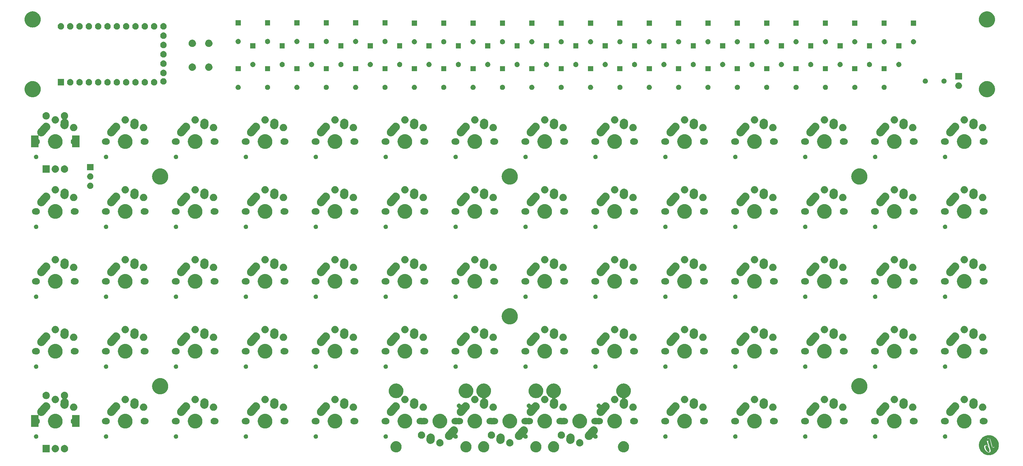
<source format=gbr>
G04 #@! TF.GenerationSoftware,KiCad,Pcbnew,(5.99.0-176-g31e38f2fd)*
G04 #@! TF.CreationDate,2020-02-05T01:48:42+01:00*
G04 #@! TF.ProjectId,5x14_ortho_keyboard_elite-c,35783134-5f6f-4727-9468-6f5f6b657962,rev?*
G04 #@! TF.SameCoordinates,Original*
G04 #@! TF.FileFunction,Soldermask,Bot*
G04 #@! TF.FilePolarity,Negative*
%FSLAX46Y46*%
G04 Gerber Fmt 4.6, Leading zero omitted, Abs format (unit mm)*
G04 Created by KiCad (PCBNEW (5.99.0-176-g31e38f2fd)) date 2020-02-05 01:48:42*
%MOMM*%
%LPD*%
G04 APERTURE LIST*
%ADD10C,0.010000*%
%ADD11C,0.100000*%
G04 APERTURE END LIST*
D10*
G36*
X281531755Y-156407526D02*
G01*
X281512868Y-156478439D01*
X281482365Y-156579099D01*
X281447879Y-156678492D01*
X281409486Y-156776475D01*
X281367261Y-156872903D01*
X281321277Y-156967634D01*
X281271609Y-157060522D01*
X281218332Y-157151424D01*
X281161520Y-157240196D01*
X281101247Y-157326695D01*
X281037588Y-157410775D01*
X280970617Y-157492294D01*
X280943718Y-157523262D01*
X280871862Y-157601592D01*
X280797269Y-157676777D01*
X280720043Y-157748759D01*
X280640289Y-157817482D01*
X280558110Y-157882887D01*
X280473611Y-157944917D01*
X280386895Y-158003515D01*
X280298066Y-158058623D01*
X280207229Y-158110185D01*
X280114488Y-158158142D01*
X280019946Y-158202437D01*
X279923708Y-158243013D01*
X279825877Y-158279812D01*
X279726558Y-158312778D01*
X279625855Y-158341851D01*
X279523872Y-158366976D01*
X279420712Y-158388095D01*
X279316480Y-158405149D01*
X279263491Y-158412237D01*
X279199943Y-158419366D01*
X279135184Y-158425114D01*
X279067775Y-158429621D01*
X279063131Y-158429831D01*
X279052623Y-158430130D01*
X279038710Y-158430384D01*
X279021900Y-158430589D01*
X279002703Y-158430742D01*
X278981626Y-158430840D01*
X278959178Y-158430878D01*
X278935866Y-158430852D01*
X278912200Y-158430759D01*
X278895115Y-158430658D01*
X278866013Y-158430424D01*
X278840212Y-158430108D01*
X278817102Y-158429683D01*
X278796075Y-158429121D01*
X278776522Y-158428393D01*
X278757835Y-158427472D01*
X278739404Y-158426330D01*
X278720623Y-158424938D01*
X278700881Y-158423270D01*
X278679571Y-158421296D01*
X278656083Y-158418989D01*
X278601357Y-158412927D01*
X278497145Y-158398162D01*
X278393731Y-158379285D01*
X278291244Y-158356349D01*
X278189809Y-158329405D01*
X278089553Y-158298504D01*
X277990602Y-158263699D01*
X277893084Y-158225040D01*
X277797125Y-158182580D01*
X277702852Y-158136369D01*
X277610391Y-158086460D01*
X277519868Y-158032904D01*
X277431411Y-157975752D01*
X277345146Y-157915057D01*
X277261200Y-157850869D01*
X277225482Y-157821921D01*
X277144224Y-157752196D01*
X277065949Y-157679480D01*
X276990706Y-157603824D01*
X276918544Y-157525278D01*
X276849513Y-157443895D01*
X276783663Y-157359725D01*
X276724390Y-157277617D01*
X276665656Y-157189255D01*
X276610555Y-157098789D01*
X276559139Y-157006326D01*
X276511459Y-156911975D01*
X276467567Y-156815845D01*
X276427516Y-156718043D01*
X276391358Y-156618678D01*
X276359144Y-156517858D01*
X276330926Y-156415692D01*
X276307875Y-156317514D01*
X276290737Y-156229272D01*
X277611769Y-156229272D01*
X277613745Y-156280527D01*
X277617944Y-156332634D01*
X277624362Y-156385000D01*
X277629930Y-156420428D01*
X277644513Y-156494374D01*
X277663113Y-156568757D01*
X277685635Y-156643334D01*
X277711983Y-156717863D01*
X277742062Y-156792102D01*
X277775777Y-156865809D01*
X277813033Y-156938741D01*
X277853735Y-157010656D01*
X277897788Y-157081312D01*
X277899682Y-157084205D01*
X277942380Y-157146610D01*
X277987573Y-157207532D01*
X278034966Y-157266666D01*
X278084265Y-157323707D01*
X278135175Y-157378350D01*
X278187400Y-157430288D01*
X278240647Y-157479218D01*
X278294619Y-157524833D01*
X278349023Y-157566828D01*
X278403562Y-157604898D01*
X278428133Y-157620750D01*
X278482895Y-157653420D01*
X278537987Y-157682687D01*
X278593177Y-157708464D01*
X278648232Y-157730658D01*
X278702921Y-157749182D01*
X278757010Y-157763945D01*
X278810266Y-157774857D01*
X278862458Y-157781830D01*
X278884409Y-157783630D01*
X278934362Y-157785311D01*
X278982891Y-157783547D01*
X279029794Y-157778380D01*
X279074869Y-157769853D01*
X279117916Y-157758010D01*
X279158734Y-157742893D01*
X279197120Y-157724544D01*
X279232875Y-157703007D01*
X279241283Y-157697238D01*
X279277294Y-157669638D01*
X279309747Y-157639744D01*
X279338631Y-157607576D01*
X279363934Y-157573155D01*
X279385644Y-157536499D01*
X279403749Y-157497627D01*
X279418238Y-157456560D01*
X279429098Y-157413316D01*
X279436318Y-157367915D01*
X279437043Y-157360693D01*
X279438171Y-157342795D01*
X279438758Y-157322254D01*
X279438819Y-157300125D01*
X279438371Y-157277465D01*
X279437427Y-157255329D01*
X279436004Y-157234772D01*
X279434117Y-157216850D01*
X279428907Y-157180659D01*
X279421161Y-157135200D01*
X279411639Y-157086264D01*
X279400383Y-157034029D01*
X279387437Y-156978671D01*
X279372844Y-156920367D01*
X279356646Y-156859294D01*
X279338887Y-156795628D01*
X279319610Y-156729546D01*
X279298857Y-156661225D01*
X279297983Y-156658403D01*
X279295509Y-156650422D01*
X279291855Y-156638636D01*
X279287066Y-156623196D01*
X279281189Y-156604251D01*
X279274272Y-156581953D01*
X279266360Y-156556451D01*
X279257502Y-156527898D01*
X279247742Y-156496443D01*
X279237129Y-156462236D01*
X279225709Y-156425429D01*
X279213528Y-156386172D01*
X279200633Y-156344616D01*
X279187072Y-156300912D01*
X279172890Y-156255209D01*
X279158135Y-156207658D01*
X279142853Y-156158411D01*
X279127091Y-156107617D01*
X279110895Y-156055428D01*
X279094313Y-156001993D01*
X279077392Y-155947464D01*
X279060177Y-155891991D01*
X279042715Y-155835725D01*
X279037999Y-155820529D01*
X279015715Y-155748701D01*
X278994649Y-155680770D01*
X278974766Y-155616616D01*
X278956029Y-155556119D01*
X278938403Y-155499161D01*
X278921852Y-155445620D01*
X278906340Y-155395378D01*
X278891830Y-155348316D01*
X278878286Y-155304312D01*
X278865673Y-155263249D01*
X278853955Y-155225006D01*
X278843095Y-155189464D01*
X278833058Y-155156502D01*
X278823807Y-155126002D01*
X278815306Y-155097844D01*
X278807519Y-155071908D01*
X278800411Y-155048075D01*
X278793945Y-155026224D01*
X278788086Y-155006237D01*
X278782796Y-154987994D01*
X278778041Y-154971375D01*
X278773784Y-154956261D01*
X278769989Y-154942531D01*
X278766620Y-154930067D01*
X278763641Y-154918749D01*
X278761016Y-154908457D01*
X278758709Y-154899071D01*
X278756684Y-154890473D01*
X278754905Y-154882541D01*
X278753336Y-154875158D01*
X278750163Y-154858615D01*
X278746975Y-154836562D01*
X278745758Y-154817473D01*
X278746587Y-154800842D01*
X278749536Y-154786160D01*
X278754680Y-154772922D01*
X278762093Y-154760618D01*
X278771849Y-154748744D01*
X278781951Y-154739056D01*
X278799528Y-154726296D01*
X278820520Y-154715181D01*
X278845019Y-154705684D01*
X278873117Y-154697774D01*
X278904907Y-154691423D01*
X278940482Y-154686601D01*
X278979933Y-154683279D01*
X278980916Y-154683221D01*
X278989840Y-154682840D01*
X279002450Y-154682481D01*
X279018269Y-154682151D01*
X279036818Y-154681854D01*
X279057623Y-154681598D01*
X279080205Y-154681387D01*
X279104088Y-154681229D01*
X279128794Y-154681129D01*
X279153847Y-154681093D01*
X279292836Y-154681084D01*
X279416736Y-155177971D01*
X279425616Y-155213582D01*
X279439324Y-155268532D01*
X279452085Y-155319655D01*
X279463943Y-155367124D01*
X279474943Y-155411114D01*
X279485130Y-155451798D01*
X279494550Y-155489352D01*
X279503247Y-155523950D01*
X279511266Y-155555765D01*
X279518652Y-155584972D01*
X279525450Y-155611745D01*
X279531704Y-155636259D01*
X279537461Y-155658687D01*
X279542765Y-155679205D01*
X279547660Y-155697985D01*
X279552191Y-155715203D01*
X279556405Y-155731032D01*
X279560345Y-155745647D01*
X279564056Y-155759222D01*
X279567583Y-155771931D01*
X279570972Y-155783949D01*
X279574268Y-155795450D01*
X279577514Y-155806608D01*
X279580756Y-155817597D01*
X279584040Y-155828591D01*
X279587409Y-155839765D01*
X279590790Y-155850873D01*
X279610168Y-155912260D01*
X279629525Y-155969603D01*
X279648940Y-156023065D01*
X279668490Y-156072807D01*
X279688256Y-156118989D01*
X279708314Y-156161773D01*
X279728744Y-156201320D01*
X279749625Y-156237791D01*
X279771034Y-156271347D01*
X279793050Y-156302149D01*
X279815753Y-156330358D01*
X279839220Y-156356135D01*
X279858405Y-156375097D01*
X279884027Y-156397627D01*
X279909736Y-156416778D01*
X279936219Y-156432956D01*
X279964162Y-156446569D01*
X279994251Y-156458025D01*
X280027173Y-156467730D01*
X280047521Y-156472420D01*
X280074419Y-156477192D01*
X280102620Y-156480840D01*
X280131077Y-156483280D01*
X280158740Y-156484425D01*
X280184561Y-156484190D01*
X280207492Y-156482488D01*
X280235434Y-156477944D01*
X280265972Y-156469749D01*
X280294294Y-156458572D01*
X280320171Y-156444582D01*
X280343371Y-156427948D01*
X280363663Y-156408838D01*
X280380817Y-156387422D01*
X280394601Y-156363867D01*
X280404785Y-156338342D01*
X280406403Y-156332889D01*
X280407858Y-156326694D01*
X280408813Y-156320146D01*
X280409364Y-156312276D01*
X280409605Y-156302115D01*
X280409631Y-156288692D01*
X280409623Y-156286520D01*
X280409505Y-156273891D01*
X280409197Y-156264374D01*
X280408587Y-156256993D01*
X280407564Y-156250770D01*
X280406015Y-156244729D01*
X280403830Y-156237892D01*
X280397411Y-156221488D01*
X280386543Y-156201851D01*
X280373294Y-156185700D01*
X280357591Y-156172980D01*
X280339357Y-156163630D01*
X280318517Y-156157595D01*
X280294995Y-156154816D01*
X280275511Y-156154686D01*
X280256961Y-156156620D01*
X280241320Y-156160854D01*
X280228178Y-156167503D01*
X280217125Y-156176682D01*
X280213388Y-156180887D01*
X280204926Y-156192509D01*
X280195734Y-156207681D01*
X280186031Y-156226030D01*
X280176032Y-156247186D01*
X280172256Y-156255482D01*
X280163135Y-156274335D01*
X280154740Y-156289660D01*
X280146757Y-156301850D01*
X280138877Y-156311297D01*
X280130788Y-156318396D01*
X280122179Y-156323538D01*
X280112738Y-156327118D01*
X280108129Y-156328298D01*
X280092948Y-156330467D01*
X280076271Y-156330829D01*
X280059816Y-156329407D01*
X280045304Y-156326224D01*
X280037535Y-156323426D01*
X280019073Y-156313858D01*
X280000944Y-156300457D01*
X279983367Y-156283504D01*
X279966563Y-156263282D01*
X279950754Y-156240073D01*
X279936159Y-156214159D01*
X279923001Y-156185821D01*
X279911499Y-156155342D01*
X279910603Y-156152227D01*
X279908699Y-156145207D01*
X279905839Y-156134478D01*
X279902070Y-156120216D01*
X279897437Y-156102601D01*
X279891985Y-156081809D01*
X279885762Y-156058017D01*
X279878813Y-156031403D01*
X279871184Y-156002145D01*
X279862920Y-155970419D01*
X279854068Y-155936404D01*
X279844674Y-155900276D01*
X279834783Y-155862214D01*
X279824442Y-155822394D01*
X279813695Y-155780994D01*
X279802590Y-155738191D01*
X279791172Y-155694163D01*
X279779487Y-155649087D01*
X279767581Y-155603141D01*
X279755500Y-155556502D01*
X279743289Y-155509347D01*
X279730995Y-155461854D01*
X279718663Y-155414201D01*
X279706340Y-155366564D01*
X279694071Y-155319121D01*
X279681902Y-155272050D01*
X279669880Y-155225528D01*
X279658049Y-155179732D01*
X279646457Y-155134840D01*
X279635148Y-155091030D01*
X279624169Y-155048478D01*
X279613565Y-155007362D01*
X279603383Y-154967859D01*
X279593669Y-154930148D01*
X279584468Y-154894404D01*
X279575826Y-154860807D01*
X279567790Y-154829533D01*
X279560404Y-154800759D01*
X279553715Y-154774663D01*
X279547770Y-154751423D01*
X279542613Y-154731216D01*
X279538291Y-154714219D01*
X279534849Y-154700609D01*
X279532334Y-154690565D01*
X279530791Y-154684263D01*
X279530267Y-154681881D01*
X279531624Y-154681763D01*
X279536835Y-154681623D01*
X279545603Y-154681495D01*
X279557554Y-154681379D01*
X279572315Y-154681279D01*
X279589511Y-154681197D01*
X279608768Y-154681136D01*
X279629714Y-154681097D01*
X279651975Y-154681084D01*
X279670118Y-154681078D01*
X279691336Y-154681055D01*
X279710935Y-154681017D01*
X279728541Y-154680965D01*
X279743780Y-154680901D01*
X279756280Y-154680826D01*
X279765667Y-154680742D01*
X279771567Y-154680651D01*
X279773607Y-154680554D01*
X279773579Y-154680440D01*
X279772785Y-154677574D01*
X279771010Y-154671259D01*
X279768401Y-154662009D01*
X279765103Y-154650341D01*
X279761262Y-154636772D01*
X279757023Y-154621817D01*
X279740516Y-154563609D01*
X279619843Y-154563062D01*
X279499171Y-154562516D01*
X279489035Y-154522845D01*
X279470401Y-154452889D01*
X279448636Y-154378119D01*
X279425974Y-154307300D01*
X279402423Y-154240449D01*
X279377992Y-154177579D01*
X279352688Y-154118705D01*
X279326521Y-154063844D01*
X279299499Y-154013008D01*
X279271630Y-153966215D01*
X279242923Y-153923477D01*
X279213385Y-153884811D01*
X279183027Y-153850232D01*
X279151856Y-153819753D01*
X279119880Y-153793391D01*
X279087108Y-153771160D01*
X279053549Y-153753075D01*
X279045600Y-153749413D01*
X279014315Y-153736793D01*
X278983288Y-153727336D01*
X278951574Y-153720836D01*
X278918225Y-153717088D01*
X278882295Y-153715886D01*
X278876912Y-153715909D01*
X278833075Y-153717817D01*
X278791446Y-153722760D01*
X278752178Y-153730685D01*
X278715426Y-153741541D01*
X278681344Y-153755274D01*
X278650086Y-153771832D01*
X278621807Y-153791162D01*
X278596661Y-153813212D01*
X278580845Y-153830470D01*
X278566178Y-153850874D01*
X278555394Y-153872037D01*
X278548303Y-153894432D01*
X278544718Y-153918534D01*
X278544451Y-153944816D01*
X278546291Y-153963376D01*
X278551497Y-153986549D01*
X278559643Y-154007650D01*
X278570505Y-154026370D01*
X278583857Y-154042402D01*
X278599475Y-154055436D01*
X278617133Y-154065164D01*
X278636608Y-154071278D01*
X278640608Y-154071967D01*
X278652388Y-154073080D01*
X278666218Y-154073476D01*
X278680612Y-154073173D01*
X278694080Y-154072186D01*
X278705134Y-154070533D01*
X278719006Y-154066663D01*
X278737722Y-154057895D01*
X278754793Y-154045284D01*
X278760428Y-154039912D01*
X278771072Y-154027321D01*
X278780349Y-154012512D01*
X278788508Y-153994984D01*
X278795797Y-153974238D01*
X278802467Y-153949775D01*
X278808683Y-153925978D01*
X278815640Y-153903704D01*
X278822978Y-153885065D01*
X278830922Y-153869751D01*
X278839700Y-153857448D01*
X278849535Y-153847846D01*
X278860656Y-153840630D01*
X278873286Y-153835491D01*
X278887653Y-153832115D01*
X278900239Y-153830661D01*
X278920639Y-153831383D01*
X278940554Y-153836076D01*
X278960152Y-153844807D01*
X278979600Y-153857638D01*
X278999068Y-153874634D01*
X278999883Y-153875433D01*
X279020373Y-153897813D01*
X279040695Y-153924343D01*
X279060817Y-153954949D01*
X279080705Y-153989553D01*
X279100326Y-154028079D01*
X279119647Y-154070450D01*
X279138634Y-154116590D01*
X279157254Y-154166421D01*
X279175474Y-154219867D01*
X279193261Y-154276852D01*
X279210582Y-154337299D01*
X279227402Y-154401131D01*
X279230145Y-154412105D01*
X279233936Y-154427594D01*
X279237937Y-154444250D01*
X279242030Y-154461544D01*
X279246093Y-154478949D01*
X279250005Y-154495936D01*
X279253646Y-154511977D01*
X279256896Y-154526543D01*
X279259633Y-154539108D01*
X279261738Y-154549142D01*
X279263089Y-154556118D01*
X279263566Y-154559507D01*
X279263209Y-154560056D01*
X279261776Y-154560594D01*
X279258975Y-154561050D01*
X279254520Y-154561432D01*
X279248124Y-154561746D01*
X279239501Y-154561997D01*
X279228364Y-154562192D01*
X279214427Y-154562338D01*
X279197403Y-154562440D01*
X279177005Y-154562505D01*
X279152947Y-154562540D01*
X279124943Y-154562550D01*
X278986319Y-154562550D01*
X278626100Y-154545631D01*
X278619797Y-154545336D01*
X278581264Y-154543534D01*
X278543912Y-154541800D01*
X278507959Y-154540143D01*
X278473621Y-154538572D01*
X278441118Y-154537098D01*
X278410667Y-154535729D01*
X278382485Y-154534476D01*
X278356789Y-154533348D01*
X278333799Y-154532354D01*
X278313731Y-154531504D01*
X278296803Y-154530807D01*
X278283233Y-154530274D01*
X278273238Y-154529913D01*
X278267036Y-154529735D01*
X278264846Y-154529749D01*
X278264910Y-154530059D01*
X278265976Y-154533595D01*
X278268307Y-154540957D01*
X278271856Y-154552007D01*
X278276578Y-154566605D01*
X278282427Y-154584609D01*
X278289356Y-154605881D01*
X278297321Y-154630281D01*
X278306274Y-154657668D01*
X278316171Y-154687902D01*
X278326965Y-154720844D01*
X278338610Y-154756354D01*
X278351061Y-154794291D01*
X278364270Y-154834516D01*
X278378194Y-154876888D01*
X278392785Y-154921269D01*
X278407998Y-154967516D01*
X278423787Y-155015492D01*
X278440105Y-155065056D01*
X278456908Y-155116067D01*
X278474149Y-155168386D01*
X278491781Y-155221873D01*
X278509761Y-155276388D01*
X278755711Y-156021992D01*
X278751171Y-156025696D01*
X278747743Y-156028181D01*
X278745278Y-156029326D01*
X278744372Y-156028509D01*
X278741517Y-156024796D01*
X278737333Y-156018774D01*
X278732364Y-156011207D01*
X278726566Y-156002467D01*
X278719052Y-155991607D01*
X278710883Y-155980147D01*
X278703035Y-155969476D01*
X278683877Y-155944847D01*
X278645972Y-155900913D01*
X278605820Y-155860267D01*
X278563571Y-155822996D01*
X278519377Y-155789189D01*
X278473388Y-155758934D01*
X278425754Y-155732319D01*
X278376627Y-155709431D01*
X278326156Y-155690360D01*
X278274493Y-155675192D01*
X278221788Y-155664017D01*
X278168192Y-155656921D01*
X278164849Y-155656631D01*
X278148137Y-155655627D01*
X278128743Y-155655036D01*
X278107818Y-155654850D01*
X278086511Y-155655058D01*
X278065972Y-155655654D01*
X278047352Y-155656626D01*
X278031800Y-155657968D01*
X278000227Y-155662321D01*
X277955953Y-155671496D01*
X277914284Y-155683976D01*
X277875177Y-155699773D01*
X277838592Y-155718901D01*
X277815371Y-155733721D01*
X277783509Y-155758225D01*
X277754027Y-155786061D01*
X277727032Y-155817060D01*
X277702630Y-155851055D01*
X277680928Y-155887875D01*
X277662033Y-155927354D01*
X277646049Y-155969322D01*
X277633085Y-156013612D01*
X277623245Y-156060054D01*
X277619191Y-156086563D01*
X277614490Y-156131697D01*
X277612016Y-156179464D01*
X277611769Y-156229272D01*
X276290737Y-156229272D01*
X276287659Y-156213425D01*
X276271568Y-156108567D01*
X276259613Y-156003070D01*
X276251803Y-155897066D01*
X276248147Y-155790686D01*
X276248656Y-155684061D01*
X276253337Y-155577322D01*
X276262203Y-155470600D01*
X276271245Y-155393653D01*
X276287179Y-155289250D01*
X276307211Y-155185737D01*
X276331296Y-155083231D01*
X276359386Y-154981846D01*
X276391438Y-154881701D01*
X276427404Y-154782911D01*
X276467240Y-154685593D01*
X276510899Y-154589863D01*
X276558337Y-154495838D01*
X276609506Y-154403634D01*
X276664363Y-154313367D01*
X276722860Y-154225154D01*
X276784952Y-154139112D01*
X276837910Y-154071057D01*
X276905581Y-153990272D01*
X276976529Y-153912002D01*
X277050551Y-153836443D01*
X277127449Y-153763792D01*
X277207020Y-153694242D01*
X277289065Y-153627992D01*
X277373383Y-153565234D01*
X277409252Y-153540072D01*
X277497782Y-153481590D01*
X277588326Y-153426792D01*
X277680776Y-153375721D01*
X277775021Y-153328417D01*
X277870949Y-153284921D01*
X277968450Y-153245274D01*
X278067414Y-153209517D01*
X278167730Y-153177691D01*
X278269287Y-153149838D01*
X278371975Y-153125997D01*
X278475683Y-153106210D01*
X278580300Y-153090519D01*
X278685716Y-153078963D01*
X278709645Y-153076866D01*
X278731345Y-153075084D01*
X278751375Y-153073599D01*
X278770390Y-153072385D01*
X278789048Y-153071417D01*
X278808002Y-153070669D01*
X278827910Y-153070115D01*
X278849426Y-153069729D01*
X278873208Y-153069485D01*
X278899912Y-153069357D01*
X278930191Y-153069320D01*
X278968178Y-153069426D01*
X279003473Y-153069783D01*
X279035982Y-153070428D01*
X279066430Y-153071401D01*
X279095548Y-153072742D01*
X279124061Y-153074489D01*
X279152699Y-153076681D01*
X279182188Y-153079357D01*
X279213257Y-153082557D01*
X279246633Y-153086320D01*
X279332806Y-153097804D01*
X279436838Y-153115525D01*
X279539855Y-153137309D01*
X279641751Y-153163111D01*
X279742422Y-153192882D01*
X279841761Y-153226573D01*
X279939665Y-153264138D01*
X280036029Y-153305527D01*
X280130747Y-153350693D01*
X280223714Y-153399589D01*
X280314827Y-153452165D01*
X280403978Y-153508374D01*
X280491065Y-153568168D01*
X280575981Y-153631500D01*
X280658622Y-153698320D01*
X280738883Y-153768581D01*
X280741710Y-153771169D01*
X280754622Y-153783236D01*
X280769729Y-153797676D01*
X280786465Y-153813923D01*
X280804262Y-153831412D01*
X280822553Y-153849578D01*
X280840772Y-153867855D01*
X280858351Y-153885679D01*
X280874723Y-153902483D01*
X280889322Y-153917703D01*
X280901580Y-153930773D01*
X280955935Y-153991468D01*
X281024085Y-154073102D01*
X281088824Y-154157169D01*
X281150096Y-154243564D01*
X281207839Y-154332183D01*
X281261996Y-154422920D01*
X281312507Y-154515672D01*
X281359313Y-154610334D01*
X281402356Y-154706802D01*
X281441576Y-154804970D01*
X281476915Y-154904735D01*
X281508313Y-155005992D01*
X281521485Y-155053333D01*
X281546644Y-155155276D01*
X281567752Y-155258212D01*
X281584806Y-155361971D01*
X281597803Y-155466384D01*
X281606741Y-155571281D01*
X281611616Y-155676493D01*
X281612426Y-155781849D01*
X281609168Y-155887181D01*
X281601839Y-155992318D01*
X281590436Y-156097090D01*
X281574956Y-156201329D01*
X281558452Y-156288692D01*
X281555397Y-156304864D01*
X281531755Y-156407526D01*
X281531755Y-156407526D01*
G37*
X281531755Y-156407526D02*
X281512868Y-156478439D01*
X281482365Y-156579099D01*
X281447879Y-156678492D01*
X281409486Y-156776475D01*
X281367261Y-156872903D01*
X281321277Y-156967634D01*
X281271609Y-157060522D01*
X281218332Y-157151424D01*
X281161520Y-157240196D01*
X281101247Y-157326695D01*
X281037588Y-157410775D01*
X280970617Y-157492294D01*
X280943718Y-157523262D01*
X280871862Y-157601592D01*
X280797269Y-157676777D01*
X280720043Y-157748759D01*
X280640289Y-157817482D01*
X280558110Y-157882887D01*
X280473611Y-157944917D01*
X280386895Y-158003515D01*
X280298066Y-158058623D01*
X280207229Y-158110185D01*
X280114488Y-158158142D01*
X280019946Y-158202437D01*
X279923708Y-158243013D01*
X279825877Y-158279812D01*
X279726558Y-158312778D01*
X279625855Y-158341851D01*
X279523872Y-158366976D01*
X279420712Y-158388095D01*
X279316480Y-158405149D01*
X279263491Y-158412237D01*
X279199943Y-158419366D01*
X279135184Y-158425114D01*
X279067775Y-158429621D01*
X279063131Y-158429831D01*
X279052623Y-158430130D01*
X279038710Y-158430384D01*
X279021900Y-158430589D01*
X279002703Y-158430742D01*
X278981626Y-158430840D01*
X278959178Y-158430878D01*
X278935866Y-158430852D01*
X278912200Y-158430759D01*
X278895115Y-158430658D01*
X278866013Y-158430424D01*
X278840212Y-158430108D01*
X278817102Y-158429683D01*
X278796075Y-158429121D01*
X278776522Y-158428393D01*
X278757835Y-158427472D01*
X278739404Y-158426330D01*
X278720623Y-158424938D01*
X278700881Y-158423270D01*
X278679571Y-158421296D01*
X278656083Y-158418989D01*
X278601357Y-158412927D01*
X278497145Y-158398162D01*
X278393731Y-158379285D01*
X278291244Y-158356349D01*
X278189809Y-158329405D01*
X278089553Y-158298504D01*
X277990602Y-158263699D01*
X277893084Y-158225040D01*
X277797125Y-158182580D01*
X277702852Y-158136369D01*
X277610391Y-158086460D01*
X277519868Y-158032904D01*
X277431411Y-157975752D01*
X277345146Y-157915057D01*
X277261200Y-157850869D01*
X277225482Y-157821921D01*
X277144224Y-157752196D01*
X277065949Y-157679480D01*
X276990706Y-157603824D01*
X276918544Y-157525278D01*
X276849513Y-157443895D01*
X276783663Y-157359725D01*
X276724390Y-157277617D01*
X276665656Y-157189255D01*
X276610555Y-157098789D01*
X276559139Y-157006326D01*
X276511459Y-156911975D01*
X276467567Y-156815845D01*
X276427516Y-156718043D01*
X276391358Y-156618678D01*
X276359144Y-156517858D01*
X276330926Y-156415692D01*
X276307875Y-156317514D01*
X276290737Y-156229272D01*
X277611769Y-156229272D01*
X277613745Y-156280527D01*
X277617944Y-156332634D01*
X277624362Y-156385000D01*
X277629930Y-156420428D01*
X277644513Y-156494374D01*
X277663113Y-156568757D01*
X277685635Y-156643334D01*
X277711983Y-156717863D01*
X277742062Y-156792102D01*
X277775777Y-156865809D01*
X277813033Y-156938741D01*
X277853735Y-157010656D01*
X277897788Y-157081312D01*
X277899682Y-157084205D01*
X277942380Y-157146610D01*
X277987573Y-157207532D01*
X278034966Y-157266666D01*
X278084265Y-157323707D01*
X278135175Y-157378350D01*
X278187400Y-157430288D01*
X278240647Y-157479218D01*
X278294619Y-157524833D01*
X278349023Y-157566828D01*
X278403562Y-157604898D01*
X278428133Y-157620750D01*
X278482895Y-157653420D01*
X278537987Y-157682687D01*
X278593177Y-157708464D01*
X278648232Y-157730658D01*
X278702921Y-157749182D01*
X278757010Y-157763945D01*
X278810266Y-157774857D01*
X278862458Y-157781830D01*
X278884409Y-157783630D01*
X278934362Y-157785311D01*
X278982891Y-157783547D01*
X279029794Y-157778380D01*
X279074869Y-157769853D01*
X279117916Y-157758010D01*
X279158734Y-157742893D01*
X279197120Y-157724544D01*
X279232875Y-157703007D01*
X279241283Y-157697238D01*
X279277294Y-157669638D01*
X279309747Y-157639744D01*
X279338631Y-157607576D01*
X279363934Y-157573155D01*
X279385644Y-157536499D01*
X279403749Y-157497627D01*
X279418238Y-157456560D01*
X279429098Y-157413316D01*
X279436318Y-157367915D01*
X279437043Y-157360693D01*
X279438171Y-157342795D01*
X279438758Y-157322254D01*
X279438819Y-157300125D01*
X279438371Y-157277465D01*
X279437427Y-157255329D01*
X279436004Y-157234772D01*
X279434117Y-157216850D01*
X279428907Y-157180659D01*
X279421161Y-157135200D01*
X279411639Y-157086264D01*
X279400383Y-157034029D01*
X279387437Y-156978671D01*
X279372844Y-156920367D01*
X279356646Y-156859294D01*
X279338887Y-156795628D01*
X279319610Y-156729546D01*
X279298857Y-156661225D01*
X279297983Y-156658403D01*
X279295509Y-156650422D01*
X279291855Y-156638636D01*
X279287066Y-156623196D01*
X279281189Y-156604251D01*
X279274272Y-156581953D01*
X279266360Y-156556451D01*
X279257502Y-156527898D01*
X279247742Y-156496443D01*
X279237129Y-156462236D01*
X279225709Y-156425429D01*
X279213528Y-156386172D01*
X279200633Y-156344616D01*
X279187072Y-156300912D01*
X279172890Y-156255209D01*
X279158135Y-156207658D01*
X279142853Y-156158411D01*
X279127091Y-156107617D01*
X279110895Y-156055428D01*
X279094313Y-156001993D01*
X279077392Y-155947464D01*
X279060177Y-155891991D01*
X279042715Y-155835725D01*
X279037999Y-155820529D01*
X279015715Y-155748701D01*
X278994649Y-155680770D01*
X278974766Y-155616616D01*
X278956029Y-155556119D01*
X278938403Y-155499161D01*
X278921852Y-155445620D01*
X278906340Y-155395378D01*
X278891830Y-155348316D01*
X278878286Y-155304312D01*
X278865673Y-155263249D01*
X278853955Y-155225006D01*
X278843095Y-155189464D01*
X278833058Y-155156502D01*
X278823807Y-155126002D01*
X278815306Y-155097844D01*
X278807519Y-155071908D01*
X278800411Y-155048075D01*
X278793945Y-155026224D01*
X278788086Y-155006237D01*
X278782796Y-154987994D01*
X278778041Y-154971375D01*
X278773784Y-154956261D01*
X278769989Y-154942531D01*
X278766620Y-154930067D01*
X278763641Y-154918749D01*
X278761016Y-154908457D01*
X278758709Y-154899071D01*
X278756684Y-154890473D01*
X278754905Y-154882541D01*
X278753336Y-154875158D01*
X278750163Y-154858615D01*
X278746975Y-154836562D01*
X278745758Y-154817473D01*
X278746587Y-154800842D01*
X278749536Y-154786160D01*
X278754680Y-154772922D01*
X278762093Y-154760618D01*
X278771849Y-154748744D01*
X278781951Y-154739056D01*
X278799528Y-154726296D01*
X278820520Y-154715181D01*
X278845019Y-154705684D01*
X278873117Y-154697774D01*
X278904907Y-154691423D01*
X278940482Y-154686601D01*
X278979933Y-154683279D01*
X278980916Y-154683221D01*
X278989840Y-154682840D01*
X279002450Y-154682481D01*
X279018269Y-154682151D01*
X279036818Y-154681854D01*
X279057623Y-154681598D01*
X279080205Y-154681387D01*
X279104088Y-154681229D01*
X279128794Y-154681129D01*
X279153847Y-154681093D01*
X279292836Y-154681084D01*
X279416736Y-155177971D01*
X279425616Y-155213582D01*
X279439324Y-155268532D01*
X279452085Y-155319655D01*
X279463943Y-155367124D01*
X279474943Y-155411114D01*
X279485130Y-155451798D01*
X279494550Y-155489352D01*
X279503247Y-155523950D01*
X279511266Y-155555765D01*
X279518652Y-155584972D01*
X279525450Y-155611745D01*
X279531704Y-155636259D01*
X279537461Y-155658687D01*
X279542765Y-155679205D01*
X279547660Y-155697985D01*
X279552191Y-155715203D01*
X279556405Y-155731032D01*
X279560345Y-155745647D01*
X279564056Y-155759222D01*
X279567583Y-155771931D01*
X279570972Y-155783949D01*
X279574268Y-155795450D01*
X279577514Y-155806608D01*
X279580756Y-155817597D01*
X279584040Y-155828591D01*
X279587409Y-155839765D01*
X279590790Y-155850873D01*
X279610168Y-155912260D01*
X279629525Y-155969603D01*
X279648940Y-156023065D01*
X279668490Y-156072807D01*
X279688256Y-156118989D01*
X279708314Y-156161773D01*
X279728744Y-156201320D01*
X279749625Y-156237791D01*
X279771034Y-156271347D01*
X279793050Y-156302149D01*
X279815753Y-156330358D01*
X279839220Y-156356135D01*
X279858405Y-156375097D01*
X279884027Y-156397627D01*
X279909736Y-156416778D01*
X279936219Y-156432956D01*
X279964162Y-156446569D01*
X279994251Y-156458025D01*
X280027173Y-156467730D01*
X280047521Y-156472420D01*
X280074419Y-156477192D01*
X280102620Y-156480840D01*
X280131077Y-156483280D01*
X280158740Y-156484425D01*
X280184561Y-156484190D01*
X280207492Y-156482488D01*
X280235434Y-156477944D01*
X280265972Y-156469749D01*
X280294294Y-156458572D01*
X280320171Y-156444582D01*
X280343371Y-156427948D01*
X280363663Y-156408838D01*
X280380817Y-156387422D01*
X280394601Y-156363867D01*
X280404785Y-156338342D01*
X280406403Y-156332889D01*
X280407858Y-156326694D01*
X280408813Y-156320146D01*
X280409364Y-156312276D01*
X280409605Y-156302115D01*
X280409631Y-156288692D01*
X280409623Y-156286520D01*
X280409505Y-156273891D01*
X280409197Y-156264374D01*
X280408587Y-156256993D01*
X280407564Y-156250770D01*
X280406015Y-156244729D01*
X280403830Y-156237892D01*
X280397411Y-156221488D01*
X280386543Y-156201851D01*
X280373294Y-156185700D01*
X280357591Y-156172980D01*
X280339357Y-156163630D01*
X280318517Y-156157595D01*
X280294995Y-156154816D01*
X280275511Y-156154686D01*
X280256961Y-156156620D01*
X280241320Y-156160854D01*
X280228178Y-156167503D01*
X280217125Y-156176682D01*
X280213388Y-156180887D01*
X280204926Y-156192509D01*
X280195734Y-156207681D01*
X280186031Y-156226030D01*
X280176032Y-156247186D01*
X280172256Y-156255482D01*
X280163135Y-156274335D01*
X280154740Y-156289660D01*
X280146757Y-156301850D01*
X280138877Y-156311297D01*
X280130788Y-156318396D01*
X280122179Y-156323538D01*
X280112738Y-156327118D01*
X280108129Y-156328298D01*
X280092948Y-156330467D01*
X280076271Y-156330829D01*
X280059816Y-156329407D01*
X280045304Y-156326224D01*
X280037535Y-156323426D01*
X280019073Y-156313858D01*
X280000944Y-156300457D01*
X279983367Y-156283504D01*
X279966563Y-156263282D01*
X279950754Y-156240073D01*
X279936159Y-156214159D01*
X279923001Y-156185821D01*
X279911499Y-156155342D01*
X279910603Y-156152227D01*
X279908699Y-156145207D01*
X279905839Y-156134478D01*
X279902070Y-156120216D01*
X279897437Y-156102601D01*
X279891985Y-156081809D01*
X279885762Y-156058017D01*
X279878813Y-156031403D01*
X279871184Y-156002145D01*
X279862920Y-155970419D01*
X279854068Y-155936404D01*
X279844674Y-155900276D01*
X279834783Y-155862214D01*
X279824442Y-155822394D01*
X279813695Y-155780994D01*
X279802590Y-155738191D01*
X279791172Y-155694163D01*
X279779487Y-155649087D01*
X279767581Y-155603141D01*
X279755500Y-155556502D01*
X279743289Y-155509347D01*
X279730995Y-155461854D01*
X279718663Y-155414201D01*
X279706340Y-155366564D01*
X279694071Y-155319121D01*
X279681902Y-155272050D01*
X279669880Y-155225528D01*
X279658049Y-155179732D01*
X279646457Y-155134840D01*
X279635148Y-155091030D01*
X279624169Y-155048478D01*
X279613565Y-155007362D01*
X279603383Y-154967859D01*
X279593669Y-154930148D01*
X279584468Y-154894404D01*
X279575826Y-154860807D01*
X279567790Y-154829533D01*
X279560404Y-154800759D01*
X279553715Y-154774663D01*
X279547770Y-154751423D01*
X279542613Y-154731216D01*
X279538291Y-154714219D01*
X279534849Y-154700609D01*
X279532334Y-154690565D01*
X279530791Y-154684263D01*
X279530267Y-154681881D01*
X279531624Y-154681763D01*
X279536835Y-154681623D01*
X279545603Y-154681495D01*
X279557554Y-154681379D01*
X279572315Y-154681279D01*
X279589511Y-154681197D01*
X279608768Y-154681136D01*
X279629714Y-154681097D01*
X279651975Y-154681084D01*
X279670118Y-154681078D01*
X279691336Y-154681055D01*
X279710935Y-154681017D01*
X279728541Y-154680965D01*
X279743780Y-154680901D01*
X279756280Y-154680826D01*
X279765667Y-154680742D01*
X279771567Y-154680651D01*
X279773607Y-154680554D01*
X279773579Y-154680440D01*
X279772785Y-154677574D01*
X279771010Y-154671259D01*
X279768401Y-154662009D01*
X279765103Y-154650341D01*
X279761262Y-154636772D01*
X279757023Y-154621817D01*
X279740516Y-154563609D01*
X279619843Y-154563062D01*
X279499171Y-154562516D01*
X279489035Y-154522845D01*
X279470401Y-154452889D01*
X279448636Y-154378119D01*
X279425974Y-154307300D01*
X279402423Y-154240449D01*
X279377992Y-154177579D01*
X279352688Y-154118705D01*
X279326521Y-154063844D01*
X279299499Y-154013008D01*
X279271630Y-153966215D01*
X279242923Y-153923477D01*
X279213385Y-153884811D01*
X279183027Y-153850232D01*
X279151856Y-153819753D01*
X279119880Y-153793391D01*
X279087108Y-153771160D01*
X279053549Y-153753075D01*
X279045600Y-153749413D01*
X279014315Y-153736793D01*
X278983288Y-153727336D01*
X278951574Y-153720836D01*
X278918225Y-153717088D01*
X278882295Y-153715886D01*
X278876912Y-153715909D01*
X278833075Y-153717817D01*
X278791446Y-153722760D01*
X278752178Y-153730685D01*
X278715426Y-153741541D01*
X278681344Y-153755274D01*
X278650086Y-153771832D01*
X278621807Y-153791162D01*
X278596661Y-153813212D01*
X278580845Y-153830470D01*
X278566178Y-153850874D01*
X278555394Y-153872037D01*
X278548303Y-153894432D01*
X278544718Y-153918534D01*
X278544451Y-153944816D01*
X278546291Y-153963376D01*
X278551497Y-153986549D01*
X278559643Y-154007650D01*
X278570505Y-154026370D01*
X278583857Y-154042402D01*
X278599475Y-154055436D01*
X278617133Y-154065164D01*
X278636608Y-154071278D01*
X278640608Y-154071967D01*
X278652388Y-154073080D01*
X278666218Y-154073476D01*
X278680612Y-154073173D01*
X278694080Y-154072186D01*
X278705134Y-154070533D01*
X278719006Y-154066663D01*
X278737722Y-154057895D01*
X278754793Y-154045284D01*
X278760428Y-154039912D01*
X278771072Y-154027321D01*
X278780349Y-154012512D01*
X278788508Y-153994984D01*
X278795797Y-153974238D01*
X278802467Y-153949775D01*
X278808683Y-153925978D01*
X278815640Y-153903704D01*
X278822978Y-153885065D01*
X278830922Y-153869751D01*
X278839700Y-153857448D01*
X278849535Y-153847846D01*
X278860656Y-153840630D01*
X278873286Y-153835491D01*
X278887653Y-153832115D01*
X278900239Y-153830661D01*
X278920639Y-153831383D01*
X278940554Y-153836076D01*
X278960152Y-153844807D01*
X278979600Y-153857638D01*
X278999068Y-153874634D01*
X278999883Y-153875433D01*
X279020373Y-153897813D01*
X279040695Y-153924343D01*
X279060817Y-153954949D01*
X279080705Y-153989553D01*
X279100326Y-154028079D01*
X279119647Y-154070450D01*
X279138634Y-154116590D01*
X279157254Y-154166421D01*
X279175474Y-154219867D01*
X279193261Y-154276852D01*
X279210582Y-154337299D01*
X279227402Y-154401131D01*
X279230145Y-154412105D01*
X279233936Y-154427594D01*
X279237937Y-154444250D01*
X279242030Y-154461544D01*
X279246093Y-154478949D01*
X279250005Y-154495936D01*
X279253646Y-154511977D01*
X279256896Y-154526543D01*
X279259633Y-154539108D01*
X279261738Y-154549142D01*
X279263089Y-154556118D01*
X279263566Y-154559507D01*
X279263209Y-154560056D01*
X279261776Y-154560594D01*
X279258975Y-154561050D01*
X279254520Y-154561432D01*
X279248124Y-154561746D01*
X279239501Y-154561997D01*
X279228364Y-154562192D01*
X279214427Y-154562338D01*
X279197403Y-154562440D01*
X279177005Y-154562505D01*
X279152947Y-154562540D01*
X279124943Y-154562550D01*
X278986319Y-154562550D01*
X278626100Y-154545631D01*
X278619797Y-154545336D01*
X278581264Y-154543534D01*
X278543912Y-154541800D01*
X278507959Y-154540143D01*
X278473621Y-154538572D01*
X278441118Y-154537098D01*
X278410667Y-154535729D01*
X278382485Y-154534476D01*
X278356789Y-154533348D01*
X278333799Y-154532354D01*
X278313731Y-154531504D01*
X278296803Y-154530807D01*
X278283233Y-154530274D01*
X278273238Y-154529913D01*
X278267036Y-154529735D01*
X278264846Y-154529749D01*
X278264910Y-154530059D01*
X278265976Y-154533595D01*
X278268307Y-154540957D01*
X278271856Y-154552007D01*
X278276578Y-154566605D01*
X278282427Y-154584609D01*
X278289356Y-154605881D01*
X278297321Y-154630281D01*
X278306274Y-154657668D01*
X278316171Y-154687902D01*
X278326965Y-154720844D01*
X278338610Y-154756354D01*
X278351061Y-154794291D01*
X278364270Y-154834516D01*
X278378194Y-154876888D01*
X278392785Y-154921269D01*
X278407998Y-154967516D01*
X278423787Y-155015492D01*
X278440105Y-155065056D01*
X278456908Y-155116067D01*
X278474149Y-155168386D01*
X278491781Y-155221873D01*
X278509761Y-155276388D01*
X278755711Y-156021992D01*
X278751171Y-156025696D01*
X278747743Y-156028181D01*
X278745278Y-156029326D01*
X278744372Y-156028509D01*
X278741517Y-156024796D01*
X278737333Y-156018774D01*
X278732364Y-156011207D01*
X278726566Y-156002467D01*
X278719052Y-155991607D01*
X278710883Y-155980147D01*
X278703035Y-155969476D01*
X278683877Y-155944847D01*
X278645972Y-155900913D01*
X278605820Y-155860267D01*
X278563571Y-155822996D01*
X278519377Y-155789189D01*
X278473388Y-155758934D01*
X278425754Y-155732319D01*
X278376627Y-155709431D01*
X278326156Y-155690360D01*
X278274493Y-155675192D01*
X278221788Y-155664017D01*
X278168192Y-155656921D01*
X278164849Y-155656631D01*
X278148137Y-155655627D01*
X278128743Y-155655036D01*
X278107818Y-155654850D01*
X278086511Y-155655058D01*
X278065972Y-155655654D01*
X278047352Y-155656626D01*
X278031800Y-155657968D01*
X278000227Y-155662321D01*
X277955953Y-155671496D01*
X277914284Y-155683976D01*
X277875177Y-155699773D01*
X277838592Y-155718901D01*
X277815371Y-155733721D01*
X277783509Y-155758225D01*
X277754027Y-155786061D01*
X277727032Y-155817060D01*
X277702630Y-155851055D01*
X277680928Y-155887875D01*
X277662033Y-155927354D01*
X277646049Y-155969322D01*
X277633085Y-156013612D01*
X277623245Y-156060054D01*
X277619191Y-156086563D01*
X277614490Y-156131697D01*
X277612016Y-156179464D01*
X277611769Y-156229272D01*
X276290737Y-156229272D01*
X276287659Y-156213425D01*
X276271568Y-156108567D01*
X276259613Y-156003070D01*
X276251803Y-155897066D01*
X276248147Y-155790686D01*
X276248656Y-155684061D01*
X276253337Y-155577322D01*
X276262203Y-155470600D01*
X276271245Y-155393653D01*
X276287179Y-155289250D01*
X276307211Y-155185737D01*
X276331296Y-155083231D01*
X276359386Y-154981846D01*
X276391438Y-154881701D01*
X276427404Y-154782911D01*
X276467240Y-154685593D01*
X276510899Y-154589863D01*
X276558337Y-154495838D01*
X276609506Y-154403634D01*
X276664363Y-154313367D01*
X276722860Y-154225154D01*
X276784952Y-154139112D01*
X276837910Y-154071057D01*
X276905581Y-153990272D01*
X276976529Y-153912002D01*
X277050551Y-153836443D01*
X277127449Y-153763792D01*
X277207020Y-153694242D01*
X277289065Y-153627992D01*
X277373383Y-153565234D01*
X277409252Y-153540072D01*
X277497782Y-153481590D01*
X277588326Y-153426792D01*
X277680776Y-153375721D01*
X277775021Y-153328417D01*
X277870949Y-153284921D01*
X277968450Y-153245274D01*
X278067414Y-153209517D01*
X278167730Y-153177691D01*
X278269287Y-153149838D01*
X278371975Y-153125997D01*
X278475683Y-153106210D01*
X278580300Y-153090519D01*
X278685716Y-153078963D01*
X278709645Y-153076866D01*
X278731345Y-153075084D01*
X278751375Y-153073599D01*
X278770390Y-153072385D01*
X278789048Y-153071417D01*
X278808002Y-153070669D01*
X278827910Y-153070115D01*
X278849426Y-153069729D01*
X278873208Y-153069485D01*
X278899912Y-153069357D01*
X278930191Y-153069320D01*
X278968178Y-153069426D01*
X279003473Y-153069783D01*
X279035982Y-153070428D01*
X279066430Y-153071401D01*
X279095548Y-153072742D01*
X279124061Y-153074489D01*
X279152699Y-153076681D01*
X279182188Y-153079357D01*
X279213257Y-153082557D01*
X279246633Y-153086320D01*
X279332806Y-153097804D01*
X279436838Y-153115525D01*
X279539855Y-153137309D01*
X279641751Y-153163111D01*
X279742422Y-153192882D01*
X279841761Y-153226573D01*
X279939665Y-153264138D01*
X280036029Y-153305527D01*
X280130747Y-153350693D01*
X280223714Y-153399589D01*
X280314827Y-153452165D01*
X280403978Y-153508374D01*
X280491065Y-153568168D01*
X280575981Y-153631500D01*
X280658622Y-153698320D01*
X280738883Y-153768581D01*
X280741710Y-153771169D01*
X280754622Y-153783236D01*
X280769729Y-153797676D01*
X280786465Y-153813923D01*
X280804262Y-153831412D01*
X280822553Y-153849578D01*
X280840772Y-153867855D01*
X280858351Y-153885679D01*
X280874723Y-153902483D01*
X280889322Y-153917703D01*
X280901580Y-153930773D01*
X280955935Y-153991468D01*
X281024085Y-154073102D01*
X281088824Y-154157169D01*
X281150096Y-154243564D01*
X281207839Y-154332183D01*
X281261996Y-154422920D01*
X281312507Y-154515672D01*
X281359313Y-154610334D01*
X281402356Y-154706802D01*
X281441576Y-154804970D01*
X281476915Y-154904735D01*
X281508313Y-155005992D01*
X281521485Y-155053333D01*
X281546644Y-155155276D01*
X281567752Y-155258212D01*
X281584806Y-155361971D01*
X281597803Y-155466384D01*
X281606741Y-155571281D01*
X281611616Y-155676493D01*
X281612426Y-155781849D01*
X281609168Y-155887181D01*
X281601839Y-155992318D01*
X281590436Y-156097090D01*
X281574956Y-156201329D01*
X281558452Y-156288692D01*
X281555397Y-156304864D01*
X281531755Y-156407526D01*
G36*
X278223878Y-155861771D02*
G01*
X278240269Y-155862989D01*
X278254898Y-155865131D01*
X278285449Y-155872914D01*
X278317699Y-155884743D01*
X278351023Y-155900454D01*
X278385289Y-155919978D01*
X278420365Y-155943246D01*
X278456121Y-155970190D01*
X278457762Y-155971509D01*
X278471012Y-155982733D01*
X278486309Y-155996524D01*
X278503062Y-156012289D01*
X278520677Y-156029435D01*
X278538561Y-156047369D01*
X278556122Y-156065498D01*
X278572769Y-156083229D01*
X278587907Y-156099969D01*
X278600945Y-156115125D01*
X278601870Y-156116238D01*
X278649804Y-156176472D01*
X278696118Y-156239737D01*
X278740623Y-156305644D01*
X278783129Y-156373801D01*
X278823445Y-156443821D01*
X278861381Y-156515313D01*
X278896748Y-156587887D01*
X278929355Y-156661153D01*
X278959013Y-156734723D01*
X278985530Y-156808205D01*
X279008717Y-156881211D01*
X279028384Y-156953350D01*
X279044342Y-157024233D01*
X279045109Y-157028091D01*
X279054221Y-157078947D01*
X279061292Y-157128682D01*
X279066327Y-157177034D01*
X279069334Y-157223741D01*
X279070316Y-157268541D01*
X279069281Y-157311172D01*
X279066235Y-157351372D01*
X279061182Y-157388880D01*
X279054129Y-157423433D01*
X279045083Y-157454769D01*
X279034048Y-157482627D01*
X279025382Y-157499462D01*
X279010089Y-157522384D01*
X278992365Y-157541985D01*
X278972358Y-157558154D01*
X278950211Y-157570781D01*
X278926071Y-157579755D01*
X278900082Y-157584963D01*
X278890497Y-157585912D01*
X278860539Y-157586181D01*
X278829318Y-157582576D01*
X278797053Y-157575144D01*
X278763966Y-157563931D01*
X278730277Y-157548984D01*
X278725951Y-157546814D01*
X278689258Y-157526280D01*
X278652035Y-157501727D01*
X278614415Y-157473298D01*
X278576531Y-157441135D01*
X278538517Y-157405383D01*
X278500506Y-157366182D01*
X278462630Y-157323676D01*
X278425024Y-157278008D01*
X278387820Y-157229321D01*
X278351152Y-157177756D01*
X278315153Y-157123457D01*
X278279956Y-157066567D01*
X278258160Y-157029155D01*
X278222249Y-156963151D01*
X278188204Y-156894998D01*
X278156240Y-156825244D01*
X278126572Y-156754439D01*
X278099415Y-156683133D01*
X278074985Y-156611875D01*
X278053498Y-156541214D01*
X278035168Y-156471701D01*
X278020211Y-156403884D01*
X278012235Y-156359715D01*
X278005661Y-156314611D01*
X278000857Y-156270754D01*
X277997847Y-156228567D01*
X277996650Y-156188473D01*
X277997288Y-156150894D01*
X277999784Y-156116252D01*
X278004156Y-156084972D01*
X278011206Y-156053518D01*
X278021193Y-156022068D01*
X278033605Y-155992608D01*
X278048236Y-155965410D01*
X278064882Y-155940745D01*
X278083335Y-155918884D01*
X278103390Y-155900099D01*
X278124842Y-155884661D01*
X278147483Y-155872841D01*
X278171109Y-155864911D01*
X278177143Y-155863698D01*
X278191015Y-155862122D01*
X278207027Y-155861481D01*
X278223878Y-155861771D01*
X278223878Y-155861771D01*
G37*
X278223878Y-155861771D02*
X278240269Y-155862989D01*
X278254898Y-155865131D01*
X278285449Y-155872914D01*
X278317699Y-155884743D01*
X278351023Y-155900454D01*
X278385289Y-155919978D01*
X278420365Y-155943246D01*
X278456121Y-155970190D01*
X278457762Y-155971509D01*
X278471012Y-155982733D01*
X278486309Y-155996524D01*
X278503062Y-156012289D01*
X278520677Y-156029435D01*
X278538561Y-156047369D01*
X278556122Y-156065498D01*
X278572769Y-156083229D01*
X278587907Y-156099969D01*
X278600945Y-156115125D01*
X278601870Y-156116238D01*
X278649804Y-156176472D01*
X278696118Y-156239737D01*
X278740623Y-156305644D01*
X278783129Y-156373801D01*
X278823445Y-156443821D01*
X278861381Y-156515313D01*
X278896748Y-156587887D01*
X278929355Y-156661153D01*
X278959013Y-156734723D01*
X278985530Y-156808205D01*
X279008717Y-156881211D01*
X279028384Y-156953350D01*
X279044342Y-157024233D01*
X279045109Y-157028091D01*
X279054221Y-157078947D01*
X279061292Y-157128682D01*
X279066327Y-157177034D01*
X279069334Y-157223741D01*
X279070316Y-157268541D01*
X279069281Y-157311172D01*
X279066235Y-157351372D01*
X279061182Y-157388880D01*
X279054129Y-157423433D01*
X279045083Y-157454769D01*
X279034048Y-157482627D01*
X279025382Y-157499462D01*
X279010089Y-157522384D01*
X278992365Y-157541985D01*
X278972358Y-157558154D01*
X278950211Y-157570781D01*
X278926071Y-157579755D01*
X278900082Y-157584963D01*
X278890497Y-157585912D01*
X278860539Y-157586181D01*
X278829318Y-157582576D01*
X278797053Y-157575144D01*
X278763966Y-157563931D01*
X278730277Y-157548984D01*
X278725951Y-157546814D01*
X278689258Y-157526280D01*
X278652035Y-157501727D01*
X278614415Y-157473298D01*
X278576531Y-157441135D01*
X278538517Y-157405383D01*
X278500506Y-157366182D01*
X278462630Y-157323676D01*
X278425024Y-157278008D01*
X278387820Y-157229321D01*
X278351152Y-157177756D01*
X278315153Y-157123457D01*
X278279956Y-157066567D01*
X278258160Y-157029155D01*
X278222249Y-156963151D01*
X278188204Y-156894998D01*
X278156240Y-156825244D01*
X278126572Y-156754439D01*
X278099415Y-156683133D01*
X278074985Y-156611875D01*
X278053498Y-156541214D01*
X278035168Y-156471701D01*
X278020211Y-156403884D01*
X278012235Y-156359715D01*
X278005661Y-156314611D01*
X278000857Y-156270754D01*
X277997847Y-156228567D01*
X277996650Y-156188473D01*
X277997288Y-156150894D01*
X277999784Y-156116252D01*
X278004156Y-156084972D01*
X278011206Y-156053518D01*
X278021193Y-156022068D01*
X278033605Y-155992608D01*
X278048236Y-155965410D01*
X278064882Y-155940745D01*
X278083335Y-155918884D01*
X278103390Y-155900099D01*
X278124842Y-155884661D01*
X278147483Y-155872841D01*
X278171109Y-155864911D01*
X278177143Y-155863698D01*
X278191015Y-155862122D01*
X278207027Y-155861481D01*
X278223878Y-155861771D01*
D11*
G36*
X136589387Y-154686000D02*
G01*
X136613192Y-154686000D01*
X136707006Y-154700859D01*
X136805916Y-154713354D01*
X136829241Y-154720219D01*
X136850121Y-154723526D01*
X136942867Y-154753661D01*
X137041179Y-154782596D01*
X137060691Y-154791944D01*
X137078263Y-154797654D01*
X137167369Y-154843056D01*
X137262346Y-154888561D01*
X137277915Y-154899382D01*
X137292003Y-154906560D01*
X137374908Y-154966794D01*
X137463726Y-155028524D01*
X137475432Y-155039829D01*
X137486064Y-155047553D01*
X137560165Y-155121654D01*
X137640138Y-155198883D01*
X137648287Y-155209776D01*
X137655697Y-155217186D01*
X137718611Y-155303780D01*
X137787043Y-155395255D01*
X137792102Y-155404932D01*
X137796690Y-155411247D01*
X137846131Y-155508280D01*
X137900662Y-155612589D01*
X137903263Y-155620409D01*
X137905596Y-155624987D01*
X137939594Y-155729623D01*
X137978073Y-155845293D01*
X137978963Y-155850786D01*
X137979724Y-155853129D01*
X137996627Y-155959850D01*
X138017282Y-156087379D01*
X138017250Y-156090435D01*
X138017250Y-156329942D01*
X138014564Y-156346898D01*
X138014380Y-156364511D01*
X137995369Y-156468095D01*
X137979724Y-156566871D01*
X137974015Y-156584442D01*
X137970109Y-156605723D01*
X137935730Y-156702269D01*
X137905596Y-156795013D01*
X137895998Y-156813850D01*
X137887842Y-156836755D01*
X137839815Y-156924116D01*
X137796690Y-157008753D01*
X137782696Y-157028014D01*
X137769696Y-157051661D01*
X137710034Y-157128026D01*
X137655697Y-157202814D01*
X137636979Y-157221532D01*
X137618711Y-157244914D01*
X137549594Y-157308917D01*
X137486064Y-157372447D01*
X137462498Y-157389569D01*
X137438770Y-157411541D01*
X137362602Y-157462147D01*
X137292003Y-157513440D01*
X137263677Y-157527873D01*
X137234503Y-157547256D01*
X137153684Y-157583917D01*
X137078263Y-157622346D01*
X137045500Y-157632991D01*
X137011166Y-157648566D01*
X136928145Y-157671123D01*
X136850121Y-157696474D01*
X136813471Y-157702279D01*
X136774504Y-157712866D01*
X136691632Y-157721576D01*
X136613192Y-157734000D01*
X136573430Y-157734000D01*
X136530606Y-157738501D01*
X136450101Y-157734000D01*
X136373308Y-157734000D01*
X136331410Y-157727364D01*
X136285747Y-157724811D01*
X136209634Y-157708076D01*
X136136379Y-157696474D01*
X136093511Y-157682545D01*
X136046226Y-157672149D01*
X135976272Y-157644452D01*
X135908237Y-157622346D01*
X135865706Y-157600675D01*
X135818207Y-157581869D01*
X135755897Y-157544725D01*
X135694497Y-157513440D01*
X135653731Y-157483822D01*
X135607554Y-157456295D01*
X135554048Y-157411398D01*
X135500436Y-157372447D01*
X135462932Y-157334943D01*
X135419688Y-157298657D01*
X135375791Y-157247802D01*
X135330803Y-157202814D01*
X135298075Y-157157767D01*
X135259442Y-157113011D01*
X135225650Y-157058082D01*
X135189810Y-157008753D01*
X135163329Y-156956782D01*
X135130939Y-156904132D01*
X135107384Y-156846982D01*
X135080904Y-156795013D01*
X135062062Y-156737023D01*
X135037485Y-156677395D01*
X135023983Y-156619828D01*
X135006776Y-156566871D01*
X134996823Y-156504033D01*
X134981484Y-156438633D01*
X134977547Y-156382324D01*
X134969250Y-156329942D01*
X134969250Y-156263677D01*
X134964377Y-156193989D01*
X134969250Y-156140444D01*
X134969250Y-156090058D01*
X134980029Y-156022001D01*
X134986604Y-155949757D01*
X134999309Y-155900275D01*
X135006776Y-155853129D01*
X135028883Y-155785091D01*
X135047593Y-155712220D01*
X135066975Y-155667857D01*
X135080904Y-155624987D01*
X135114575Y-155558903D01*
X135145775Y-155487490D01*
X135170551Y-155449046D01*
X135189810Y-155411247D01*
X135234951Y-155349116D01*
X135278624Y-155281348D01*
X135307431Y-155249354D01*
X135330803Y-155217186D01*
X135386966Y-155161023D01*
X135442723Y-155099099D01*
X135474191Y-155073798D01*
X135500436Y-155047553D01*
X135566814Y-154999326D01*
X135633849Y-154945429D01*
X135666628Y-154926808D01*
X135694497Y-154906560D01*
X135769917Y-154868132D01*
X135847085Y-154824294D01*
X135879916Y-154812084D01*
X135908237Y-154797654D01*
X135991213Y-154770694D01*
X136076945Y-154738810D01*
X136108677Y-154732527D01*
X136136379Y-154723526D01*
X136225120Y-154709471D01*
X136317516Y-154691176D01*
X136347165Y-154690141D01*
X136373308Y-154686000D01*
X136465734Y-154686000D01*
X136562608Y-154682617D01*
X136589387Y-154686000D01*
X136589387Y-154686000D01*
G37*
G36*
X141415387Y-154686000D02*
G01*
X141439192Y-154686000D01*
X141533006Y-154700859D01*
X141631916Y-154713354D01*
X141655241Y-154720219D01*
X141676121Y-154723526D01*
X141768867Y-154753661D01*
X141867179Y-154782596D01*
X141886691Y-154791944D01*
X141904263Y-154797654D01*
X141993369Y-154843056D01*
X142088346Y-154888561D01*
X142103915Y-154899382D01*
X142118003Y-154906560D01*
X142200908Y-154966794D01*
X142289726Y-155028524D01*
X142301432Y-155039829D01*
X142312064Y-155047553D01*
X142386165Y-155121654D01*
X142466138Y-155198883D01*
X142474287Y-155209776D01*
X142481697Y-155217186D01*
X142544611Y-155303780D01*
X142613043Y-155395255D01*
X142618102Y-155404932D01*
X142622690Y-155411247D01*
X142672131Y-155508280D01*
X142726662Y-155612589D01*
X142729263Y-155620409D01*
X142731596Y-155624987D01*
X142765594Y-155729623D01*
X142804073Y-155845293D01*
X142804963Y-155850786D01*
X142805724Y-155853129D01*
X142822627Y-155959850D01*
X142843282Y-156087379D01*
X142843250Y-156090435D01*
X142843250Y-156329942D01*
X142840564Y-156346898D01*
X142840380Y-156364511D01*
X142821369Y-156468095D01*
X142805724Y-156566871D01*
X142800015Y-156584442D01*
X142796109Y-156605723D01*
X142761730Y-156702269D01*
X142731596Y-156795013D01*
X142721998Y-156813850D01*
X142713842Y-156836755D01*
X142665815Y-156924116D01*
X142622690Y-157008753D01*
X142608696Y-157028014D01*
X142595696Y-157051661D01*
X142536034Y-157128026D01*
X142481697Y-157202814D01*
X142462979Y-157221532D01*
X142444711Y-157244914D01*
X142375594Y-157308917D01*
X142312064Y-157372447D01*
X142288498Y-157389569D01*
X142264770Y-157411541D01*
X142188602Y-157462147D01*
X142118003Y-157513440D01*
X142089677Y-157527873D01*
X142060503Y-157547256D01*
X141979684Y-157583917D01*
X141904263Y-157622346D01*
X141871500Y-157632991D01*
X141837166Y-157648566D01*
X141754145Y-157671123D01*
X141676121Y-157696474D01*
X141639471Y-157702279D01*
X141600504Y-157712866D01*
X141517632Y-157721576D01*
X141439192Y-157734000D01*
X141399430Y-157734000D01*
X141356606Y-157738501D01*
X141276101Y-157734000D01*
X141199308Y-157734000D01*
X141157410Y-157727364D01*
X141111747Y-157724811D01*
X141035634Y-157708076D01*
X140962379Y-157696474D01*
X140919511Y-157682545D01*
X140872226Y-157672149D01*
X140802272Y-157644452D01*
X140734237Y-157622346D01*
X140691706Y-157600675D01*
X140644207Y-157581869D01*
X140581897Y-157544725D01*
X140520497Y-157513440D01*
X140479731Y-157483822D01*
X140433554Y-157456295D01*
X140380048Y-157411398D01*
X140326436Y-157372447D01*
X140288932Y-157334943D01*
X140245688Y-157298657D01*
X140201791Y-157247802D01*
X140156803Y-157202814D01*
X140124075Y-157157767D01*
X140085442Y-157113011D01*
X140051650Y-157058082D01*
X140015810Y-157008753D01*
X139989329Y-156956782D01*
X139956939Y-156904132D01*
X139933384Y-156846982D01*
X139906904Y-156795013D01*
X139888062Y-156737023D01*
X139863485Y-156677395D01*
X139849983Y-156619828D01*
X139832776Y-156566871D01*
X139822823Y-156504033D01*
X139807484Y-156438633D01*
X139803547Y-156382324D01*
X139795250Y-156329942D01*
X139795250Y-156263677D01*
X139790377Y-156193989D01*
X139795250Y-156140444D01*
X139795250Y-156090058D01*
X139806029Y-156022001D01*
X139812604Y-155949757D01*
X139825309Y-155900275D01*
X139832776Y-155853129D01*
X139854883Y-155785091D01*
X139873593Y-155712220D01*
X139892975Y-155667857D01*
X139906904Y-155624987D01*
X139940575Y-155558903D01*
X139971775Y-155487490D01*
X139996551Y-155449046D01*
X140015810Y-155411247D01*
X140060951Y-155349116D01*
X140104624Y-155281348D01*
X140133431Y-155249354D01*
X140156803Y-155217186D01*
X140212966Y-155161023D01*
X140268723Y-155099099D01*
X140300191Y-155073798D01*
X140326436Y-155047553D01*
X140392814Y-154999326D01*
X140459849Y-154945429D01*
X140492628Y-154926808D01*
X140520497Y-154906560D01*
X140595917Y-154868132D01*
X140673085Y-154824294D01*
X140705916Y-154812084D01*
X140734237Y-154797654D01*
X140817213Y-154770694D01*
X140902945Y-154738810D01*
X140934677Y-154732527D01*
X140962379Y-154723526D01*
X141051120Y-154709471D01*
X141143516Y-154691176D01*
X141173165Y-154690141D01*
X141199308Y-154686000D01*
X141291734Y-154686000D01*
X141388608Y-154682617D01*
X141415387Y-154686000D01*
X141415387Y-154686000D01*
G37*
G36*
X117539387Y-154686000D02*
G01*
X117563192Y-154686000D01*
X117657006Y-154700859D01*
X117755916Y-154713354D01*
X117779241Y-154720219D01*
X117800121Y-154723526D01*
X117892867Y-154753661D01*
X117991179Y-154782596D01*
X118010691Y-154791944D01*
X118028263Y-154797654D01*
X118117369Y-154843056D01*
X118212346Y-154888561D01*
X118227915Y-154899382D01*
X118242003Y-154906560D01*
X118324908Y-154966794D01*
X118413726Y-155028524D01*
X118425432Y-155039829D01*
X118436064Y-155047553D01*
X118510165Y-155121654D01*
X118590138Y-155198883D01*
X118598287Y-155209776D01*
X118605697Y-155217186D01*
X118668611Y-155303780D01*
X118737043Y-155395255D01*
X118742102Y-155404932D01*
X118746690Y-155411247D01*
X118796131Y-155508280D01*
X118850662Y-155612589D01*
X118853263Y-155620409D01*
X118855596Y-155624987D01*
X118889594Y-155729623D01*
X118928073Y-155845293D01*
X118928963Y-155850786D01*
X118929724Y-155853129D01*
X118946627Y-155959850D01*
X118967282Y-156087379D01*
X118967250Y-156090435D01*
X118967250Y-156329942D01*
X118964564Y-156346898D01*
X118964380Y-156364511D01*
X118945369Y-156468095D01*
X118929724Y-156566871D01*
X118924015Y-156584442D01*
X118920109Y-156605723D01*
X118885730Y-156702269D01*
X118855596Y-156795013D01*
X118845998Y-156813850D01*
X118837842Y-156836755D01*
X118789815Y-156924116D01*
X118746690Y-157008753D01*
X118732696Y-157028014D01*
X118719696Y-157051661D01*
X118660034Y-157128026D01*
X118605697Y-157202814D01*
X118586979Y-157221532D01*
X118568711Y-157244914D01*
X118499594Y-157308917D01*
X118436064Y-157372447D01*
X118412498Y-157389569D01*
X118388770Y-157411541D01*
X118312602Y-157462147D01*
X118242003Y-157513440D01*
X118213677Y-157527873D01*
X118184503Y-157547256D01*
X118103684Y-157583917D01*
X118028263Y-157622346D01*
X117995500Y-157632991D01*
X117961166Y-157648566D01*
X117878145Y-157671123D01*
X117800121Y-157696474D01*
X117763471Y-157702279D01*
X117724504Y-157712866D01*
X117641632Y-157721576D01*
X117563192Y-157734000D01*
X117523430Y-157734000D01*
X117480606Y-157738501D01*
X117400101Y-157734000D01*
X117323308Y-157734000D01*
X117281410Y-157727364D01*
X117235747Y-157724811D01*
X117159634Y-157708076D01*
X117086379Y-157696474D01*
X117043511Y-157682545D01*
X116996226Y-157672149D01*
X116926272Y-157644452D01*
X116858237Y-157622346D01*
X116815706Y-157600675D01*
X116768207Y-157581869D01*
X116705897Y-157544725D01*
X116644497Y-157513440D01*
X116603731Y-157483822D01*
X116557554Y-157456295D01*
X116504048Y-157411398D01*
X116450436Y-157372447D01*
X116412932Y-157334943D01*
X116369688Y-157298657D01*
X116325791Y-157247802D01*
X116280803Y-157202814D01*
X116248075Y-157157767D01*
X116209442Y-157113011D01*
X116175650Y-157058082D01*
X116139810Y-157008753D01*
X116113329Y-156956782D01*
X116080939Y-156904132D01*
X116057384Y-156846982D01*
X116030904Y-156795013D01*
X116012062Y-156737023D01*
X115987485Y-156677395D01*
X115973983Y-156619828D01*
X115956776Y-156566871D01*
X115946823Y-156504033D01*
X115931484Y-156438633D01*
X115927547Y-156382324D01*
X115919250Y-156329942D01*
X115919250Y-156263677D01*
X115914377Y-156193989D01*
X115919250Y-156140444D01*
X115919250Y-156090058D01*
X115930029Y-156022001D01*
X115936604Y-155949757D01*
X115949309Y-155900275D01*
X115956776Y-155853129D01*
X115978883Y-155785091D01*
X115997593Y-155712220D01*
X116016975Y-155667857D01*
X116030904Y-155624987D01*
X116064575Y-155558903D01*
X116095775Y-155487490D01*
X116120551Y-155449046D01*
X116139810Y-155411247D01*
X116184951Y-155349116D01*
X116228624Y-155281348D01*
X116257431Y-155249354D01*
X116280803Y-155217186D01*
X116336966Y-155161023D01*
X116392723Y-155099099D01*
X116424191Y-155073798D01*
X116450436Y-155047553D01*
X116516814Y-154999326D01*
X116583849Y-154945429D01*
X116616628Y-154926808D01*
X116644497Y-154906560D01*
X116719917Y-154868132D01*
X116797085Y-154824294D01*
X116829916Y-154812084D01*
X116858237Y-154797654D01*
X116941213Y-154770694D01*
X117026945Y-154738810D01*
X117058677Y-154732527D01*
X117086379Y-154723526D01*
X117175120Y-154709471D01*
X117267516Y-154691176D01*
X117297165Y-154690141D01*
X117323308Y-154686000D01*
X117415734Y-154686000D01*
X117512608Y-154682617D01*
X117539387Y-154686000D01*
X117539387Y-154686000D01*
G37*
G36*
X179515387Y-154686000D02*
G01*
X179539192Y-154686000D01*
X179633006Y-154700859D01*
X179731916Y-154713354D01*
X179755241Y-154720219D01*
X179776121Y-154723526D01*
X179868867Y-154753661D01*
X179967179Y-154782596D01*
X179986691Y-154791944D01*
X180004263Y-154797654D01*
X180093369Y-154843056D01*
X180188346Y-154888561D01*
X180203915Y-154899382D01*
X180218003Y-154906560D01*
X180300908Y-154966794D01*
X180389726Y-155028524D01*
X180401432Y-155039829D01*
X180412064Y-155047553D01*
X180486165Y-155121654D01*
X180566138Y-155198883D01*
X180574287Y-155209776D01*
X180581697Y-155217186D01*
X180644611Y-155303780D01*
X180713043Y-155395255D01*
X180718102Y-155404932D01*
X180722690Y-155411247D01*
X180772131Y-155508280D01*
X180826662Y-155612589D01*
X180829263Y-155620409D01*
X180831596Y-155624987D01*
X180865594Y-155729623D01*
X180904073Y-155845293D01*
X180904963Y-155850786D01*
X180905724Y-155853129D01*
X180922627Y-155959850D01*
X180943282Y-156087379D01*
X180943250Y-156090435D01*
X180943250Y-156329942D01*
X180940564Y-156346898D01*
X180940380Y-156364511D01*
X180921369Y-156468095D01*
X180905724Y-156566871D01*
X180900015Y-156584442D01*
X180896109Y-156605723D01*
X180861730Y-156702269D01*
X180831596Y-156795013D01*
X180821998Y-156813850D01*
X180813842Y-156836755D01*
X180765815Y-156924116D01*
X180722690Y-157008753D01*
X180708696Y-157028014D01*
X180695696Y-157051661D01*
X180636034Y-157128026D01*
X180581697Y-157202814D01*
X180562979Y-157221532D01*
X180544711Y-157244914D01*
X180475594Y-157308917D01*
X180412064Y-157372447D01*
X180388498Y-157389569D01*
X180364770Y-157411541D01*
X180288602Y-157462147D01*
X180218003Y-157513440D01*
X180189677Y-157527873D01*
X180160503Y-157547256D01*
X180079684Y-157583917D01*
X180004263Y-157622346D01*
X179971500Y-157632991D01*
X179937166Y-157648566D01*
X179854145Y-157671123D01*
X179776121Y-157696474D01*
X179739471Y-157702279D01*
X179700504Y-157712866D01*
X179617632Y-157721576D01*
X179539192Y-157734000D01*
X179499430Y-157734000D01*
X179456606Y-157738501D01*
X179376101Y-157734000D01*
X179299308Y-157734000D01*
X179257410Y-157727364D01*
X179211747Y-157724811D01*
X179135634Y-157708076D01*
X179062379Y-157696474D01*
X179019511Y-157682545D01*
X178972226Y-157672149D01*
X178902272Y-157644452D01*
X178834237Y-157622346D01*
X178791706Y-157600675D01*
X178744207Y-157581869D01*
X178681897Y-157544725D01*
X178620497Y-157513440D01*
X178579731Y-157483822D01*
X178533554Y-157456295D01*
X178480048Y-157411398D01*
X178426436Y-157372447D01*
X178388932Y-157334943D01*
X178345688Y-157298657D01*
X178301791Y-157247802D01*
X178256803Y-157202814D01*
X178224075Y-157157767D01*
X178185442Y-157113011D01*
X178151650Y-157058082D01*
X178115810Y-157008753D01*
X178089329Y-156956782D01*
X178056939Y-156904132D01*
X178033384Y-156846982D01*
X178006904Y-156795013D01*
X177988062Y-156737023D01*
X177963485Y-156677395D01*
X177949983Y-156619828D01*
X177932776Y-156566871D01*
X177922823Y-156504033D01*
X177907484Y-156438633D01*
X177903547Y-156382324D01*
X177895250Y-156329942D01*
X177895250Y-156263677D01*
X177890377Y-156193989D01*
X177895250Y-156140444D01*
X177895250Y-156090058D01*
X177906029Y-156022001D01*
X177912604Y-155949757D01*
X177925309Y-155900275D01*
X177932776Y-155853129D01*
X177954883Y-155785091D01*
X177973593Y-155712220D01*
X177992975Y-155667857D01*
X178006904Y-155624987D01*
X178040575Y-155558903D01*
X178071775Y-155487490D01*
X178096551Y-155449046D01*
X178115810Y-155411247D01*
X178160951Y-155349116D01*
X178204624Y-155281348D01*
X178233431Y-155249354D01*
X178256803Y-155217186D01*
X178312966Y-155161023D01*
X178368723Y-155099099D01*
X178400191Y-155073798D01*
X178426436Y-155047553D01*
X178492814Y-154999326D01*
X178559849Y-154945429D01*
X178592628Y-154926808D01*
X178620497Y-154906560D01*
X178695917Y-154868132D01*
X178773085Y-154824294D01*
X178805916Y-154812084D01*
X178834237Y-154797654D01*
X178917213Y-154770694D01*
X179002945Y-154738810D01*
X179034677Y-154732527D01*
X179062379Y-154723526D01*
X179151120Y-154709471D01*
X179243516Y-154691176D01*
X179273165Y-154690141D01*
X179299308Y-154686000D01*
X179391734Y-154686000D01*
X179488608Y-154682617D01*
X179515387Y-154686000D01*
X179515387Y-154686000D01*
G37*
G36*
X155639387Y-154686000D02*
G01*
X155663192Y-154686000D01*
X155757006Y-154700859D01*
X155855916Y-154713354D01*
X155879241Y-154720219D01*
X155900121Y-154723526D01*
X155992867Y-154753661D01*
X156091179Y-154782596D01*
X156110691Y-154791944D01*
X156128263Y-154797654D01*
X156217369Y-154843056D01*
X156312346Y-154888561D01*
X156327915Y-154899382D01*
X156342003Y-154906560D01*
X156424908Y-154966794D01*
X156513726Y-155028524D01*
X156525432Y-155039829D01*
X156536064Y-155047553D01*
X156610165Y-155121654D01*
X156690138Y-155198883D01*
X156698287Y-155209776D01*
X156705697Y-155217186D01*
X156768611Y-155303780D01*
X156837043Y-155395255D01*
X156842102Y-155404932D01*
X156846690Y-155411247D01*
X156896131Y-155508280D01*
X156950662Y-155612589D01*
X156953263Y-155620409D01*
X156955596Y-155624987D01*
X156989594Y-155729623D01*
X157028073Y-155845293D01*
X157028963Y-155850786D01*
X157029724Y-155853129D01*
X157046627Y-155959850D01*
X157067282Y-156087379D01*
X157067250Y-156090435D01*
X157067250Y-156329942D01*
X157064564Y-156346898D01*
X157064380Y-156364511D01*
X157045369Y-156468095D01*
X157029724Y-156566871D01*
X157024015Y-156584442D01*
X157020109Y-156605723D01*
X156985730Y-156702269D01*
X156955596Y-156795013D01*
X156945998Y-156813850D01*
X156937842Y-156836755D01*
X156889815Y-156924116D01*
X156846690Y-157008753D01*
X156832696Y-157028014D01*
X156819696Y-157051661D01*
X156760034Y-157128026D01*
X156705697Y-157202814D01*
X156686979Y-157221532D01*
X156668711Y-157244914D01*
X156599594Y-157308917D01*
X156536064Y-157372447D01*
X156512498Y-157389569D01*
X156488770Y-157411541D01*
X156412602Y-157462147D01*
X156342003Y-157513440D01*
X156313677Y-157527873D01*
X156284503Y-157547256D01*
X156203684Y-157583917D01*
X156128263Y-157622346D01*
X156095500Y-157632991D01*
X156061166Y-157648566D01*
X155978145Y-157671123D01*
X155900121Y-157696474D01*
X155863471Y-157702279D01*
X155824504Y-157712866D01*
X155741632Y-157721576D01*
X155663192Y-157734000D01*
X155623430Y-157734000D01*
X155580606Y-157738501D01*
X155500101Y-157734000D01*
X155423308Y-157734000D01*
X155381410Y-157727364D01*
X155335747Y-157724811D01*
X155259634Y-157708076D01*
X155186379Y-157696474D01*
X155143511Y-157682545D01*
X155096226Y-157672149D01*
X155026272Y-157644452D01*
X154958237Y-157622346D01*
X154915706Y-157600675D01*
X154868207Y-157581869D01*
X154805897Y-157544725D01*
X154744497Y-157513440D01*
X154703731Y-157483822D01*
X154657554Y-157456295D01*
X154604048Y-157411398D01*
X154550436Y-157372447D01*
X154512932Y-157334943D01*
X154469688Y-157298657D01*
X154425791Y-157247802D01*
X154380803Y-157202814D01*
X154348075Y-157157767D01*
X154309442Y-157113011D01*
X154275650Y-157058082D01*
X154239810Y-157008753D01*
X154213329Y-156956782D01*
X154180939Y-156904132D01*
X154157384Y-156846982D01*
X154130904Y-156795013D01*
X154112062Y-156737023D01*
X154087485Y-156677395D01*
X154073983Y-156619828D01*
X154056776Y-156566871D01*
X154046823Y-156504033D01*
X154031484Y-156438633D01*
X154027547Y-156382324D01*
X154019250Y-156329942D01*
X154019250Y-156263677D01*
X154014377Y-156193989D01*
X154019250Y-156140444D01*
X154019250Y-156090058D01*
X154030029Y-156022001D01*
X154036604Y-155949757D01*
X154049309Y-155900275D01*
X154056776Y-155853129D01*
X154078883Y-155785091D01*
X154097593Y-155712220D01*
X154116975Y-155667857D01*
X154130904Y-155624987D01*
X154164575Y-155558903D01*
X154195775Y-155487490D01*
X154220551Y-155449046D01*
X154239810Y-155411247D01*
X154284951Y-155349116D01*
X154328624Y-155281348D01*
X154357431Y-155249354D01*
X154380803Y-155217186D01*
X154436966Y-155161023D01*
X154492723Y-155099099D01*
X154524191Y-155073798D01*
X154550436Y-155047553D01*
X154616814Y-154999326D01*
X154683849Y-154945429D01*
X154716628Y-154926808D01*
X154744497Y-154906560D01*
X154819917Y-154868132D01*
X154897085Y-154824294D01*
X154929916Y-154812084D01*
X154958237Y-154797654D01*
X155041213Y-154770694D01*
X155126945Y-154738810D01*
X155158677Y-154732527D01*
X155186379Y-154723526D01*
X155275120Y-154709471D01*
X155367516Y-154691176D01*
X155397165Y-154690141D01*
X155423308Y-154686000D01*
X155515734Y-154686000D01*
X155612608Y-154682617D01*
X155639387Y-154686000D01*
X155639387Y-154686000D01*
G37*
G36*
X160465387Y-154686000D02*
G01*
X160489192Y-154686000D01*
X160583006Y-154700859D01*
X160681916Y-154713354D01*
X160705241Y-154720219D01*
X160726121Y-154723526D01*
X160818867Y-154753661D01*
X160917179Y-154782596D01*
X160936691Y-154791944D01*
X160954263Y-154797654D01*
X161043369Y-154843056D01*
X161138346Y-154888561D01*
X161153915Y-154899382D01*
X161168003Y-154906560D01*
X161250908Y-154966794D01*
X161339726Y-155028524D01*
X161351432Y-155039829D01*
X161362064Y-155047553D01*
X161436165Y-155121654D01*
X161516138Y-155198883D01*
X161524287Y-155209776D01*
X161531697Y-155217186D01*
X161594611Y-155303780D01*
X161663043Y-155395255D01*
X161668102Y-155404932D01*
X161672690Y-155411247D01*
X161722131Y-155508280D01*
X161776662Y-155612589D01*
X161779263Y-155620409D01*
X161781596Y-155624987D01*
X161815594Y-155729623D01*
X161854073Y-155845293D01*
X161854963Y-155850786D01*
X161855724Y-155853129D01*
X161872627Y-155959850D01*
X161893282Y-156087379D01*
X161893250Y-156090435D01*
X161893250Y-156329942D01*
X161890564Y-156346898D01*
X161890380Y-156364511D01*
X161871369Y-156468095D01*
X161855724Y-156566871D01*
X161850015Y-156584442D01*
X161846109Y-156605723D01*
X161811730Y-156702269D01*
X161781596Y-156795013D01*
X161771998Y-156813850D01*
X161763842Y-156836755D01*
X161715815Y-156924116D01*
X161672690Y-157008753D01*
X161658696Y-157028014D01*
X161645696Y-157051661D01*
X161586034Y-157128026D01*
X161531697Y-157202814D01*
X161512979Y-157221532D01*
X161494711Y-157244914D01*
X161425594Y-157308917D01*
X161362064Y-157372447D01*
X161338498Y-157389569D01*
X161314770Y-157411541D01*
X161238602Y-157462147D01*
X161168003Y-157513440D01*
X161139677Y-157527873D01*
X161110503Y-157547256D01*
X161029684Y-157583917D01*
X160954263Y-157622346D01*
X160921500Y-157632991D01*
X160887166Y-157648566D01*
X160804145Y-157671123D01*
X160726121Y-157696474D01*
X160689471Y-157702279D01*
X160650504Y-157712866D01*
X160567632Y-157721576D01*
X160489192Y-157734000D01*
X160449430Y-157734000D01*
X160406606Y-157738501D01*
X160326101Y-157734000D01*
X160249308Y-157734000D01*
X160207410Y-157727364D01*
X160161747Y-157724811D01*
X160085634Y-157708076D01*
X160012379Y-157696474D01*
X159969511Y-157682545D01*
X159922226Y-157672149D01*
X159852272Y-157644452D01*
X159784237Y-157622346D01*
X159741706Y-157600675D01*
X159694207Y-157581869D01*
X159631897Y-157544725D01*
X159570497Y-157513440D01*
X159529731Y-157483822D01*
X159483554Y-157456295D01*
X159430048Y-157411398D01*
X159376436Y-157372447D01*
X159338932Y-157334943D01*
X159295688Y-157298657D01*
X159251791Y-157247802D01*
X159206803Y-157202814D01*
X159174075Y-157157767D01*
X159135442Y-157113011D01*
X159101650Y-157058082D01*
X159065810Y-157008753D01*
X159039329Y-156956782D01*
X159006939Y-156904132D01*
X158983384Y-156846982D01*
X158956904Y-156795013D01*
X158938062Y-156737023D01*
X158913485Y-156677395D01*
X158899983Y-156619828D01*
X158882776Y-156566871D01*
X158872823Y-156504033D01*
X158857484Y-156438633D01*
X158853547Y-156382324D01*
X158845250Y-156329942D01*
X158845250Y-156263677D01*
X158840377Y-156193989D01*
X158845250Y-156140444D01*
X158845250Y-156090058D01*
X158856029Y-156022001D01*
X158862604Y-155949757D01*
X158875309Y-155900275D01*
X158882776Y-155853129D01*
X158904883Y-155785091D01*
X158923593Y-155712220D01*
X158942975Y-155667857D01*
X158956904Y-155624987D01*
X158990575Y-155558903D01*
X159021775Y-155487490D01*
X159046551Y-155449046D01*
X159065810Y-155411247D01*
X159110951Y-155349116D01*
X159154624Y-155281348D01*
X159183431Y-155249354D01*
X159206803Y-155217186D01*
X159262966Y-155161023D01*
X159318723Y-155099099D01*
X159350191Y-155073798D01*
X159376436Y-155047553D01*
X159442814Y-154999326D01*
X159509849Y-154945429D01*
X159542628Y-154926808D01*
X159570497Y-154906560D01*
X159645917Y-154868132D01*
X159723085Y-154824294D01*
X159755916Y-154812084D01*
X159784237Y-154797654D01*
X159867213Y-154770694D01*
X159952945Y-154738810D01*
X159984677Y-154732527D01*
X160012379Y-154723526D01*
X160101120Y-154709471D01*
X160193516Y-154691176D01*
X160223165Y-154690141D01*
X160249308Y-154686000D01*
X160341734Y-154686000D01*
X160438608Y-154682617D01*
X160465387Y-154686000D01*
X160465387Y-154686000D01*
G37*
G36*
X24707901Y-155721813D02*
G01*
X24751260Y-155723972D01*
X24801916Y-155736367D01*
X24859619Y-155745300D01*
X24900397Y-155760465D01*
X24936613Y-155769327D01*
X24989564Y-155793626D01*
X25050033Y-155816114D01*
X25081729Y-155835920D01*
X25110043Y-155848913D01*
X25162410Y-155886335D01*
X25222318Y-155923770D01*
X25244938Y-155945311D01*
X25265292Y-155959856D01*
X25313842Y-156010927D01*
X25369437Y-156063870D01*
X25383756Y-156084473D01*
X25396765Y-156098157D01*
X25438070Y-156162620D01*
X25485380Y-156230690D01*
X25492842Y-156248100D01*
X25499714Y-156258825D01*
X25530341Y-156335593D01*
X25565411Y-156417417D01*
X25567981Y-156429938D01*
X25570422Y-156436056D01*
X25587120Y-156523176D01*
X25606261Y-156616423D01*
X25606238Y-156622922D01*
X25606311Y-156623301D01*
X25605625Y-156819677D01*
X25605551Y-156820051D01*
X25605528Y-156826556D01*
X25585725Y-156919721D01*
X25568431Y-157006667D01*
X25565948Y-157012766D01*
X25563290Y-157025272D01*
X25527637Y-157106878D01*
X25496486Y-157183401D01*
X25489542Y-157194073D01*
X25481957Y-157211435D01*
X25434162Y-157279189D01*
X25392415Y-157343351D01*
X25379313Y-157356942D01*
X25364852Y-157377442D01*
X25308903Y-157429982D01*
X25259985Y-157480726D01*
X25239522Y-157495134D01*
X25216758Y-157516511D01*
X25156600Y-157553521D01*
X25103962Y-157590584D01*
X25075556Y-157603380D01*
X25043726Y-157622962D01*
X24983102Y-157645027D01*
X24929984Y-157668955D01*
X24893707Y-157677564D01*
X24852822Y-157692445D01*
X24795064Y-157700974D01*
X24744321Y-157713016D01*
X24700948Y-157714872D01*
X24651847Y-157722122D01*
X24599663Y-157719205D01*
X24553674Y-157721172D01*
X24504687Y-157713895D01*
X24449009Y-157710782D01*
X24404407Y-157698998D01*
X24364929Y-157693133D01*
X24312427Y-157674695D01*
X24252594Y-157658887D01*
X24216766Y-157641102D01*
X24184891Y-157629908D01*
X24131544Y-157598797D01*
X24070626Y-157568557D01*
X24043942Y-157547709D01*
X24020052Y-157533777D01*
X23968949Y-157489118D01*
X23910537Y-157443482D01*
X23892571Y-157422373D01*
X23876371Y-157408215D01*
X23830890Y-157349897D01*
X23778869Y-157288772D01*
X23768474Y-157269863D01*
X23759020Y-157257741D01*
X23722624Y-157186463D01*
X23680998Y-157110746D01*
X23676436Y-157096009D01*
X23672245Y-157087801D01*
X23648308Y-157005140D01*
X23620924Y-156916677D01*
X23620020Y-156907455D01*
X23619168Y-156904514D01*
X23610769Y-156813115D01*
X23601099Y-156714491D01*
X23611446Y-156616044D01*
X23620493Y-156524600D01*
X23621367Y-156521659D01*
X23622335Y-156512449D01*
X23650319Y-156424232D01*
X23674848Y-156341690D01*
X23679099Y-156333506D01*
X23683763Y-156318804D01*
X23725910Y-156243391D01*
X23762810Y-156172355D01*
X23772349Y-156160298D01*
X23782874Y-156141466D01*
X23835318Y-156080709D01*
X23881207Y-156022707D01*
X23897504Y-156008664D01*
X23915619Y-155987678D01*
X23974355Y-155942445D01*
X24025761Y-155898151D01*
X24049745Y-155884388D01*
X24076577Y-155863724D01*
X24137711Y-155833907D01*
X24191269Y-155803172D01*
X24223219Y-155792202D01*
X24259171Y-155774667D01*
X24319111Y-155759277D01*
X24371743Y-155741206D01*
X24411266Y-155735616D01*
X24455944Y-155724145D01*
X24511630Y-155721422D01*
X24560682Y-155714484D01*
X24606668Y-155716773D01*
X24658856Y-155714221D01*
X24707901Y-155721813D01*
X24707901Y-155721813D01*
G37*
G36*
X27207901Y-155721813D02*
G01*
X27251260Y-155723972D01*
X27301916Y-155736367D01*
X27359619Y-155745300D01*
X27400397Y-155760465D01*
X27436613Y-155769327D01*
X27489564Y-155793626D01*
X27550033Y-155816114D01*
X27581729Y-155835920D01*
X27610043Y-155848913D01*
X27662410Y-155886335D01*
X27722318Y-155923770D01*
X27744938Y-155945311D01*
X27765292Y-155959856D01*
X27813842Y-156010927D01*
X27869437Y-156063870D01*
X27883756Y-156084473D01*
X27896765Y-156098157D01*
X27938070Y-156162620D01*
X27985380Y-156230690D01*
X27992842Y-156248100D01*
X27999714Y-156258825D01*
X28030341Y-156335593D01*
X28065411Y-156417417D01*
X28067981Y-156429938D01*
X28070422Y-156436056D01*
X28087120Y-156523176D01*
X28106261Y-156616423D01*
X28106238Y-156622922D01*
X28106311Y-156623301D01*
X28105625Y-156819677D01*
X28105551Y-156820051D01*
X28105528Y-156826556D01*
X28085725Y-156919721D01*
X28068431Y-157006667D01*
X28065948Y-157012766D01*
X28063290Y-157025272D01*
X28027637Y-157106878D01*
X27996486Y-157183401D01*
X27989542Y-157194073D01*
X27981957Y-157211435D01*
X27934162Y-157279189D01*
X27892415Y-157343351D01*
X27879313Y-157356942D01*
X27864852Y-157377442D01*
X27808903Y-157429982D01*
X27759985Y-157480726D01*
X27739522Y-157495134D01*
X27716758Y-157516511D01*
X27656600Y-157553521D01*
X27603962Y-157590584D01*
X27575556Y-157603380D01*
X27543726Y-157622962D01*
X27483102Y-157645027D01*
X27429984Y-157668955D01*
X27393707Y-157677564D01*
X27352822Y-157692445D01*
X27295064Y-157700974D01*
X27244321Y-157713016D01*
X27200948Y-157714872D01*
X27151847Y-157722122D01*
X27099663Y-157719205D01*
X27053674Y-157721172D01*
X27004687Y-157713895D01*
X26949009Y-157710782D01*
X26904407Y-157698998D01*
X26864929Y-157693133D01*
X26812427Y-157674695D01*
X26752594Y-157658887D01*
X26716766Y-157641102D01*
X26684891Y-157629908D01*
X26631544Y-157598797D01*
X26570626Y-157568557D01*
X26543942Y-157547709D01*
X26520052Y-157533777D01*
X26468949Y-157489118D01*
X26410537Y-157443482D01*
X26392571Y-157422373D01*
X26376371Y-157408215D01*
X26330890Y-157349897D01*
X26278869Y-157288772D01*
X26268474Y-157269863D01*
X26259020Y-157257741D01*
X26222624Y-157186463D01*
X26180998Y-157110746D01*
X26176436Y-157096009D01*
X26172245Y-157087801D01*
X26148308Y-157005140D01*
X26120924Y-156916677D01*
X26120020Y-156907455D01*
X26119168Y-156904514D01*
X26110769Y-156813115D01*
X26101099Y-156714491D01*
X26111446Y-156616044D01*
X26120493Y-156524600D01*
X26121367Y-156521659D01*
X26122335Y-156512449D01*
X26150319Y-156424232D01*
X26174848Y-156341690D01*
X26179099Y-156333506D01*
X26183763Y-156318804D01*
X26225910Y-156243391D01*
X26262810Y-156172355D01*
X26272349Y-156160298D01*
X26282874Y-156141466D01*
X26335318Y-156080709D01*
X26381207Y-156022707D01*
X26397504Y-156008664D01*
X26415619Y-155987678D01*
X26474355Y-155942445D01*
X26525761Y-155898151D01*
X26549745Y-155884388D01*
X26576577Y-155863724D01*
X26637711Y-155833907D01*
X26691269Y-155803172D01*
X26723219Y-155792202D01*
X26759171Y-155774667D01*
X26819111Y-155759277D01*
X26871743Y-155741206D01*
X26911266Y-155735616D01*
X26955944Y-155724145D01*
X27011630Y-155721422D01*
X27060682Y-155714484D01*
X27106668Y-155716773D01*
X27158856Y-155714221D01*
X27207901Y-155721813D01*
X27207901Y-155721813D01*
G37*
G36*
X23106249Y-155717999D02*
G01*
X23106251Y-155718001D01*
X23108699Y-155730309D01*
X23108699Y-157705691D01*
X23106251Y-157717999D01*
X23106249Y-157718001D01*
X23093941Y-157720449D01*
X21118559Y-157720449D01*
X21106251Y-157718001D01*
X21106249Y-157717999D01*
X21103801Y-157705691D01*
X21103801Y-155730309D01*
X21106249Y-155718001D01*
X21106251Y-155717999D01*
X21118559Y-155715551D01*
X23093941Y-155715551D01*
X23106249Y-155717999D01*
X23106249Y-155717999D01*
G37*
G36*
X148532901Y-154128813D02*
G01*
X148576260Y-154130972D01*
X148626916Y-154143367D01*
X148684619Y-154152300D01*
X148725397Y-154167465D01*
X148761613Y-154176327D01*
X148814564Y-154200626D01*
X148875033Y-154223114D01*
X148906729Y-154242920D01*
X148935043Y-154255913D01*
X148987410Y-154293335D01*
X149047318Y-154330770D01*
X149069938Y-154352311D01*
X149090292Y-154366856D01*
X149138842Y-154417927D01*
X149194437Y-154470870D01*
X149208756Y-154491473D01*
X149221765Y-154505157D01*
X149263070Y-154569620D01*
X149310380Y-154637690D01*
X149317842Y-154655100D01*
X149324714Y-154665825D01*
X149355341Y-154742593D01*
X149390411Y-154824417D01*
X149392981Y-154836938D01*
X149395422Y-154843056D01*
X149412120Y-154930176D01*
X149431261Y-155023423D01*
X149431238Y-155029922D01*
X149431311Y-155030301D01*
X149430625Y-155226677D01*
X149430551Y-155227051D01*
X149430528Y-155233556D01*
X149410725Y-155326721D01*
X149393431Y-155413667D01*
X149390948Y-155419766D01*
X149388290Y-155432272D01*
X149352637Y-155513878D01*
X149321486Y-155590401D01*
X149314542Y-155601073D01*
X149306957Y-155618435D01*
X149259162Y-155686189D01*
X149217415Y-155750351D01*
X149204313Y-155763942D01*
X149189852Y-155784442D01*
X149133903Y-155836982D01*
X149084985Y-155887726D01*
X149064522Y-155902134D01*
X149041758Y-155923511D01*
X148981600Y-155960521D01*
X148928962Y-155997584D01*
X148900556Y-156010380D01*
X148868726Y-156029962D01*
X148808102Y-156052027D01*
X148754984Y-156075955D01*
X148718707Y-156084564D01*
X148677822Y-156099445D01*
X148620064Y-156107974D01*
X148569321Y-156120016D01*
X148525948Y-156121872D01*
X148476847Y-156129122D01*
X148424663Y-156126205D01*
X148378674Y-156128172D01*
X148329687Y-156120895D01*
X148274009Y-156117782D01*
X148229407Y-156105998D01*
X148189929Y-156100133D01*
X148137427Y-156081695D01*
X148077594Y-156065887D01*
X148041766Y-156048102D01*
X148009891Y-156036908D01*
X147956544Y-156005797D01*
X147895626Y-155975557D01*
X147868942Y-155954709D01*
X147845052Y-155940777D01*
X147793949Y-155896118D01*
X147735537Y-155850482D01*
X147717571Y-155829373D01*
X147701371Y-155815215D01*
X147655890Y-155756897D01*
X147603869Y-155695772D01*
X147593474Y-155676863D01*
X147584020Y-155664741D01*
X147547624Y-155593463D01*
X147505998Y-155517746D01*
X147501436Y-155503009D01*
X147497245Y-155494801D01*
X147473308Y-155412140D01*
X147445924Y-155323677D01*
X147445020Y-155314455D01*
X147444168Y-155311514D01*
X147435769Y-155220115D01*
X147426099Y-155121491D01*
X147436446Y-155023044D01*
X147445493Y-154931600D01*
X147446367Y-154928659D01*
X147447335Y-154919449D01*
X147475319Y-154831232D01*
X147499848Y-154748690D01*
X147504099Y-154740506D01*
X147508763Y-154725804D01*
X147550910Y-154650391D01*
X147587810Y-154579355D01*
X147597349Y-154567298D01*
X147607874Y-154548466D01*
X147660318Y-154487709D01*
X147706207Y-154429707D01*
X147722504Y-154415664D01*
X147740619Y-154394678D01*
X147799355Y-154349445D01*
X147850761Y-154305151D01*
X147874745Y-154291388D01*
X147901577Y-154270724D01*
X147962711Y-154240907D01*
X148016269Y-154210172D01*
X148048219Y-154199202D01*
X148084171Y-154181667D01*
X148144111Y-154166277D01*
X148196743Y-154148206D01*
X148236266Y-154142616D01*
X148280944Y-154131145D01*
X148336630Y-154128422D01*
X148385682Y-154121484D01*
X148431668Y-154123773D01*
X148483856Y-154121221D01*
X148532901Y-154128813D01*
X148532901Y-154128813D01*
G37*
G36*
X129482901Y-154128813D02*
G01*
X129526260Y-154130972D01*
X129576916Y-154143367D01*
X129634619Y-154152300D01*
X129675397Y-154167465D01*
X129711613Y-154176327D01*
X129764564Y-154200626D01*
X129825033Y-154223114D01*
X129856729Y-154242920D01*
X129885043Y-154255913D01*
X129937410Y-154293335D01*
X129997318Y-154330770D01*
X130019938Y-154352311D01*
X130040292Y-154366856D01*
X130088842Y-154417927D01*
X130144437Y-154470870D01*
X130158756Y-154491473D01*
X130171765Y-154505157D01*
X130213070Y-154569620D01*
X130260380Y-154637690D01*
X130267842Y-154655100D01*
X130274714Y-154665825D01*
X130305341Y-154742593D01*
X130340411Y-154824417D01*
X130342981Y-154836938D01*
X130345422Y-154843056D01*
X130362120Y-154930176D01*
X130381261Y-155023423D01*
X130381238Y-155029922D01*
X130381311Y-155030301D01*
X130380625Y-155226677D01*
X130380551Y-155227051D01*
X130380528Y-155233556D01*
X130360725Y-155326721D01*
X130343431Y-155413667D01*
X130340948Y-155419766D01*
X130338290Y-155432272D01*
X130302637Y-155513878D01*
X130271486Y-155590401D01*
X130264542Y-155601073D01*
X130256957Y-155618435D01*
X130209162Y-155686189D01*
X130167415Y-155750351D01*
X130154313Y-155763942D01*
X130139852Y-155784442D01*
X130083903Y-155836982D01*
X130034985Y-155887726D01*
X130014522Y-155902134D01*
X129991758Y-155923511D01*
X129931600Y-155960521D01*
X129878962Y-155997584D01*
X129850556Y-156010380D01*
X129818726Y-156029962D01*
X129758102Y-156052027D01*
X129704984Y-156075955D01*
X129668707Y-156084564D01*
X129627822Y-156099445D01*
X129570064Y-156107974D01*
X129519321Y-156120016D01*
X129475948Y-156121872D01*
X129426847Y-156129122D01*
X129374663Y-156126205D01*
X129328674Y-156128172D01*
X129279687Y-156120895D01*
X129224009Y-156117782D01*
X129179407Y-156105998D01*
X129139929Y-156100133D01*
X129087427Y-156081695D01*
X129027594Y-156065887D01*
X128991766Y-156048102D01*
X128959891Y-156036908D01*
X128906544Y-156005797D01*
X128845626Y-155975557D01*
X128818942Y-155954709D01*
X128795052Y-155940777D01*
X128743949Y-155896118D01*
X128685537Y-155850482D01*
X128667571Y-155829373D01*
X128651371Y-155815215D01*
X128605890Y-155756897D01*
X128553869Y-155695772D01*
X128543474Y-155676863D01*
X128534020Y-155664741D01*
X128497624Y-155593463D01*
X128455998Y-155517746D01*
X128451436Y-155503009D01*
X128447245Y-155494801D01*
X128423308Y-155412140D01*
X128395924Y-155323677D01*
X128395020Y-155314455D01*
X128394168Y-155311514D01*
X128385769Y-155220115D01*
X128376099Y-155121491D01*
X128386446Y-155023044D01*
X128395493Y-154931600D01*
X128396367Y-154928659D01*
X128397335Y-154919449D01*
X128425319Y-154831232D01*
X128449848Y-154748690D01*
X128454099Y-154740506D01*
X128458763Y-154725804D01*
X128500910Y-154650391D01*
X128537810Y-154579355D01*
X128547349Y-154567298D01*
X128557874Y-154548466D01*
X128610318Y-154487709D01*
X128656207Y-154429707D01*
X128672504Y-154415664D01*
X128690619Y-154394678D01*
X128749355Y-154349445D01*
X128800761Y-154305151D01*
X128824745Y-154291388D01*
X128851577Y-154270724D01*
X128912711Y-154240907D01*
X128966269Y-154210172D01*
X128998219Y-154199202D01*
X129034171Y-154181667D01*
X129094111Y-154166277D01*
X129146743Y-154148206D01*
X129186266Y-154142616D01*
X129230944Y-154131145D01*
X129286630Y-154128422D01*
X129335682Y-154121484D01*
X129381668Y-154123773D01*
X129433856Y-154121221D01*
X129482901Y-154128813D01*
X129482901Y-154128813D01*
G37*
G36*
X167582901Y-154128813D02*
G01*
X167626260Y-154130972D01*
X167676916Y-154143367D01*
X167734619Y-154152300D01*
X167775397Y-154167465D01*
X167811613Y-154176327D01*
X167864564Y-154200626D01*
X167925033Y-154223114D01*
X167956729Y-154242920D01*
X167985043Y-154255913D01*
X168037410Y-154293335D01*
X168097318Y-154330770D01*
X168119938Y-154352311D01*
X168140292Y-154366856D01*
X168188842Y-154417927D01*
X168244437Y-154470870D01*
X168258756Y-154491473D01*
X168271765Y-154505157D01*
X168313070Y-154569620D01*
X168360380Y-154637690D01*
X168367842Y-154655100D01*
X168374714Y-154665825D01*
X168405341Y-154742593D01*
X168440411Y-154824417D01*
X168442981Y-154836938D01*
X168445422Y-154843056D01*
X168462120Y-154930176D01*
X168481261Y-155023423D01*
X168481238Y-155029922D01*
X168481311Y-155030301D01*
X168480625Y-155226677D01*
X168480551Y-155227051D01*
X168480528Y-155233556D01*
X168460725Y-155326721D01*
X168443431Y-155413667D01*
X168440948Y-155419766D01*
X168438290Y-155432272D01*
X168402637Y-155513878D01*
X168371486Y-155590401D01*
X168364542Y-155601073D01*
X168356957Y-155618435D01*
X168309162Y-155686189D01*
X168267415Y-155750351D01*
X168254313Y-155763942D01*
X168239852Y-155784442D01*
X168183903Y-155836982D01*
X168134985Y-155887726D01*
X168114522Y-155902134D01*
X168091758Y-155923511D01*
X168031600Y-155960521D01*
X167978962Y-155997584D01*
X167950556Y-156010380D01*
X167918726Y-156029962D01*
X167858102Y-156052027D01*
X167804984Y-156075955D01*
X167768707Y-156084564D01*
X167727822Y-156099445D01*
X167670064Y-156107974D01*
X167619321Y-156120016D01*
X167575948Y-156121872D01*
X167526847Y-156129122D01*
X167474663Y-156126205D01*
X167428674Y-156128172D01*
X167379687Y-156120895D01*
X167324009Y-156117782D01*
X167279407Y-156105998D01*
X167239929Y-156100133D01*
X167187427Y-156081695D01*
X167127594Y-156065887D01*
X167091766Y-156048102D01*
X167059891Y-156036908D01*
X167006544Y-156005797D01*
X166945626Y-155975557D01*
X166918942Y-155954709D01*
X166895052Y-155940777D01*
X166843949Y-155896118D01*
X166785537Y-155850482D01*
X166767571Y-155829373D01*
X166751371Y-155815215D01*
X166705890Y-155756897D01*
X166653869Y-155695772D01*
X166643474Y-155676863D01*
X166634020Y-155664741D01*
X166597624Y-155593463D01*
X166555998Y-155517746D01*
X166551436Y-155503009D01*
X166547245Y-155494801D01*
X166523308Y-155412140D01*
X166495924Y-155323677D01*
X166495020Y-155314455D01*
X166494168Y-155311514D01*
X166485769Y-155220115D01*
X166476099Y-155121491D01*
X166486446Y-155023044D01*
X166495493Y-154931600D01*
X166496367Y-154928659D01*
X166497335Y-154919449D01*
X166525319Y-154831232D01*
X166549848Y-154748690D01*
X166554099Y-154740506D01*
X166558763Y-154725804D01*
X166600910Y-154650391D01*
X166637810Y-154579355D01*
X166647349Y-154567298D01*
X166657874Y-154548466D01*
X166710318Y-154487709D01*
X166756207Y-154429707D01*
X166772504Y-154415664D01*
X166790619Y-154394678D01*
X166849355Y-154349445D01*
X166900761Y-154305151D01*
X166924745Y-154291388D01*
X166951577Y-154270724D01*
X167012711Y-154240907D01*
X167066269Y-154210172D01*
X167098219Y-154199202D01*
X167134171Y-154181667D01*
X167194111Y-154166277D01*
X167246743Y-154148206D01*
X167286266Y-154142616D01*
X167330944Y-154131145D01*
X167386630Y-154128422D01*
X167435682Y-154121484D01*
X167481668Y-154123773D01*
X167533856Y-154121221D01*
X167582901Y-154128813D01*
X167582901Y-154128813D01*
G37*
G36*
X146014965Y-152601551D02*
G01*
X146063100Y-152602601D01*
X146119646Y-152614775D01*
X146171879Y-152621374D01*
X146219260Y-152636222D01*
X146272962Y-152647784D01*
X146319936Y-152667772D01*
X146363505Y-152681425D01*
X146413718Y-152707676D01*
X146470494Y-152731834D01*
X146507209Y-152756552D01*
X146541483Y-152774470D01*
X146591822Y-152813517D01*
X146648568Y-152851720D01*
X146675097Y-152878110D01*
X146700160Y-152897551D01*
X146747563Y-152950198D01*
X146800760Y-153003117D01*
X146817971Y-153028394D01*
X146834535Y-153046791D01*
X146875687Y-153113162D01*
X146921578Y-153180562D01*
X146930979Y-153202339D01*
X146940361Y-153217470D01*
X146971898Y-153297122D01*
X147006663Y-153377651D01*
X147010294Y-153394098D01*
X147014289Y-153404188D01*
X147032903Y-153496504D01*
X147052942Y-153587273D01*
X147053211Y-153597219D01*
X147053983Y-153601047D01*
X147056270Y-153710237D01*
X147057292Y-153748009D01*
X147015800Y-154356638D01*
X147015582Y-154419205D01*
X147009590Y-154449330D01*
X147009159Y-154465763D01*
X146990476Y-154545420D01*
X146973701Y-154629751D01*
X146966612Y-154647167D01*
X146963679Y-154659670D01*
X146955455Y-154678674D01*
X146955027Y-154680004D01*
X146950946Y-154698958D01*
X146942408Y-154716580D01*
X146916750Y-154769656D01*
X146892764Y-154828579D01*
X146886258Y-154838578D01*
X146883921Y-154843979D01*
X146877255Y-154854012D01*
X146868831Y-154868781D01*
X146860940Y-154885105D01*
X146860395Y-154885856D01*
X146857346Y-154892148D01*
X146811154Y-154954007D01*
X146775689Y-155008514D01*
X146762813Y-155021870D01*
X146753353Y-155033184D01*
X146742897Y-155047575D01*
X146737216Y-155053023D01*
X146728904Y-155064154D01*
X146674463Y-155113778D01*
X146633788Y-155156193D01*
X146632244Y-155157315D01*
X146626701Y-155163065D01*
X146611023Y-155174104D01*
X146610485Y-155174554D01*
X146597957Y-155186568D01*
X146585607Y-155194773D01*
X146570254Y-155208768D01*
X146514444Y-155242901D01*
X146471322Y-155274232D01*
X146463338Y-155278092D01*
X146451176Y-155286655D01*
X146439187Y-155292056D01*
X146430683Y-155297706D01*
X146410691Y-155306357D01*
X146387119Y-155320774D01*
X146333348Y-155340932D01*
X146290521Y-155361635D01*
X146277390Y-155365301D01*
X146273642Y-155366628D01*
X146255448Y-155374824D01*
X146248856Y-155376388D01*
X146246382Y-155377459D01*
X146218412Y-155384019D01*
X146186109Y-155396129D01*
X146137181Y-155404448D01*
X146097095Y-155415641D01*
X146082962Y-155416977D01*
X146066393Y-155419690D01*
X146046578Y-155424392D01*
X146010918Y-155425918D01*
X145974477Y-155432114D01*
X145932518Y-155431198D01*
X145897167Y-155434540D01*
X145882436Y-155433303D01*
X145865435Y-155433036D01*
X145850316Y-155433828D01*
X145844171Y-155433052D01*
X145832104Y-155433568D01*
X145796120Y-155428222D01*
X145759858Y-155427431D01*
X145726183Y-155420181D01*
X145697045Y-155417734D01*
X145682194Y-155413755D01*
X145665508Y-155410482D01*
X145651080Y-155408659D01*
X145639044Y-155404887D01*
X145619764Y-155402023D01*
X145584782Y-155389738D01*
X145549996Y-155382249D01*
X145525138Y-155371672D01*
X145503064Y-155365757D01*
X145488613Y-155358957D01*
X145472770Y-155352780D01*
X145459450Y-155348606D01*
X145442662Y-155339830D01*
X145417220Y-155330895D01*
X145384604Y-155311874D01*
X145352464Y-155298198D01*
X145336144Y-155287211D01*
X145321360Y-155280254D01*
X145307876Y-155270671D01*
X145293375Y-155261785D01*
X145281482Y-155255568D01*
X145261568Y-155240121D01*
X145231780Y-155222749D01*
X145202876Y-155197490D01*
X145174390Y-155178312D01*
X145165572Y-155169540D01*
X145157661Y-155163918D01*
X145145718Y-155151723D01*
X145133023Y-155140412D01*
X145122799Y-155132482D01*
X145101802Y-155109162D01*
X145070136Y-155081489D01*
X145046181Y-155050772D01*
X145022198Y-155026915D01*
X145019232Y-155022559D01*
X145017154Y-155020437D01*
X145007289Y-155005922D01*
X144996800Y-154992545D01*
X144988424Y-154983242D01*
X144968679Y-154951396D01*
X144938119Y-154912211D01*
X144921545Y-154879753D01*
X144904272Y-154854337D01*
X144903476Y-154852550D01*
X144901380Y-154849471D01*
X144893889Y-154832120D01*
X144889022Y-154822926D01*
X144882597Y-154812563D01*
X144866583Y-154772116D01*
X144840494Y-154721024D01*
X144832262Y-154692598D01*
X144822595Y-154670885D01*
X144820367Y-154661813D01*
X144816295Y-154652381D01*
X144812665Y-154635937D01*
X144808669Y-154625845D01*
X144798895Y-154577372D01*
X144780783Y-154514825D01*
X144778703Y-154492187D01*
X144774691Y-154475854D01*
X144773643Y-154459186D01*
X144770016Y-154442759D01*
X144769747Y-154432811D01*
X144768975Y-154428984D01*
X144767818Y-154373732D01*
X144761140Y-154301055D01*
X144762701Y-154285275D01*
X144762082Y-154275435D01*
X144771562Y-154193496D01*
X144772101Y-154187632D01*
X144775964Y-154130972D01*
X144811256Y-153613275D01*
X144872012Y-153331074D01*
X144880749Y-153313040D01*
X144962019Y-153144927D01*
X144962561Y-153144180D01*
X144965612Y-153137884D01*
X145021952Y-153062435D01*
X145080057Y-152982460D01*
X145085747Y-152977004D01*
X145094054Y-152965879D01*
X145160646Y-152905178D01*
X145225001Y-152843464D01*
X145237352Y-152835258D01*
X145252704Y-152821264D01*
X145324558Y-152777318D01*
X145392275Y-152732327D01*
X145412266Y-152723676D01*
X145435839Y-152709259D01*
X145508718Y-152681938D01*
X145576577Y-152652573D01*
X145604553Y-152646011D01*
X145636849Y-152633904D01*
X145707101Y-152621958D01*
X145772090Y-152606715D01*
X145807732Y-152604847D01*
X145848481Y-152597918D01*
X145913055Y-152599327D01*
X145972643Y-152596204D01*
X146014965Y-152601551D01*
X146014965Y-152601551D01*
G37*
G36*
X165064965Y-152601551D02*
G01*
X165113100Y-152602601D01*
X165169646Y-152614775D01*
X165221879Y-152621374D01*
X165269260Y-152636222D01*
X165322962Y-152647784D01*
X165369936Y-152667772D01*
X165413505Y-152681425D01*
X165463718Y-152707676D01*
X165520494Y-152731834D01*
X165557209Y-152756552D01*
X165591483Y-152774470D01*
X165641822Y-152813517D01*
X165698568Y-152851720D01*
X165725097Y-152878110D01*
X165750160Y-152897551D01*
X165797563Y-152950198D01*
X165850760Y-153003117D01*
X165867971Y-153028394D01*
X165884535Y-153046791D01*
X165925687Y-153113162D01*
X165971578Y-153180562D01*
X165980979Y-153202339D01*
X165990361Y-153217470D01*
X166021898Y-153297122D01*
X166056663Y-153377651D01*
X166060294Y-153394098D01*
X166064289Y-153404188D01*
X166082903Y-153496504D01*
X166102942Y-153587273D01*
X166103211Y-153597219D01*
X166103983Y-153601047D01*
X166106270Y-153710237D01*
X166107292Y-153748009D01*
X166065800Y-154356638D01*
X166065582Y-154419205D01*
X166059590Y-154449330D01*
X166059159Y-154465763D01*
X166040476Y-154545420D01*
X166023701Y-154629751D01*
X166016612Y-154647167D01*
X166013679Y-154659670D01*
X166005455Y-154678674D01*
X166005027Y-154680004D01*
X166000946Y-154698958D01*
X165992408Y-154716580D01*
X165966750Y-154769656D01*
X165942764Y-154828579D01*
X165936258Y-154838578D01*
X165933921Y-154843979D01*
X165927255Y-154854012D01*
X165918831Y-154868781D01*
X165910940Y-154885105D01*
X165910395Y-154885856D01*
X165907346Y-154892148D01*
X165861154Y-154954007D01*
X165825689Y-155008514D01*
X165812813Y-155021870D01*
X165803353Y-155033184D01*
X165792897Y-155047575D01*
X165787216Y-155053023D01*
X165778904Y-155064154D01*
X165724463Y-155113778D01*
X165683788Y-155156193D01*
X165682244Y-155157315D01*
X165676701Y-155163065D01*
X165661023Y-155174104D01*
X165660485Y-155174554D01*
X165647957Y-155186568D01*
X165635607Y-155194773D01*
X165620254Y-155208768D01*
X165564444Y-155242901D01*
X165521322Y-155274232D01*
X165513338Y-155278092D01*
X165501176Y-155286655D01*
X165489187Y-155292056D01*
X165480683Y-155297706D01*
X165460691Y-155306357D01*
X165437119Y-155320774D01*
X165383348Y-155340932D01*
X165340521Y-155361635D01*
X165327390Y-155365301D01*
X165323642Y-155366628D01*
X165305448Y-155374824D01*
X165298856Y-155376388D01*
X165296382Y-155377459D01*
X165268412Y-155384019D01*
X165236109Y-155396129D01*
X165187181Y-155404448D01*
X165147095Y-155415641D01*
X165132962Y-155416977D01*
X165116393Y-155419690D01*
X165096578Y-155424392D01*
X165060918Y-155425918D01*
X165024477Y-155432114D01*
X164982518Y-155431198D01*
X164947167Y-155434540D01*
X164932436Y-155433303D01*
X164915435Y-155433036D01*
X164900316Y-155433828D01*
X164894171Y-155433052D01*
X164882104Y-155433568D01*
X164846120Y-155428222D01*
X164809858Y-155427431D01*
X164776183Y-155420181D01*
X164747045Y-155417734D01*
X164732194Y-155413755D01*
X164715508Y-155410482D01*
X164701080Y-155408659D01*
X164689044Y-155404887D01*
X164669764Y-155402023D01*
X164634782Y-155389738D01*
X164599996Y-155382249D01*
X164575138Y-155371672D01*
X164553064Y-155365757D01*
X164538613Y-155358957D01*
X164522770Y-155352780D01*
X164509450Y-155348606D01*
X164492662Y-155339830D01*
X164467220Y-155330895D01*
X164434604Y-155311874D01*
X164402464Y-155298198D01*
X164386144Y-155287211D01*
X164371360Y-155280254D01*
X164357876Y-155270671D01*
X164343375Y-155261785D01*
X164331482Y-155255568D01*
X164311568Y-155240121D01*
X164281780Y-155222749D01*
X164252876Y-155197490D01*
X164224390Y-155178312D01*
X164215572Y-155169540D01*
X164207661Y-155163918D01*
X164195718Y-155151723D01*
X164183023Y-155140412D01*
X164172799Y-155132482D01*
X164151802Y-155109162D01*
X164120136Y-155081489D01*
X164096181Y-155050772D01*
X164072198Y-155026915D01*
X164069232Y-155022559D01*
X164067154Y-155020437D01*
X164057289Y-155005922D01*
X164046800Y-154992545D01*
X164038424Y-154983242D01*
X164018679Y-154951396D01*
X163988119Y-154912211D01*
X163971545Y-154879753D01*
X163954272Y-154854337D01*
X163953476Y-154852550D01*
X163951380Y-154849471D01*
X163943889Y-154832120D01*
X163939022Y-154822926D01*
X163932597Y-154812563D01*
X163916583Y-154772116D01*
X163890494Y-154721024D01*
X163882262Y-154692598D01*
X163872595Y-154670885D01*
X163870367Y-154661813D01*
X163866295Y-154652381D01*
X163862665Y-154635937D01*
X163858669Y-154625845D01*
X163848895Y-154577372D01*
X163830783Y-154514825D01*
X163828703Y-154492187D01*
X163824691Y-154475854D01*
X163823643Y-154459186D01*
X163820016Y-154442759D01*
X163819747Y-154432811D01*
X163818975Y-154428984D01*
X163817818Y-154373732D01*
X163811140Y-154301055D01*
X163812701Y-154285275D01*
X163812082Y-154275435D01*
X163821562Y-154193496D01*
X163822101Y-154187632D01*
X163825964Y-154130972D01*
X163861256Y-153613275D01*
X163922012Y-153331074D01*
X163930749Y-153313040D01*
X164012019Y-153144927D01*
X164012561Y-153144180D01*
X164015612Y-153137884D01*
X164071952Y-153062435D01*
X164130057Y-152982460D01*
X164135747Y-152977004D01*
X164144054Y-152965879D01*
X164210646Y-152905178D01*
X164275001Y-152843464D01*
X164287352Y-152835258D01*
X164302704Y-152821264D01*
X164374558Y-152777318D01*
X164442275Y-152732327D01*
X164462266Y-152723676D01*
X164485839Y-152709259D01*
X164558718Y-152681938D01*
X164626577Y-152652573D01*
X164654553Y-152646011D01*
X164686849Y-152633904D01*
X164757101Y-152621958D01*
X164822090Y-152606715D01*
X164857732Y-152604847D01*
X164898481Y-152597918D01*
X164963055Y-152599327D01*
X165022643Y-152596204D01*
X165064965Y-152601551D01*
X165064965Y-152601551D01*
G37*
G36*
X126964965Y-152601551D02*
G01*
X127013100Y-152602601D01*
X127069646Y-152614775D01*
X127121879Y-152621374D01*
X127169260Y-152636222D01*
X127222962Y-152647784D01*
X127269936Y-152667772D01*
X127313505Y-152681425D01*
X127363718Y-152707676D01*
X127420494Y-152731834D01*
X127457209Y-152756552D01*
X127491483Y-152774470D01*
X127541822Y-152813517D01*
X127598568Y-152851720D01*
X127625097Y-152878110D01*
X127650160Y-152897551D01*
X127697563Y-152950198D01*
X127750760Y-153003117D01*
X127767971Y-153028394D01*
X127784535Y-153046791D01*
X127825687Y-153113162D01*
X127871578Y-153180562D01*
X127880979Y-153202339D01*
X127890361Y-153217470D01*
X127921898Y-153297122D01*
X127956663Y-153377651D01*
X127960294Y-153394098D01*
X127964289Y-153404188D01*
X127982903Y-153496504D01*
X128002942Y-153587273D01*
X128003211Y-153597219D01*
X128003983Y-153601047D01*
X128006270Y-153710237D01*
X128007292Y-153748009D01*
X127965800Y-154356638D01*
X127965582Y-154419205D01*
X127959590Y-154449330D01*
X127959159Y-154465763D01*
X127940476Y-154545420D01*
X127923701Y-154629751D01*
X127916612Y-154647167D01*
X127913679Y-154659670D01*
X127905455Y-154678674D01*
X127905027Y-154680004D01*
X127900946Y-154698958D01*
X127892408Y-154716580D01*
X127866750Y-154769656D01*
X127842764Y-154828579D01*
X127836258Y-154838578D01*
X127833921Y-154843979D01*
X127827255Y-154854012D01*
X127818831Y-154868781D01*
X127810940Y-154885105D01*
X127810395Y-154885856D01*
X127807346Y-154892148D01*
X127761154Y-154954007D01*
X127725689Y-155008514D01*
X127712813Y-155021870D01*
X127703353Y-155033184D01*
X127692897Y-155047575D01*
X127687216Y-155053023D01*
X127678904Y-155064154D01*
X127624463Y-155113778D01*
X127583788Y-155156193D01*
X127582244Y-155157315D01*
X127576701Y-155163065D01*
X127561023Y-155174104D01*
X127560485Y-155174554D01*
X127547957Y-155186568D01*
X127535607Y-155194773D01*
X127520254Y-155208768D01*
X127464444Y-155242901D01*
X127421322Y-155274232D01*
X127413338Y-155278092D01*
X127401176Y-155286655D01*
X127389187Y-155292056D01*
X127380683Y-155297706D01*
X127360691Y-155306357D01*
X127337119Y-155320774D01*
X127283348Y-155340932D01*
X127240521Y-155361635D01*
X127227390Y-155365301D01*
X127223642Y-155366628D01*
X127205448Y-155374824D01*
X127198856Y-155376388D01*
X127196382Y-155377459D01*
X127168412Y-155384019D01*
X127136109Y-155396129D01*
X127087181Y-155404448D01*
X127047095Y-155415641D01*
X127032962Y-155416977D01*
X127016393Y-155419690D01*
X126996578Y-155424392D01*
X126960918Y-155425918D01*
X126924477Y-155432114D01*
X126882518Y-155431198D01*
X126847167Y-155434540D01*
X126832436Y-155433303D01*
X126815435Y-155433036D01*
X126800316Y-155433828D01*
X126794171Y-155433052D01*
X126782104Y-155433568D01*
X126746120Y-155428222D01*
X126709858Y-155427431D01*
X126676183Y-155420181D01*
X126647045Y-155417734D01*
X126632194Y-155413755D01*
X126615508Y-155410482D01*
X126601080Y-155408659D01*
X126589044Y-155404887D01*
X126569764Y-155402023D01*
X126534782Y-155389738D01*
X126499996Y-155382249D01*
X126475138Y-155371672D01*
X126453064Y-155365757D01*
X126438613Y-155358957D01*
X126422770Y-155352780D01*
X126409450Y-155348606D01*
X126392662Y-155339830D01*
X126367220Y-155330895D01*
X126334604Y-155311874D01*
X126302464Y-155298198D01*
X126286144Y-155287211D01*
X126271360Y-155280254D01*
X126257876Y-155270671D01*
X126243375Y-155261785D01*
X126231482Y-155255568D01*
X126211568Y-155240121D01*
X126181780Y-155222749D01*
X126152876Y-155197490D01*
X126124390Y-155178312D01*
X126115572Y-155169540D01*
X126107661Y-155163918D01*
X126095718Y-155151723D01*
X126083023Y-155140412D01*
X126072799Y-155132482D01*
X126051802Y-155109162D01*
X126020136Y-155081489D01*
X125996181Y-155050772D01*
X125972198Y-155026915D01*
X125969232Y-155022559D01*
X125967154Y-155020437D01*
X125957289Y-155005922D01*
X125946800Y-154992545D01*
X125938424Y-154983242D01*
X125918679Y-154951396D01*
X125888119Y-154912211D01*
X125871545Y-154879753D01*
X125854272Y-154854337D01*
X125853476Y-154852550D01*
X125851380Y-154849471D01*
X125843889Y-154832120D01*
X125839022Y-154822926D01*
X125832597Y-154812563D01*
X125816583Y-154772116D01*
X125790494Y-154721024D01*
X125782262Y-154692598D01*
X125772595Y-154670885D01*
X125770367Y-154661813D01*
X125766295Y-154652381D01*
X125762665Y-154635937D01*
X125758669Y-154625845D01*
X125748895Y-154577372D01*
X125730783Y-154514825D01*
X125728703Y-154492187D01*
X125724691Y-154475854D01*
X125723643Y-154459186D01*
X125720016Y-154442759D01*
X125719747Y-154432811D01*
X125718975Y-154428984D01*
X125717818Y-154373732D01*
X125711140Y-154301055D01*
X125712701Y-154285275D01*
X125712082Y-154275435D01*
X125721562Y-154193496D01*
X125722101Y-154187632D01*
X125725964Y-154130972D01*
X125761256Y-153613275D01*
X125822012Y-153331074D01*
X125830749Y-153313040D01*
X125912019Y-153144927D01*
X125912561Y-153144180D01*
X125915612Y-153137884D01*
X125971952Y-153062435D01*
X126030057Y-152982460D01*
X126035747Y-152977004D01*
X126044054Y-152965879D01*
X126110646Y-152905178D01*
X126175001Y-152843464D01*
X126187352Y-152835258D01*
X126202704Y-152821264D01*
X126274558Y-152777318D01*
X126342275Y-152732327D01*
X126362266Y-152723676D01*
X126385839Y-152709259D01*
X126458718Y-152681938D01*
X126526577Y-152652573D01*
X126554553Y-152646011D01*
X126586849Y-152633904D01*
X126657101Y-152621958D01*
X126722090Y-152606715D01*
X126757732Y-152604847D01*
X126798481Y-152597918D01*
X126863055Y-152599327D01*
X126922643Y-152596204D01*
X126964965Y-152601551D01*
X126964965Y-152601551D01*
G37*
G36*
X171396635Y-150644700D02*
G01*
X171477679Y-150650936D01*
X171498755Y-150656426D01*
X171526215Y-150659579D01*
X171600479Y-150682923D01*
X171672022Y-150701559D01*
X171698105Y-150713611D01*
X171731005Y-150723953D01*
X171793718Y-150757791D01*
X171854320Y-150785793D01*
X171883557Y-150806265D01*
X171919929Y-150825890D01*
X171969937Y-150866748D01*
X172018822Y-150900978D01*
X172048888Y-150931255D01*
X172086168Y-150961714D01*
X172123227Y-151006115D01*
X172160329Y-151043477D01*
X172188526Y-151084351D01*
X172223724Y-151126522D01*
X172248435Y-151171194D01*
X172274365Y-151208781D01*
X172297775Y-151260387D01*
X172327635Y-151314367D01*
X172341345Y-151356436D01*
X172357324Y-151391662D01*
X172372952Y-151453426D01*
X172394150Y-151518472D01*
X172398809Y-151555611D01*
X172406587Y-151586351D01*
X172411528Y-151657006D01*
X172420869Y-151731474D01*
X172418869Y-151761990D01*
X172420596Y-151786687D01*
X172412163Y-151864314D01*
X172406830Y-151945685D01*
X172400829Y-151968639D01*
X172398907Y-151986335D01*
X172374717Y-152068529D01*
X172352536Y-152153376D01*
X172345275Y-152168565D01*
X172342209Y-152178982D01*
X172300020Y-152263231D01*
X172259949Y-152347053D01*
X172254036Y-152355059D01*
X172252288Y-152358549D01*
X172186819Y-152446063D01*
X172164417Y-152476393D01*
X172162686Y-152478322D01*
X172162684Y-152478325D01*
X171984068Y-152677396D01*
X171953705Y-152740948D01*
X171962522Y-152810826D01*
X172017497Y-152865797D01*
X172017841Y-152865889D01*
X172056781Y-152888371D01*
X172090117Y-152902901D01*
X172117523Y-152923441D01*
X172154658Y-152944881D01*
X172180169Y-152970392D01*
X172202078Y-152986812D01*
X172229788Y-153020011D01*
X172266369Y-153056592D01*
X172279940Y-153080098D01*
X172291729Y-153094222D01*
X172315106Y-153141006D01*
X172345361Y-153193409D01*
X172350068Y-153210975D01*
X172354268Y-153219381D01*
X172368388Y-153279346D01*
X172386250Y-153346009D01*
X172386250Y-153503991D01*
X172367302Y-153574707D01*
X172350592Y-153640501D01*
X172348701Y-153644126D01*
X172345361Y-153656591D01*
X172312562Y-153713401D01*
X172285878Y-153764550D01*
X172277308Y-153774461D01*
X172266369Y-153793408D01*
X172226134Y-153833643D01*
X172194368Y-153870380D01*
X172176452Y-153883325D01*
X172154658Y-153905119D01*
X172113010Y-153929164D01*
X172080959Y-153952323D01*
X172052255Y-153964242D01*
X172017841Y-153984111D01*
X171979961Y-153994261D01*
X171951748Y-154005976D01*
X171912204Y-154012416D01*
X171865241Y-154025000D01*
X171834940Y-154025000D01*
X171813652Y-154028467D01*
X171764693Y-154025000D01*
X171707259Y-154025000D01*
X171686627Y-154019472D01*
X171674091Y-154018584D01*
X171618512Y-154001220D01*
X171554659Y-153984111D01*
X171543942Y-153977924D01*
X171540544Y-153976862D01*
X171481423Y-153941828D01*
X171417842Y-153905119D01*
X171366842Y-153854119D01*
X171319451Y-153808434D01*
X171316375Y-153803652D01*
X171306131Y-153793408D01*
X171274096Y-153737922D01*
X171261908Y-153718974D01*
X171208660Y-153672871D01*
X171138941Y-153662875D01*
X171063743Y-153703115D01*
X170879500Y-153908457D01*
X170874734Y-153914613D01*
X170865689Y-153928514D01*
X170812218Y-153983982D01*
X170806156Y-153990303D01*
X170803362Y-153993314D01*
X170795042Y-154002587D01*
X170791703Y-154005374D01*
X170723793Y-154076190D01*
X170722243Y-154077316D01*
X170716701Y-154083065D01*
X170639890Y-154137149D01*
X170593034Y-154171191D01*
X170573424Y-154187559D01*
X170565213Y-154191590D01*
X170562622Y-154193604D01*
X170553336Y-154198093D01*
X170541176Y-154206655D01*
X170463089Y-154241830D01*
X170384390Y-154280555D01*
X170383519Y-154280798D01*
X170380727Y-154282169D01*
X170362525Y-154287132D01*
X170345448Y-154294824D01*
X170268113Y-154313177D01*
X170191089Y-154335263D01*
X170183269Y-154336002D01*
X170173616Y-154338634D01*
X170154815Y-154340064D01*
X170136578Y-154344392D01*
X170063640Y-154347513D01*
X169991159Y-154354875D01*
X169976399Y-154353635D01*
X169959565Y-154354916D01*
X169940842Y-154352766D01*
X169922104Y-154353568D01*
X169856427Y-154343811D01*
X169790912Y-154338770D01*
X169769894Y-154333139D01*
X169746296Y-154330429D01*
X169728327Y-154324781D01*
X169709764Y-154322023D01*
X169653426Y-154302239D01*
X169596671Y-154287455D01*
X169570689Y-154275229D01*
X169541505Y-154266055D01*
X169524944Y-154257119D01*
X169507220Y-154250895D01*
X169461458Y-154224207D01*
X169414597Y-154202554D01*
X169385522Y-154181892D01*
X169352581Y-154164118D01*
X169338015Y-154152217D01*
X169321780Y-154142749D01*
X169286999Y-154112354D01*
X169250438Y-154086754D01*
X169220600Y-154056284D01*
X169186342Y-154028294D01*
X169174302Y-154013868D01*
X169160136Y-154001489D01*
X169135912Y-153970427D01*
X169109372Y-153943702D01*
X169081469Y-153902644D01*
X169048786Y-153863486D01*
X169039700Y-153847060D01*
X169028119Y-153832211D01*
X169013310Y-153803210D01*
X168995875Y-153777936D01*
X168972832Y-153726180D01*
X168944875Y-153675641D01*
X168939062Y-153657803D01*
X168930494Y-153641024D01*
X168923342Y-153616325D01*
X168913533Y-153594702D01*
X168898337Y-153532836D01*
X168878360Y-153471535D01*
X168876026Y-153452932D01*
X168870783Y-153434825D01*
X168869058Y-153416048D01*
X168864937Y-153399763D01*
X168860489Y-153329072D01*
X168851641Y-153258534D01*
X168852866Y-153239841D01*
X168851140Y-153221055D01*
X168852320Y-153209131D01*
X168851633Y-153199311D01*
X168860605Y-153121775D01*
X168865681Y-153044324D01*
X168870416Y-153026212D01*
X168872274Y-153007428D01*
X168873725Y-153002546D01*
X168874037Y-152999672D01*
X168898754Y-152917806D01*
X168919974Y-152836633D01*
X168927237Y-152821440D01*
X168931440Y-152807159D01*
X168932273Y-152805524D01*
X168933424Y-152801651D01*
X168974483Y-152722608D01*
X169012561Y-152642955D01*
X169018475Y-152634948D01*
X169022026Y-152627857D01*
X169027336Y-152620862D01*
X169032381Y-152611149D01*
X169087669Y-152541267D01*
X169108093Y-152513616D01*
X169109821Y-152511690D01*
X169110561Y-152510701D01*
X169115388Y-152504857D01*
X169145798Y-152464793D01*
X169154516Y-152456776D01*
X169165576Y-152442797D01*
X169192279Y-152419788D01*
X170470616Y-150995057D01*
X170470618Y-150995055D01*
X170477468Y-150987421D01*
X170699085Y-150802449D01*
X170717241Y-150793535D01*
X170884611Y-150711178D01*
X170885501Y-150710923D01*
X170891782Y-150707839D01*
X170982706Y-150683050D01*
X171077657Y-150655824D01*
X171085488Y-150655029D01*
X171098893Y-150651374D01*
X171188789Y-150644536D01*
X171277447Y-150635530D01*
X171292226Y-150636667D01*
X171312945Y-150635091D01*
X171396635Y-150644700D01*
X171396635Y-150644700D01*
G37*
G36*
X152346635Y-150644700D02*
G01*
X152427679Y-150650936D01*
X152448755Y-150656426D01*
X152476215Y-150659579D01*
X152550479Y-150682923D01*
X152622022Y-150701559D01*
X152648105Y-150713611D01*
X152681005Y-150723953D01*
X152743718Y-150757791D01*
X152804320Y-150785793D01*
X152833557Y-150806265D01*
X152869929Y-150825890D01*
X152919937Y-150866748D01*
X152968822Y-150900978D01*
X152998888Y-150931255D01*
X153036168Y-150961714D01*
X153073227Y-151006115D01*
X153110329Y-151043477D01*
X153138526Y-151084351D01*
X153173724Y-151126522D01*
X153198435Y-151171194D01*
X153224365Y-151208781D01*
X153247775Y-151260387D01*
X153277635Y-151314367D01*
X153291345Y-151356436D01*
X153307324Y-151391662D01*
X153322952Y-151453426D01*
X153344150Y-151518472D01*
X153348809Y-151555611D01*
X153356587Y-151586351D01*
X153361528Y-151657006D01*
X153370869Y-151731474D01*
X153368869Y-151761990D01*
X153370596Y-151786687D01*
X153362163Y-151864314D01*
X153356830Y-151945685D01*
X153350829Y-151968639D01*
X153348907Y-151986335D01*
X153324717Y-152068529D01*
X153302536Y-152153376D01*
X153295275Y-152168565D01*
X153292209Y-152178982D01*
X153250020Y-152263231D01*
X153209949Y-152347053D01*
X153204036Y-152355059D01*
X153202288Y-152358549D01*
X153136819Y-152446063D01*
X153114417Y-152476393D01*
X153112686Y-152478322D01*
X153112684Y-152478325D01*
X152934068Y-152677396D01*
X152903705Y-152740948D01*
X152912522Y-152810826D01*
X152967497Y-152865797D01*
X152967841Y-152865889D01*
X153006781Y-152888371D01*
X153040117Y-152902901D01*
X153067523Y-152923441D01*
X153104658Y-152944881D01*
X153130169Y-152970392D01*
X153152078Y-152986812D01*
X153179788Y-153020011D01*
X153216369Y-153056592D01*
X153229940Y-153080098D01*
X153241729Y-153094222D01*
X153265106Y-153141006D01*
X153295361Y-153193409D01*
X153300068Y-153210975D01*
X153304268Y-153219381D01*
X153318388Y-153279346D01*
X153336250Y-153346009D01*
X153336250Y-153503991D01*
X153317302Y-153574707D01*
X153300592Y-153640501D01*
X153298701Y-153644126D01*
X153295361Y-153656591D01*
X153262562Y-153713401D01*
X153235878Y-153764550D01*
X153227308Y-153774461D01*
X153216369Y-153793408D01*
X153176134Y-153833643D01*
X153144368Y-153870380D01*
X153126452Y-153883325D01*
X153104658Y-153905119D01*
X153063010Y-153929164D01*
X153030959Y-153952323D01*
X153002255Y-153964242D01*
X152967841Y-153984111D01*
X152929961Y-153994261D01*
X152901748Y-154005976D01*
X152862204Y-154012416D01*
X152815241Y-154025000D01*
X152784940Y-154025000D01*
X152763652Y-154028467D01*
X152714693Y-154025000D01*
X152657259Y-154025000D01*
X152636627Y-154019472D01*
X152624091Y-154018584D01*
X152568512Y-154001220D01*
X152504659Y-153984111D01*
X152493942Y-153977924D01*
X152490544Y-153976862D01*
X152431423Y-153941828D01*
X152367842Y-153905119D01*
X152316842Y-153854119D01*
X152269451Y-153808434D01*
X152266375Y-153803652D01*
X152256131Y-153793408D01*
X152224096Y-153737922D01*
X152211908Y-153718974D01*
X152158660Y-153672871D01*
X152088941Y-153662875D01*
X152013743Y-153703115D01*
X151829500Y-153908457D01*
X151824734Y-153914613D01*
X151815689Y-153928514D01*
X151762218Y-153983982D01*
X151756156Y-153990303D01*
X151753362Y-153993314D01*
X151745042Y-154002587D01*
X151741703Y-154005374D01*
X151673793Y-154076190D01*
X151672243Y-154077316D01*
X151666701Y-154083065D01*
X151589890Y-154137149D01*
X151543034Y-154171191D01*
X151523424Y-154187559D01*
X151515213Y-154191590D01*
X151512622Y-154193604D01*
X151503336Y-154198093D01*
X151491176Y-154206655D01*
X151413089Y-154241830D01*
X151334390Y-154280555D01*
X151333519Y-154280798D01*
X151330727Y-154282169D01*
X151312525Y-154287132D01*
X151295448Y-154294824D01*
X151218113Y-154313177D01*
X151141089Y-154335263D01*
X151133269Y-154336002D01*
X151123616Y-154338634D01*
X151104815Y-154340064D01*
X151086578Y-154344392D01*
X151013640Y-154347513D01*
X150941159Y-154354875D01*
X150926399Y-154353635D01*
X150909565Y-154354916D01*
X150890842Y-154352766D01*
X150872104Y-154353568D01*
X150806427Y-154343811D01*
X150740912Y-154338770D01*
X150719894Y-154333139D01*
X150696296Y-154330429D01*
X150678327Y-154324781D01*
X150659764Y-154322023D01*
X150603426Y-154302239D01*
X150546671Y-154287455D01*
X150520689Y-154275229D01*
X150491505Y-154266055D01*
X150474944Y-154257119D01*
X150457220Y-154250895D01*
X150411458Y-154224207D01*
X150364597Y-154202554D01*
X150335522Y-154181892D01*
X150302581Y-154164118D01*
X150288015Y-154152217D01*
X150271780Y-154142749D01*
X150236999Y-154112354D01*
X150200438Y-154086754D01*
X150170600Y-154056284D01*
X150136342Y-154028294D01*
X150124302Y-154013868D01*
X150110136Y-154001489D01*
X150085912Y-153970427D01*
X150059372Y-153943702D01*
X150031469Y-153902644D01*
X149998786Y-153863486D01*
X149989700Y-153847060D01*
X149978119Y-153832211D01*
X149963310Y-153803210D01*
X149945875Y-153777936D01*
X149922832Y-153726180D01*
X149894875Y-153675641D01*
X149889062Y-153657803D01*
X149880494Y-153641024D01*
X149873342Y-153616325D01*
X149863533Y-153594702D01*
X149848337Y-153532836D01*
X149828360Y-153471535D01*
X149826026Y-153452932D01*
X149820783Y-153434825D01*
X149819058Y-153416048D01*
X149814937Y-153399763D01*
X149810489Y-153329072D01*
X149801641Y-153258534D01*
X149802866Y-153239841D01*
X149801140Y-153221055D01*
X149802320Y-153209131D01*
X149801633Y-153199311D01*
X149810605Y-153121775D01*
X149815681Y-153044324D01*
X149820416Y-153026212D01*
X149822274Y-153007428D01*
X149823725Y-153002546D01*
X149824037Y-152999672D01*
X149848754Y-152917806D01*
X149869974Y-152836633D01*
X149877237Y-152821440D01*
X149881440Y-152807159D01*
X149882273Y-152805524D01*
X149883424Y-152801651D01*
X149924483Y-152722608D01*
X149962561Y-152642955D01*
X149968475Y-152634948D01*
X149972026Y-152627857D01*
X149977336Y-152620862D01*
X149982381Y-152611149D01*
X150037669Y-152541267D01*
X150058093Y-152513616D01*
X150059821Y-152511690D01*
X150060561Y-152510701D01*
X150065388Y-152504857D01*
X150095798Y-152464793D01*
X150104516Y-152456776D01*
X150115576Y-152442797D01*
X150142279Y-152419788D01*
X151420616Y-150995057D01*
X151420618Y-150995055D01*
X151427468Y-150987421D01*
X151649085Y-150802449D01*
X151667241Y-150793535D01*
X151834611Y-150711178D01*
X151835501Y-150710923D01*
X151841782Y-150707839D01*
X151932706Y-150683050D01*
X152027657Y-150655824D01*
X152035488Y-150655029D01*
X152048893Y-150651374D01*
X152138789Y-150644536D01*
X152227447Y-150635530D01*
X152242226Y-150636667D01*
X152262945Y-150635091D01*
X152346635Y-150644700D01*
X152346635Y-150644700D01*
G37*
G36*
X133296635Y-150644700D02*
G01*
X133377679Y-150650936D01*
X133398755Y-150656426D01*
X133426215Y-150659579D01*
X133500479Y-150682923D01*
X133572022Y-150701559D01*
X133598105Y-150713611D01*
X133631005Y-150723953D01*
X133693718Y-150757791D01*
X133754320Y-150785793D01*
X133783557Y-150806265D01*
X133819929Y-150825890D01*
X133869937Y-150866748D01*
X133918822Y-150900978D01*
X133948888Y-150931255D01*
X133986168Y-150961714D01*
X134023227Y-151006115D01*
X134060329Y-151043477D01*
X134088526Y-151084351D01*
X134123724Y-151126522D01*
X134148435Y-151171194D01*
X134174365Y-151208781D01*
X134197775Y-151260387D01*
X134227635Y-151314367D01*
X134241345Y-151356436D01*
X134257324Y-151391662D01*
X134272952Y-151453426D01*
X134294150Y-151518472D01*
X134298809Y-151555611D01*
X134306587Y-151586351D01*
X134311528Y-151657006D01*
X134320869Y-151731474D01*
X134318869Y-151761990D01*
X134320596Y-151786687D01*
X134312163Y-151864314D01*
X134306830Y-151945685D01*
X134300829Y-151968639D01*
X134298907Y-151986335D01*
X134274717Y-152068529D01*
X134252536Y-152153376D01*
X134245275Y-152168565D01*
X134242209Y-152178982D01*
X134200020Y-152263231D01*
X134159949Y-152347053D01*
X134154036Y-152355059D01*
X134152288Y-152358549D01*
X134086819Y-152446063D01*
X134064417Y-152476393D01*
X134062686Y-152478322D01*
X134062684Y-152478325D01*
X133884068Y-152677396D01*
X133853705Y-152740948D01*
X133862522Y-152810826D01*
X133917497Y-152865797D01*
X133917841Y-152865889D01*
X133956781Y-152888371D01*
X133990117Y-152902901D01*
X134017523Y-152923441D01*
X134054658Y-152944881D01*
X134080169Y-152970392D01*
X134102078Y-152986812D01*
X134129788Y-153020011D01*
X134166369Y-153056592D01*
X134179940Y-153080098D01*
X134191729Y-153094222D01*
X134215106Y-153141006D01*
X134245361Y-153193409D01*
X134250068Y-153210975D01*
X134254268Y-153219381D01*
X134268388Y-153279346D01*
X134286250Y-153346009D01*
X134286250Y-153503991D01*
X134267302Y-153574707D01*
X134250592Y-153640501D01*
X134248701Y-153644126D01*
X134245361Y-153656591D01*
X134212562Y-153713401D01*
X134185878Y-153764550D01*
X134177308Y-153774461D01*
X134166369Y-153793408D01*
X134126134Y-153833643D01*
X134094368Y-153870380D01*
X134076452Y-153883325D01*
X134054658Y-153905119D01*
X134013010Y-153929164D01*
X133980959Y-153952323D01*
X133952255Y-153964242D01*
X133917841Y-153984111D01*
X133879961Y-153994261D01*
X133851748Y-154005976D01*
X133812204Y-154012416D01*
X133765241Y-154025000D01*
X133734940Y-154025000D01*
X133713652Y-154028467D01*
X133664693Y-154025000D01*
X133607259Y-154025000D01*
X133586627Y-154019472D01*
X133574091Y-154018584D01*
X133518512Y-154001220D01*
X133454659Y-153984111D01*
X133443942Y-153977924D01*
X133440544Y-153976862D01*
X133381423Y-153941828D01*
X133317842Y-153905119D01*
X133266842Y-153854119D01*
X133219451Y-153808434D01*
X133216375Y-153803652D01*
X133206131Y-153793408D01*
X133174096Y-153737922D01*
X133161908Y-153718974D01*
X133108660Y-153672871D01*
X133038941Y-153662875D01*
X132963743Y-153703115D01*
X132779500Y-153908457D01*
X132774734Y-153914613D01*
X132765689Y-153928514D01*
X132712218Y-153983982D01*
X132706156Y-153990303D01*
X132703362Y-153993314D01*
X132695042Y-154002587D01*
X132691703Y-154005374D01*
X132623793Y-154076190D01*
X132622243Y-154077316D01*
X132616701Y-154083065D01*
X132539890Y-154137149D01*
X132493034Y-154171191D01*
X132473424Y-154187559D01*
X132465213Y-154191590D01*
X132462622Y-154193604D01*
X132453336Y-154198093D01*
X132441176Y-154206655D01*
X132363089Y-154241830D01*
X132284390Y-154280555D01*
X132283519Y-154280798D01*
X132280727Y-154282169D01*
X132262525Y-154287132D01*
X132245448Y-154294824D01*
X132168113Y-154313177D01*
X132091089Y-154335263D01*
X132083269Y-154336002D01*
X132073616Y-154338634D01*
X132054815Y-154340064D01*
X132036578Y-154344392D01*
X131963640Y-154347513D01*
X131891159Y-154354875D01*
X131876399Y-154353635D01*
X131859565Y-154354916D01*
X131840842Y-154352766D01*
X131822104Y-154353568D01*
X131756427Y-154343811D01*
X131690912Y-154338770D01*
X131669894Y-154333139D01*
X131646296Y-154330429D01*
X131628327Y-154324781D01*
X131609764Y-154322023D01*
X131553426Y-154302239D01*
X131496671Y-154287455D01*
X131470689Y-154275229D01*
X131441505Y-154266055D01*
X131424944Y-154257119D01*
X131407220Y-154250895D01*
X131361458Y-154224207D01*
X131314597Y-154202554D01*
X131285522Y-154181892D01*
X131252581Y-154164118D01*
X131238015Y-154152217D01*
X131221780Y-154142749D01*
X131186999Y-154112354D01*
X131150438Y-154086754D01*
X131120600Y-154056284D01*
X131086342Y-154028294D01*
X131074302Y-154013868D01*
X131060136Y-154001489D01*
X131035912Y-153970427D01*
X131009372Y-153943702D01*
X130981469Y-153902644D01*
X130948786Y-153863486D01*
X130939700Y-153847060D01*
X130928119Y-153832211D01*
X130913310Y-153803210D01*
X130895875Y-153777936D01*
X130872832Y-153726180D01*
X130844875Y-153675641D01*
X130839062Y-153657803D01*
X130830494Y-153641024D01*
X130823342Y-153616325D01*
X130813533Y-153594702D01*
X130798337Y-153532836D01*
X130778360Y-153471535D01*
X130776026Y-153452932D01*
X130770783Y-153434825D01*
X130769058Y-153416048D01*
X130764937Y-153399763D01*
X130760489Y-153329072D01*
X130751641Y-153258534D01*
X130752866Y-153239841D01*
X130751140Y-153221055D01*
X130752320Y-153209131D01*
X130751633Y-153199311D01*
X130760605Y-153121775D01*
X130765681Y-153044324D01*
X130770416Y-153026212D01*
X130772274Y-153007428D01*
X130773725Y-153002546D01*
X130774037Y-152999672D01*
X130798754Y-152917806D01*
X130819974Y-152836633D01*
X130827237Y-152821440D01*
X130831440Y-152807159D01*
X130832273Y-152805524D01*
X130833424Y-152801651D01*
X130874483Y-152722608D01*
X130912561Y-152642955D01*
X130918475Y-152634948D01*
X130922026Y-152627857D01*
X130927336Y-152620862D01*
X130932381Y-152611149D01*
X130987669Y-152541267D01*
X131008093Y-152513616D01*
X131009821Y-152511690D01*
X131010561Y-152510701D01*
X131015388Y-152504857D01*
X131045798Y-152464793D01*
X131054516Y-152456776D01*
X131065576Y-152442797D01*
X131092279Y-152419788D01*
X132370616Y-150995057D01*
X132370618Y-150995055D01*
X132377468Y-150987421D01*
X132599085Y-150802449D01*
X132617241Y-150793535D01*
X132784611Y-150711178D01*
X132785501Y-150710923D01*
X132791782Y-150707839D01*
X132882706Y-150683050D01*
X132977657Y-150655824D01*
X132985488Y-150655029D01*
X132998893Y-150651374D01*
X133088789Y-150644536D01*
X133177447Y-150635530D01*
X133192226Y-150636667D01*
X133212945Y-150635091D01*
X133296635Y-150644700D01*
X133296635Y-150644700D01*
G37*
G36*
X143532901Y-152028813D02*
G01*
X143576260Y-152030972D01*
X143626916Y-152043367D01*
X143684619Y-152052300D01*
X143725397Y-152067465D01*
X143761613Y-152076327D01*
X143814564Y-152100626D01*
X143875033Y-152123114D01*
X143906729Y-152142920D01*
X143935043Y-152155913D01*
X143987410Y-152193335D01*
X144047318Y-152230770D01*
X144069938Y-152252311D01*
X144090292Y-152266856D01*
X144138842Y-152317927D01*
X144194437Y-152370870D01*
X144208756Y-152391473D01*
X144221765Y-152405157D01*
X144263070Y-152469620D01*
X144310380Y-152537690D01*
X144317842Y-152555100D01*
X144324714Y-152565825D01*
X144355341Y-152642593D01*
X144390411Y-152724417D01*
X144392981Y-152736938D01*
X144395422Y-152743056D01*
X144412120Y-152830176D01*
X144431261Y-152923423D01*
X144431238Y-152929922D01*
X144431311Y-152930301D01*
X144430625Y-153126677D01*
X144430551Y-153127051D01*
X144430528Y-153133556D01*
X144410725Y-153226721D01*
X144393431Y-153313667D01*
X144390948Y-153319766D01*
X144388290Y-153332272D01*
X144352637Y-153413878D01*
X144321486Y-153490401D01*
X144314542Y-153501073D01*
X144306957Y-153518435D01*
X144259162Y-153586189D01*
X144217415Y-153650351D01*
X144204313Y-153663942D01*
X144189852Y-153684442D01*
X144133903Y-153736982D01*
X144084985Y-153787726D01*
X144064522Y-153802134D01*
X144041758Y-153823511D01*
X143981600Y-153860521D01*
X143928962Y-153897584D01*
X143900556Y-153910380D01*
X143868726Y-153929962D01*
X143808102Y-153952027D01*
X143754984Y-153975955D01*
X143718707Y-153984564D01*
X143677822Y-153999445D01*
X143620064Y-154007974D01*
X143569321Y-154020016D01*
X143525948Y-154021872D01*
X143476847Y-154029122D01*
X143424663Y-154026205D01*
X143378674Y-154028172D01*
X143329687Y-154020895D01*
X143274009Y-154017782D01*
X143229407Y-154005998D01*
X143189929Y-154000133D01*
X143137427Y-153981695D01*
X143077594Y-153965887D01*
X143041766Y-153948102D01*
X143009891Y-153936908D01*
X142956544Y-153905797D01*
X142895626Y-153875557D01*
X142868942Y-153854709D01*
X142845052Y-153840777D01*
X142793949Y-153796118D01*
X142735537Y-153750482D01*
X142717571Y-153729373D01*
X142701371Y-153715215D01*
X142655890Y-153656897D01*
X142603869Y-153595772D01*
X142593474Y-153576863D01*
X142584020Y-153564741D01*
X142547624Y-153493463D01*
X142505998Y-153417746D01*
X142501436Y-153403009D01*
X142497245Y-153394801D01*
X142473308Y-153312140D01*
X142445924Y-153223677D01*
X142445020Y-153214455D01*
X142444168Y-153211514D01*
X142435769Y-153120115D01*
X142426099Y-153021491D01*
X142436446Y-152923044D01*
X142445493Y-152831600D01*
X142446367Y-152828659D01*
X142447335Y-152819449D01*
X142475319Y-152731232D01*
X142499848Y-152648690D01*
X142504099Y-152640506D01*
X142508763Y-152625804D01*
X142550910Y-152550391D01*
X142587810Y-152479355D01*
X142597349Y-152467298D01*
X142607874Y-152448466D01*
X142660318Y-152387709D01*
X142706207Y-152329707D01*
X142722504Y-152315664D01*
X142740619Y-152294678D01*
X142799355Y-152249445D01*
X142850761Y-152205151D01*
X142874745Y-152191388D01*
X142901577Y-152170724D01*
X142962711Y-152140907D01*
X143016269Y-152110172D01*
X143048219Y-152099202D01*
X143084171Y-152081667D01*
X143144111Y-152066277D01*
X143196743Y-152048206D01*
X143236266Y-152042616D01*
X143280944Y-152031145D01*
X143336630Y-152028422D01*
X143385682Y-152021484D01*
X143431668Y-152023773D01*
X143483856Y-152021221D01*
X143532901Y-152028813D01*
X143532901Y-152028813D01*
G37*
G36*
X162582901Y-152028813D02*
G01*
X162626260Y-152030972D01*
X162676916Y-152043367D01*
X162734619Y-152052300D01*
X162775397Y-152067465D01*
X162811613Y-152076327D01*
X162864564Y-152100626D01*
X162925033Y-152123114D01*
X162956729Y-152142920D01*
X162985043Y-152155913D01*
X163037410Y-152193335D01*
X163097318Y-152230770D01*
X163119938Y-152252311D01*
X163140292Y-152266856D01*
X163188842Y-152317927D01*
X163244437Y-152370870D01*
X163258756Y-152391473D01*
X163271765Y-152405157D01*
X163313070Y-152469620D01*
X163360380Y-152537690D01*
X163367842Y-152555100D01*
X163374714Y-152565825D01*
X163405341Y-152642593D01*
X163440411Y-152724417D01*
X163442981Y-152736938D01*
X163445422Y-152743056D01*
X163462120Y-152830176D01*
X163481261Y-152923423D01*
X163481238Y-152929922D01*
X163481311Y-152930301D01*
X163480625Y-153126677D01*
X163480551Y-153127051D01*
X163480528Y-153133556D01*
X163460725Y-153226721D01*
X163443431Y-153313667D01*
X163440948Y-153319766D01*
X163438290Y-153332272D01*
X163402637Y-153413878D01*
X163371486Y-153490401D01*
X163364542Y-153501073D01*
X163356957Y-153518435D01*
X163309162Y-153586189D01*
X163267415Y-153650351D01*
X163254313Y-153663942D01*
X163239852Y-153684442D01*
X163183903Y-153736982D01*
X163134985Y-153787726D01*
X163114522Y-153802134D01*
X163091758Y-153823511D01*
X163031600Y-153860521D01*
X162978962Y-153897584D01*
X162950556Y-153910380D01*
X162918726Y-153929962D01*
X162858102Y-153952027D01*
X162804984Y-153975955D01*
X162768707Y-153984564D01*
X162727822Y-153999445D01*
X162670064Y-154007974D01*
X162619321Y-154020016D01*
X162575948Y-154021872D01*
X162526847Y-154029122D01*
X162474663Y-154026205D01*
X162428674Y-154028172D01*
X162379687Y-154020895D01*
X162324009Y-154017782D01*
X162279407Y-154005998D01*
X162239929Y-154000133D01*
X162187427Y-153981695D01*
X162127594Y-153965887D01*
X162091766Y-153948102D01*
X162059891Y-153936908D01*
X162006544Y-153905797D01*
X161945626Y-153875557D01*
X161918942Y-153854709D01*
X161895052Y-153840777D01*
X161843949Y-153796118D01*
X161785537Y-153750482D01*
X161767571Y-153729373D01*
X161751371Y-153715215D01*
X161705890Y-153656897D01*
X161653869Y-153595772D01*
X161643474Y-153576863D01*
X161634020Y-153564741D01*
X161597624Y-153493463D01*
X161555998Y-153417746D01*
X161551436Y-153403009D01*
X161547245Y-153394801D01*
X161523308Y-153312140D01*
X161495924Y-153223677D01*
X161495020Y-153214455D01*
X161494168Y-153211514D01*
X161485769Y-153120115D01*
X161476099Y-153021491D01*
X161486446Y-152923044D01*
X161495493Y-152831600D01*
X161496367Y-152828659D01*
X161497335Y-152819449D01*
X161525319Y-152731232D01*
X161549848Y-152648690D01*
X161554099Y-152640506D01*
X161558763Y-152625804D01*
X161600910Y-152550391D01*
X161637810Y-152479355D01*
X161647349Y-152467298D01*
X161657874Y-152448466D01*
X161710318Y-152387709D01*
X161756207Y-152329707D01*
X161772504Y-152315664D01*
X161790619Y-152294678D01*
X161849355Y-152249445D01*
X161900761Y-152205151D01*
X161924745Y-152191388D01*
X161951577Y-152170724D01*
X162012711Y-152140907D01*
X162066269Y-152110172D01*
X162098219Y-152099202D01*
X162134171Y-152081667D01*
X162194111Y-152066277D01*
X162246743Y-152048206D01*
X162286266Y-152042616D01*
X162330944Y-152031145D01*
X162386630Y-152028422D01*
X162435682Y-152021484D01*
X162481668Y-152023773D01*
X162533856Y-152021221D01*
X162582901Y-152028813D01*
X162582901Y-152028813D01*
G37*
G36*
X124482901Y-152028813D02*
G01*
X124526260Y-152030972D01*
X124576916Y-152043367D01*
X124634619Y-152052300D01*
X124675397Y-152067465D01*
X124711613Y-152076327D01*
X124764564Y-152100626D01*
X124825033Y-152123114D01*
X124856729Y-152142920D01*
X124885043Y-152155913D01*
X124937410Y-152193335D01*
X124997318Y-152230770D01*
X125019938Y-152252311D01*
X125040292Y-152266856D01*
X125088842Y-152317927D01*
X125144437Y-152370870D01*
X125158756Y-152391473D01*
X125171765Y-152405157D01*
X125213070Y-152469620D01*
X125260380Y-152537690D01*
X125267842Y-152555100D01*
X125274714Y-152565825D01*
X125305341Y-152642593D01*
X125340411Y-152724417D01*
X125342981Y-152736938D01*
X125345422Y-152743056D01*
X125362120Y-152830176D01*
X125381261Y-152923423D01*
X125381238Y-152929922D01*
X125381311Y-152930301D01*
X125380625Y-153126677D01*
X125380551Y-153127051D01*
X125380528Y-153133556D01*
X125360725Y-153226721D01*
X125343431Y-153313667D01*
X125340948Y-153319766D01*
X125338290Y-153332272D01*
X125302637Y-153413878D01*
X125271486Y-153490401D01*
X125264542Y-153501073D01*
X125256957Y-153518435D01*
X125209162Y-153586189D01*
X125167415Y-153650351D01*
X125154313Y-153663942D01*
X125139852Y-153684442D01*
X125083903Y-153736982D01*
X125034985Y-153787726D01*
X125014522Y-153802134D01*
X124991758Y-153823511D01*
X124931600Y-153860521D01*
X124878962Y-153897584D01*
X124850556Y-153910380D01*
X124818726Y-153929962D01*
X124758102Y-153952027D01*
X124704984Y-153975955D01*
X124668707Y-153984564D01*
X124627822Y-153999445D01*
X124570064Y-154007974D01*
X124519321Y-154020016D01*
X124475948Y-154021872D01*
X124426847Y-154029122D01*
X124374663Y-154026205D01*
X124328674Y-154028172D01*
X124279687Y-154020895D01*
X124224009Y-154017782D01*
X124179407Y-154005998D01*
X124139929Y-154000133D01*
X124087427Y-153981695D01*
X124027594Y-153965887D01*
X123991766Y-153948102D01*
X123959891Y-153936908D01*
X123906544Y-153905797D01*
X123845626Y-153875557D01*
X123818942Y-153854709D01*
X123795052Y-153840777D01*
X123743949Y-153796118D01*
X123685537Y-153750482D01*
X123667571Y-153729373D01*
X123651371Y-153715215D01*
X123605890Y-153656897D01*
X123553869Y-153595772D01*
X123543474Y-153576863D01*
X123534020Y-153564741D01*
X123497624Y-153493463D01*
X123455998Y-153417746D01*
X123451436Y-153403009D01*
X123447245Y-153394801D01*
X123423308Y-153312140D01*
X123395924Y-153223677D01*
X123395020Y-153214455D01*
X123394168Y-153211514D01*
X123385769Y-153120115D01*
X123376099Y-153021491D01*
X123386446Y-152923044D01*
X123395493Y-152831600D01*
X123396367Y-152828659D01*
X123397335Y-152819449D01*
X123425319Y-152731232D01*
X123449848Y-152648690D01*
X123454099Y-152640506D01*
X123458763Y-152625804D01*
X123500910Y-152550391D01*
X123537810Y-152479355D01*
X123547349Y-152467298D01*
X123557874Y-152448466D01*
X123610318Y-152387709D01*
X123656207Y-152329707D01*
X123672504Y-152315664D01*
X123690619Y-152294678D01*
X123749355Y-152249445D01*
X123800761Y-152205151D01*
X123824745Y-152191388D01*
X123851577Y-152170724D01*
X123912711Y-152140907D01*
X123966269Y-152110172D01*
X123998219Y-152099202D01*
X124034171Y-152081667D01*
X124094111Y-152066277D01*
X124146743Y-152048206D01*
X124186266Y-152042616D01*
X124230944Y-152031145D01*
X124286630Y-152028422D01*
X124335682Y-152021484D01*
X124381668Y-152023773D01*
X124433856Y-152021221D01*
X124482901Y-152028813D01*
X124482901Y-152028813D01*
G37*
G36*
X57540202Y-152825000D02*
G01*
X57565241Y-152825000D01*
X57617218Y-152838927D01*
X57661860Y-152847000D01*
X57685022Y-152857095D01*
X57717841Y-152865889D01*
X57756783Y-152888372D01*
X57790117Y-152902901D01*
X57817523Y-152923441D01*
X57854658Y-152944881D01*
X57880169Y-152970392D01*
X57902078Y-152986812D01*
X57929788Y-153020011D01*
X57966369Y-153056592D01*
X57979940Y-153080098D01*
X57991729Y-153094222D01*
X58015106Y-153141006D01*
X58045361Y-153193409D01*
X58050068Y-153210975D01*
X58054268Y-153219381D01*
X58068388Y-153279346D01*
X58086250Y-153346009D01*
X58086250Y-153503991D01*
X58067302Y-153574707D01*
X58050592Y-153640501D01*
X58048701Y-153644126D01*
X58045361Y-153656591D01*
X58012562Y-153713401D01*
X57985878Y-153764550D01*
X57977308Y-153774461D01*
X57966369Y-153793408D01*
X57926134Y-153833643D01*
X57894368Y-153870380D01*
X57876452Y-153883325D01*
X57854658Y-153905119D01*
X57813010Y-153929164D01*
X57780959Y-153952323D01*
X57752255Y-153964242D01*
X57717841Y-153984111D01*
X57679961Y-153994261D01*
X57651748Y-154005976D01*
X57612204Y-154012416D01*
X57565241Y-154025000D01*
X57534940Y-154025000D01*
X57513652Y-154028467D01*
X57464693Y-154025000D01*
X57407259Y-154025000D01*
X57386627Y-154019472D01*
X57374091Y-154018584D01*
X57318512Y-154001220D01*
X57254659Y-153984111D01*
X57243942Y-153977924D01*
X57240544Y-153976862D01*
X57181423Y-153941828D01*
X57117842Y-153905119D01*
X57066842Y-153854119D01*
X57019451Y-153808434D01*
X57016375Y-153803652D01*
X57006131Y-153793408D01*
X56974097Y-153737925D01*
X56943763Y-153690765D01*
X56938870Y-153676910D01*
X56927139Y-153656591D01*
X56912808Y-153603108D01*
X56897174Y-153558835D01*
X56894637Y-153535293D01*
X56886250Y-153503991D01*
X56886250Y-153457453D01*
X56882185Y-153419727D01*
X56886250Y-153387321D01*
X56886250Y-153346009D01*
X56895994Y-153309646D01*
X56899599Y-153280903D01*
X56914154Y-153241870D01*
X56927139Y-153193409D01*
X56941499Y-153168537D01*
X56948481Y-153149813D01*
X56976646Y-153107660D01*
X57006131Y-153056592D01*
X57020109Y-153042614D01*
X57026214Y-153033477D01*
X57070082Y-152992641D01*
X57117842Y-152944881D01*
X57127179Y-152939490D01*
X57128621Y-152938148D01*
X57191390Y-152902418D01*
X57254659Y-152865889D01*
X57323137Y-152847540D01*
X57384466Y-152829549D01*
X57391726Y-152829162D01*
X57407259Y-152825000D01*
X57469823Y-152825000D01*
X57524182Y-152822103D01*
X57540202Y-152825000D01*
X57540202Y-152825000D01*
G37*
G36*
X38490202Y-152825000D02*
G01*
X38515241Y-152825000D01*
X38567218Y-152838927D01*
X38611860Y-152847000D01*
X38635022Y-152857095D01*
X38667841Y-152865889D01*
X38706783Y-152888372D01*
X38740117Y-152902901D01*
X38767523Y-152923441D01*
X38804658Y-152944881D01*
X38830169Y-152970392D01*
X38852078Y-152986812D01*
X38879788Y-153020011D01*
X38916369Y-153056592D01*
X38929940Y-153080098D01*
X38941729Y-153094222D01*
X38965106Y-153141006D01*
X38995361Y-153193409D01*
X39000068Y-153210975D01*
X39004268Y-153219381D01*
X39018388Y-153279346D01*
X39036250Y-153346009D01*
X39036250Y-153503991D01*
X39017302Y-153574707D01*
X39000592Y-153640501D01*
X38998701Y-153644126D01*
X38995361Y-153656591D01*
X38962562Y-153713401D01*
X38935878Y-153764550D01*
X38927308Y-153774461D01*
X38916369Y-153793408D01*
X38876134Y-153833643D01*
X38844368Y-153870380D01*
X38826452Y-153883325D01*
X38804658Y-153905119D01*
X38763010Y-153929164D01*
X38730959Y-153952323D01*
X38702255Y-153964242D01*
X38667841Y-153984111D01*
X38629961Y-153994261D01*
X38601748Y-154005976D01*
X38562204Y-154012416D01*
X38515241Y-154025000D01*
X38484940Y-154025000D01*
X38463652Y-154028467D01*
X38414693Y-154025000D01*
X38357259Y-154025000D01*
X38336627Y-154019472D01*
X38324091Y-154018584D01*
X38268512Y-154001220D01*
X38204659Y-153984111D01*
X38193942Y-153977924D01*
X38190544Y-153976862D01*
X38131423Y-153941828D01*
X38067842Y-153905119D01*
X38016842Y-153854119D01*
X37969451Y-153808434D01*
X37966375Y-153803652D01*
X37956131Y-153793408D01*
X37924097Y-153737925D01*
X37893763Y-153690765D01*
X37888870Y-153676910D01*
X37877139Y-153656591D01*
X37862808Y-153603108D01*
X37847174Y-153558835D01*
X37844637Y-153535293D01*
X37836250Y-153503991D01*
X37836250Y-153457453D01*
X37832185Y-153419727D01*
X37836250Y-153387321D01*
X37836250Y-153346009D01*
X37845994Y-153309646D01*
X37849599Y-153280903D01*
X37864154Y-153241870D01*
X37877139Y-153193409D01*
X37891499Y-153168537D01*
X37898481Y-153149813D01*
X37926646Y-153107660D01*
X37956131Y-153056592D01*
X37970109Y-153042614D01*
X37976214Y-153033477D01*
X38020082Y-152992641D01*
X38067842Y-152944881D01*
X38077179Y-152939490D01*
X38078621Y-152938148D01*
X38141390Y-152902418D01*
X38204659Y-152865889D01*
X38273137Y-152847540D01*
X38334466Y-152829549D01*
X38341726Y-152829162D01*
X38357259Y-152825000D01*
X38419823Y-152825000D01*
X38474182Y-152822103D01*
X38490202Y-152825000D01*
X38490202Y-152825000D01*
G37*
G36*
X76590202Y-152825000D02*
G01*
X76615241Y-152825000D01*
X76667218Y-152838927D01*
X76711860Y-152847000D01*
X76735022Y-152857095D01*
X76767841Y-152865889D01*
X76806783Y-152888372D01*
X76840117Y-152902901D01*
X76867523Y-152923441D01*
X76904658Y-152944881D01*
X76930169Y-152970392D01*
X76952078Y-152986812D01*
X76979788Y-153020011D01*
X77016369Y-153056592D01*
X77029940Y-153080098D01*
X77041729Y-153094222D01*
X77065106Y-153141006D01*
X77095361Y-153193409D01*
X77100068Y-153210975D01*
X77104268Y-153219381D01*
X77118388Y-153279346D01*
X77136250Y-153346009D01*
X77136250Y-153503991D01*
X77117302Y-153574707D01*
X77100592Y-153640501D01*
X77098701Y-153644126D01*
X77095361Y-153656591D01*
X77062562Y-153713401D01*
X77035878Y-153764550D01*
X77027308Y-153774461D01*
X77016369Y-153793408D01*
X76976134Y-153833643D01*
X76944368Y-153870380D01*
X76926452Y-153883325D01*
X76904658Y-153905119D01*
X76863010Y-153929164D01*
X76830959Y-153952323D01*
X76802255Y-153964242D01*
X76767841Y-153984111D01*
X76729961Y-153994261D01*
X76701748Y-154005976D01*
X76662204Y-154012416D01*
X76615241Y-154025000D01*
X76584940Y-154025000D01*
X76563652Y-154028467D01*
X76514693Y-154025000D01*
X76457259Y-154025000D01*
X76436627Y-154019472D01*
X76424091Y-154018584D01*
X76368512Y-154001220D01*
X76304659Y-153984111D01*
X76293942Y-153977924D01*
X76290544Y-153976862D01*
X76231423Y-153941828D01*
X76167842Y-153905119D01*
X76116842Y-153854119D01*
X76069451Y-153808434D01*
X76066375Y-153803652D01*
X76056131Y-153793408D01*
X76024097Y-153737925D01*
X75993763Y-153690765D01*
X75988870Y-153676910D01*
X75977139Y-153656591D01*
X75962808Y-153603108D01*
X75947174Y-153558835D01*
X75944637Y-153535293D01*
X75936250Y-153503991D01*
X75936250Y-153457453D01*
X75932185Y-153419727D01*
X75936250Y-153387321D01*
X75936250Y-153346009D01*
X75945994Y-153309646D01*
X75949599Y-153280903D01*
X75964154Y-153241870D01*
X75977139Y-153193409D01*
X75991499Y-153168537D01*
X75998481Y-153149813D01*
X76026646Y-153107660D01*
X76056131Y-153056592D01*
X76070109Y-153042614D01*
X76076214Y-153033477D01*
X76120082Y-152992641D01*
X76167842Y-152944881D01*
X76177179Y-152939490D01*
X76178621Y-152938148D01*
X76241390Y-152902418D01*
X76304659Y-152865889D01*
X76373137Y-152847540D01*
X76434466Y-152829549D01*
X76441726Y-152829162D01*
X76457259Y-152825000D01*
X76519823Y-152825000D01*
X76574182Y-152822103D01*
X76590202Y-152825000D01*
X76590202Y-152825000D01*
G37*
G36*
X267090202Y-152825000D02*
G01*
X267115241Y-152825000D01*
X267167218Y-152838927D01*
X267211860Y-152847000D01*
X267235022Y-152857095D01*
X267267841Y-152865889D01*
X267306783Y-152888372D01*
X267340117Y-152902901D01*
X267367523Y-152923441D01*
X267404658Y-152944881D01*
X267430169Y-152970392D01*
X267452078Y-152986812D01*
X267479788Y-153020011D01*
X267516369Y-153056592D01*
X267529940Y-153080098D01*
X267541729Y-153094222D01*
X267565106Y-153141006D01*
X267595361Y-153193409D01*
X267600068Y-153210975D01*
X267604268Y-153219381D01*
X267618388Y-153279346D01*
X267636250Y-153346009D01*
X267636250Y-153503991D01*
X267617302Y-153574707D01*
X267600592Y-153640501D01*
X267598701Y-153644126D01*
X267595361Y-153656591D01*
X267562562Y-153713401D01*
X267535878Y-153764550D01*
X267527308Y-153774461D01*
X267516369Y-153793408D01*
X267476134Y-153833643D01*
X267444368Y-153870380D01*
X267426452Y-153883325D01*
X267404658Y-153905119D01*
X267363010Y-153929164D01*
X267330959Y-153952323D01*
X267302255Y-153964242D01*
X267267841Y-153984111D01*
X267229961Y-153994261D01*
X267201748Y-154005976D01*
X267162204Y-154012416D01*
X267115241Y-154025000D01*
X267084940Y-154025000D01*
X267063652Y-154028467D01*
X267014693Y-154025000D01*
X266957259Y-154025000D01*
X266936627Y-154019472D01*
X266924091Y-154018584D01*
X266868512Y-154001220D01*
X266804659Y-153984111D01*
X266793942Y-153977924D01*
X266790544Y-153976862D01*
X266731423Y-153941828D01*
X266667842Y-153905119D01*
X266616842Y-153854119D01*
X266569451Y-153808434D01*
X266566375Y-153803652D01*
X266556131Y-153793408D01*
X266524097Y-153737925D01*
X266493763Y-153690765D01*
X266488870Y-153676910D01*
X266477139Y-153656591D01*
X266462808Y-153603108D01*
X266447174Y-153558835D01*
X266444637Y-153535293D01*
X266436250Y-153503991D01*
X266436250Y-153457453D01*
X266432185Y-153419727D01*
X266436250Y-153387321D01*
X266436250Y-153346009D01*
X266445994Y-153309646D01*
X266449599Y-153280903D01*
X266464154Y-153241870D01*
X266477139Y-153193409D01*
X266491499Y-153168537D01*
X266498481Y-153149813D01*
X266526646Y-153107660D01*
X266556131Y-153056592D01*
X266570109Y-153042614D01*
X266576214Y-153033477D01*
X266620082Y-152992641D01*
X266667842Y-152944881D01*
X266677179Y-152939490D01*
X266678621Y-152938148D01*
X266741390Y-152902418D01*
X266804659Y-152865889D01*
X266873137Y-152847540D01*
X266934466Y-152829549D01*
X266941726Y-152829162D01*
X266957259Y-152825000D01*
X267019823Y-152825000D01*
X267074182Y-152822103D01*
X267090202Y-152825000D01*
X267090202Y-152825000D01*
G37*
G36*
X248040202Y-152825000D02*
G01*
X248065241Y-152825000D01*
X248117218Y-152838927D01*
X248161860Y-152847000D01*
X248185022Y-152857095D01*
X248217841Y-152865889D01*
X248256783Y-152888372D01*
X248290117Y-152902901D01*
X248317523Y-152923441D01*
X248354658Y-152944881D01*
X248380169Y-152970392D01*
X248402078Y-152986812D01*
X248429788Y-153020011D01*
X248466369Y-153056592D01*
X248479940Y-153080098D01*
X248491729Y-153094222D01*
X248515106Y-153141006D01*
X248545361Y-153193409D01*
X248550068Y-153210975D01*
X248554268Y-153219381D01*
X248568388Y-153279346D01*
X248586250Y-153346009D01*
X248586250Y-153503991D01*
X248567302Y-153574707D01*
X248550592Y-153640501D01*
X248548701Y-153644126D01*
X248545361Y-153656591D01*
X248512562Y-153713401D01*
X248485878Y-153764550D01*
X248477308Y-153774461D01*
X248466369Y-153793408D01*
X248426134Y-153833643D01*
X248394368Y-153870380D01*
X248376452Y-153883325D01*
X248354658Y-153905119D01*
X248313010Y-153929164D01*
X248280959Y-153952323D01*
X248252255Y-153964242D01*
X248217841Y-153984111D01*
X248179961Y-153994261D01*
X248151748Y-154005976D01*
X248112204Y-154012416D01*
X248065241Y-154025000D01*
X248034940Y-154025000D01*
X248013652Y-154028467D01*
X247964693Y-154025000D01*
X247907259Y-154025000D01*
X247886627Y-154019472D01*
X247874091Y-154018584D01*
X247818512Y-154001220D01*
X247754659Y-153984111D01*
X247743942Y-153977924D01*
X247740544Y-153976862D01*
X247681423Y-153941828D01*
X247617842Y-153905119D01*
X247566842Y-153854119D01*
X247519451Y-153808434D01*
X247516375Y-153803652D01*
X247506131Y-153793408D01*
X247474097Y-153737925D01*
X247443763Y-153690765D01*
X247438870Y-153676910D01*
X247427139Y-153656591D01*
X247412808Y-153603108D01*
X247397174Y-153558835D01*
X247394637Y-153535293D01*
X247386250Y-153503991D01*
X247386250Y-153457453D01*
X247382185Y-153419727D01*
X247386250Y-153387321D01*
X247386250Y-153346009D01*
X247395994Y-153309646D01*
X247399599Y-153280903D01*
X247414154Y-153241870D01*
X247427139Y-153193409D01*
X247441499Y-153168537D01*
X247448481Y-153149813D01*
X247476646Y-153107660D01*
X247506131Y-153056592D01*
X247520109Y-153042614D01*
X247526214Y-153033477D01*
X247570082Y-152992641D01*
X247617842Y-152944881D01*
X247627179Y-152939490D01*
X247628621Y-152938148D01*
X247691390Y-152902418D01*
X247754659Y-152865889D01*
X247823137Y-152847540D01*
X247884466Y-152829549D01*
X247891726Y-152829162D01*
X247907259Y-152825000D01*
X247969823Y-152825000D01*
X248024182Y-152822103D01*
X248040202Y-152825000D01*
X248040202Y-152825000D01*
G37*
G36*
X19440202Y-152825000D02*
G01*
X19465241Y-152825000D01*
X19517218Y-152838927D01*
X19561860Y-152847000D01*
X19585022Y-152857095D01*
X19617841Y-152865889D01*
X19656783Y-152888372D01*
X19690117Y-152902901D01*
X19717523Y-152923441D01*
X19754658Y-152944881D01*
X19780169Y-152970392D01*
X19802078Y-152986812D01*
X19829788Y-153020011D01*
X19866369Y-153056592D01*
X19879940Y-153080098D01*
X19891729Y-153094222D01*
X19915106Y-153141006D01*
X19945361Y-153193409D01*
X19950068Y-153210975D01*
X19954268Y-153219381D01*
X19968388Y-153279346D01*
X19986250Y-153346009D01*
X19986250Y-153503991D01*
X19967302Y-153574707D01*
X19950592Y-153640501D01*
X19948701Y-153644126D01*
X19945361Y-153656591D01*
X19912562Y-153713401D01*
X19885878Y-153764550D01*
X19877308Y-153774461D01*
X19866369Y-153793408D01*
X19826134Y-153833643D01*
X19794368Y-153870380D01*
X19776452Y-153883325D01*
X19754658Y-153905119D01*
X19713010Y-153929164D01*
X19680959Y-153952323D01*
X19652255Y-153964242D01*
X19617841Y-153984111D01*
X19579961Y-153994261D01*
X19551748Y-154005976D01*
X19512204Y-154012416D01*
X19465241Y-154025000D01*
X19434940Y-154025000D01*
X19413652Y-154028467D01*
X19364693Y-154025000D01*
X19307259Y-154025000D01*
X19286627Y-154019472D01*
X19274091Y-154018584D01*
X19218512Y-154001220D01*
X19154659Y-153984111D01*
X19143942Y-153977924D01*
X19140544Y-153976862D01*
X19081423Y-153941828D01*
X19017842Y-153905119D01*
X18966842Y-153854119D01*
X18919451Y-153808434D01*
X18916375Y-153803652D01*
X18906131Y-153793408D01*
X18874097Y-153737925D01*
X18843763Y-153690765D01*
X18838870Y-153676910D01*
X18827139Y-153656591D01*
X18812808Y-153603108D01*
X18797174Y-153558835D01*
X18794637Y-153535293D01*
X18786250Y-153503991D01*
X18786250Y-153457453D01*
X18782185Y-153419727D01*
X18786250Y-153387321D01*
X18786250Y-153346009D01*
X18795994Y-153309646D01*
X18799599Y-153280903D01*
X18814154Y-153241870D01*
X18827139Y-153193409D01*
X18841499Y-153168537D01*
X18848481Y-153149813D01*
X18876646Y-153107660D01*
X18906131Y-153056592D01*
X18920109Y-153042614D01*
X18926214Y-153033477D01*
X18970082Y-152992641D01*
X19017842Y-152944881D01*
X19027179Y-152939490D01*
X19028621Y-152938148D01*
X19091390Y-152902418D01*
X19154659Y-152865889D01*
X19223137Y-152847540D01*
X19284466Y-152829549D01*
X19291726Y-152829162D01*
X19307259Y-152825000D01*
X19369823Y-152825000D01*
X19424182Y-152822103D01*
X19440202Y-152825000D01*
X19440202Y-152825000D01*
G37*
G36*
X228990202Y-152825000D02*
G01*
X229015241Y-152825000D01*
X229067218Y-152838927D01*
X229111860Y-152847000D01*
X229135022Y-152857095D01*
X229167841Y-152865889D01*
X229206783Y-152888372D01*
X229240117Y-152902901D01*
X229267523Y-152923441D01*
X229304658Y-152944881D01*
X229330169Y-152970392D01*
X229352078Y-152986812D01*
X229379788Y-153020011D01*
X229416369Y-153056592D01*
X229429940Y-153080098D01*
X229441729Y-153094222D01*
X229465106Y-153141006D01*
X229495361Y-153193409D01*
X229500068Y-153210975D01*
X229504268Y-153219381D01*
X229518388Y-153279346D01*
X229536250Y-153346009D01*
X229536250Y-153503991D01*
X229517302Y-153574707D01*
X229500592Y-153640501D01*
X229498701Y-153644126D01*
X229495361Y-153656591D01*
X229462562Y-153713401D01*
X229435878Y-153764550D01*
X229427308Y-153774461D01*
X229416369Y-153793408D01*
X229376134Y-153833643D01*
X229344368Y-153870380D01*
X229326452Y-153883325D01*
X229304658Y-153905119D01*
X229263010Y-153929164D01*
X229230959Y-153952323D01*
X229202255Y-153964242D01*
X229167841Y-153984111D01*
X229129961Y-153994261D01*
X229101748Y-154005976D01*
X229062204Y-154012416D01*
X229015241Y-154025000D01*
X228984940Y-154025000D01*
X228963652Y-154028467D01*
X228914693Y-154025000D01*
X228857259Y-154025000D01*
X228836627Y-154019472D01*
X228824091Y-154018584D01*
X228768512Y-154001220D01*
X228704659Y-153984111D01*
X228693942Y-153977924D01*
X228690544Y-153976862D01*
X228631423Y-153941828D01*
X228567842Y-153905119D01*
X228516842Y-153854119D01*
X228469451Y-153808434D01*
X228466375Y-153803652D01*
X228456131Y-153793408D01*
X228424097Y-153737925D01*
X228393763Y-153690765D01*
X228388870Y-153676910D01*
X228377139Y-153656591D01*
X228362808Y-153603108D01*
X228347174Y-153558835D01*
X228344637Y-153535293D01*
X228336250Y-153503991D01*
X228336250Y-153457453D01*
X228332185Y-153419727D01*
X228336250Y-153387321D01*
X228336250Y-153346009D01*
X228345994Y-153309646D01*
X228349599Y-153280903D01*
X228364154Y-153241870D01*
X228377139Y-153193409D01*
X228391499Y-153168537D01*
X228398481Y-153149813D01*
X228426646Y-153107660D01*
X228456131Y-153056592D01*
X228470109Y-153042614D01*
X228476214Y-153033477D01*
X228520082Y-152992641D01*
X228567842Y-152944881D01*
X228577179Y-152939490D01*
X228578621Y-152938148D01*
X228641390Y-152902418D01*
X228704659Y-152865889D01*
X228773137Y-152847540D01*
X228834466Y-152829549D01*
X228841726Y-152829162D01*
X228857259Y-152825000D01*
X228919823Y-152825000D01*
X228974182Y-152822103D01*
X228990202Y-152825000D01*
X228990202Y-152825000D01*
G37*
G36*
X95640202Y-152825000D02*
G01*
X95665241Y-152825000D01*
X95717218Y-152838927D01*
X95761860Y-152847000D01*
X95785022Y-152857095D01*
X95817841Y-152865889D01*
X95856783Y-152888372D01*
X95890117Y-152902901D01*
X95917523Y-152923441D01*
X95954658Y-152944881D01*
X95980169Y-152970392D01*
X96002078Y-152986812D01*
X96029788Y-153020011D01*
X96066369Y-153056592D01*
X96079940Y-153080098D01*
X96091729Y-153094222D01*
X96115106Y-153141006D01*
X96145361Y-153193409D01*
X96150068Y-153210975D01*
X96154268Y-153219381D01*
X96168388Y-153279346D01*
X96186250Y-153346009D01*
X96186250Y-153503991D01*
X96167302Y-153574707D01*
X96150592Y-153640501D01*
X96148701Y-153644126D01*
X96145361Y-153656591D01*
X96112562Y-153713401D01*
X96085878Y-153764550D01*
X96077308Y-153774461D01*
X96066369Y-153793408D01*
X96026134Y-153833643D01*
X95994368Y-153870380D01*
X95976452Y-153883325D01*
X95954658Y-153905119D01*
X95913010Y-153929164D01*
X95880959Y-153952323D01*
X95852255Y-153964242D01*
X95817841Y-153984111D01*
X95779961Y-153994261D01*
X95751748Y-154005976D01*
X95712204Y-154012416D01*
X95665241Y-154025000D01*
X95634940Y-154025000D01*
X95613652Y-154028467D01*
X95564693Y-154025000D01*
X95507259Y-154025000D01*
X95486627Y-154019472D01*
X95474091Y-154018584D01*
X95418512Y-154001220D01*
X95354659Y-153984111D01*
X95343942Y-153977924D01*
X95340544Y-153976862D01*
X95281423Y-153941828D01*
X95217842Y-153905119D01*
X95166842Y-153854119D01*
X95119451Y-153808434D01*
X95116375Y-153803652D01*
X95106131Y-153793408D01*
X95074097Y-153737925D01*
X95043763Y-153690765D01*
X95038870Y-153676910D01*
X95027139Y-153656591D01*
X95012808Y-153603108D01*
X94997174Y-153558835D01*
X94994637Y-153535293D01*
X94986250Y-153503991D01*
X94986250Y-153457453D01*
X94982185Y-153419727D01*
X94986250Y-153387321D01*
X94986250Y-153346009D01*
X94995994Y-153309646D01*
X94999599Y-153280903D01*
X95014154Y-153241870D01*
X95027139Y-153193409D01*
X95041499Y-153168537D01*
X95048481Y-153149813D01*
X95076646Y-153107660D01*
X95106131Y-153056592D01*
X95120109Y-153042614D01*
X95126214Y-153033477D01*
X95170082Y-152992641D01*
X95217842Y-152944881D01*
X95227179Y-152939490D01*
X95228621Y-152938148D01*
X95291390Y-152902418D01*
X95354659Y-152865889D01*
X95423137Y-152847540D01*
X95484466Y-152829549D01*
X95491726Y-152829162D01*
X95507259Y-152825000D01*
X95569823Y-152825000D01*
X95624182Y-152822103D01*
X95640202Y-152825000D01*
X95640202Y-152825000D01*
G37*
G36*
X114690202Y-152825000D02*
G01*
X114715241Y-152825000D01*
X114767218Y-152838927D01*
X114811860Y-152847000D01*
X114835022Y-152857095D01*
X114867841Y-152865889D01*
X114906783Y-152888372D01*
X114940117Y-152902901D01*
X114967523Y-152923441D01*
X115004658Y-152944881D01*
X115030169Y-152970392D01*
X115052078Y-152986812D01*
X115079788Y-153020011D01*
X115116369Y-153056592D01*
X115129940Y-153080098D01*
X115141729Y-153094222D01*
X115165106Y-153141006D01*
X115195361Y-153193409D01*
X115200068Y-153210975D01*
X115204268Y-153219381D01*
X115218388Y-153279346D01*
X115236250Y-153346009D01*
X115236250Y-153503991D01*
X115217302Y-153574707D01*
X115200592Y-153640501D01*
X115198701Y-153644126D01*
X115195361Y-153656591D01*
X115162562Y-153713401D01*
X115135878Y-153764550D01*
X115127308Y-153774461D01*
X115116369Y-153793408D01*
X115076134Y-153833643D01*
X115044368Y-153870380D01*
X115026452Y-153883325D01*
X115004658Y-153905119D01*
X114963010Y-153929164D01*
X114930959Y-153952323D01*
X114902255Y-153964242D01*
X114867841Y-153984111D01*
X114829961Y-153994261D01*
X114801748Y-154005976D01*
X114762204Y-154012416D01*
X114715241Y-154025000D01*
X114684940Y-154025000D01*
X114663652Y-154028467D01*
X114614693Y-154025000D01*
X114557259Y-154025000D01*
X114536627Y-154019472D01*
X114524091Y-154018584D01*
X114468512Y-154001220D01*
X114404659Y-153984111D01*
X114393942Y-153977924D01*
X114390544Y-153976862D01*
X114331423Y-153941828D01*
X114267842Y-153905119D01*
X114216842Y-153854119D01*
X114169451Y-153808434D01*
X114166375Y-153803652D01*
X114156131Y-153793408D01*
X114124097Y-153737925D01*
X114093763Y-153690765D01*
X114088870Y-153676910D01*
X114077139Y-153656591D01*
X114062808Y-153603108D01*
X114047174Y-153558835D01*
X114044637Y-153535293D01*
X114036250Y-153503991D01*
X114036250Y-153457453D01*
X114032185Y-153419727D01*
X114036250Y-153387321D01*
X114036250Y-153346009D01*
X114045994Y-153309646D01*
X114049599Y-153280903D01*
X114064154Y-153241870D01*
X114077139Y-153193409D01*
X114091499Y-153168537D01*
X114098481Y-153149813D01*
X114126646Y-153107660D01*
X114156131Y-153056592D01*
X114170109Y-153042614D01*
X114176214Y-153033477D01*
X114220082Y-152992641D01*
X114267842Y-152944881D01*
X114277179Y-152939490D01*
X114278621Y-152938148D01*
X114341390Y-152902418D01*
X114404659Y-152865889D01*
X114473137Y-152847540D01*
X114534466Y-152829549D01*
X114541726Y-152829162D01*
X114557259Y-152825000D01*
X114619823Y-152825000D01*
X114674182Y-152822103D01*
X114690202Y-152825000D01*
X114690202Y-152825000D01*
G37*
G36*
X190890202Y-152825000D02*
G01*
X190915241Y-152825000D01*
X190967218Y-152838927D01*
X191011860Y-152847000D01*
X191035022Y-152857095D01*
X191067841Y-152865889D01*
X191106783Y-152888372D01*
X191140117Y-152902901D01*
X191167523Y-152923441D01*
X191204658Y-152944881D01*
X191230169Y-152970392D01*
X191252078Y-152986812D01*
X191279788Y-153020011D01*
X191316369Y-153056592D01*
X191329940Y-153080098D01*
X191341729Y-153094222D01*
X191365106Y-153141006D01*
X191395361Y-153193409D01*
X191400068Y-153210975D01*
X191404268Y-153219381D01*
X191418388Y-153279346D01*
X191436250Y-153346009D01*
X191436250Y-153503991D01*
X191417302Y-153574707D01*
X191400592Y-153640501D01*
X191398701Y-153644126D01*
X191395361Y-153656591D01*
X191362562Y-153713401D01*
X191335878Y-153764550D01*
X191327308Y-153774461D01*
X191316369Y-153793408D01*
X191276134Y-153833643D01*
X191244368Y-153870380D01*
X191226452Y-153883325D01*
X191204658Y-153905119D01*
X191163010Y-153929164D01*
X191130959Y-153952323D01*
X191102255Y-153964242D01*
X191067841Y-153984111D01*
X191029961Y-153994261D01*
X191001748Y-154005976D01*
X190962204Y-154012416D01*
X190915241Y-154025000D01*
X190884940Y-154025000D01*
X190863652Y-154028467D01*
X190814693Y-154025000D01*
X190757259Y-154025000D01*
X190736627Y-154019472D01*
X190724091Y-154018584D01*
X190668512Y-154001220D01*
X190604659Y-153984111D01*
X190593942Y-153977924D01*
X190590544Y-153976862D01*
X190531423Y-153941828D01*
X190467842Y-153905119D01*
X190416842Y-153854119D01*
X190369451Y-153808434D01*
X190366375Y-153803652D01*
X190356131Y-153793408D01*
X190324097Y-153737925D01*
X190293763Y-153690765D01*
X190288870Y-153676910D01*
X190277139Y-153656591D01*
X190262808Y-153603108D01*
X190247174Y-153558835D01*
X190244637Y-153535293D01*
X190236250Y-153503991D01*
X190236250Y-153457453D01*
X190232185Y-153419727D01*
X190236250Y-153387321D01*
X190236250Y-153346009D01*
X190245994Y-153309646D01*
X190249599Y-153280903D01*
X190264154Y-153241870D01*
X190277139Y-153193409D01*
X190291499Y-153168537D01*
X190298481Y-153149813D01*
X190326646Y-153107660D01*
X190356131Y-153056592D01*
X190370109Y-153042614D01*
X190376214Y-153033477D01*
X190420082Y-152992641D01*
X190467842Y-152944881D01*
X190477179Y-152939490D01*
X190478621Y-152938148D01*
X190541390Y-152902418D01*
X190604659Y-152865889D01*
X190673137Y-152847540D01*
X190734466Y-152829549D01*
X190741726Y-152829162D01*
X190757259Y-152825000D01*
X190819823Y-152825000D01*
X190874182Y-152822103D01*
X190890202Y-152825000D01*
X190890202Y-152825000D01*
G37*
G36*
X209940202Y-152825000D02*
G01*
X209965241Y-152825000D01*
X210017218Y-152838927D01*
X210061860Y-152847000D01*
X210085022Y-152857095D01*
X210117841Y-152865889D01*
X210156783Y-152888372D01*
X210190117Y-152902901D01*
X210217523Y-152923441D01*
X210254658Y-152944881D01*
X210280169Y-152970392D01*
X210302078Y-152986812D01*
X210329788Y-153020011D01*
X210366369Y-153056592D01*
X210379940Y-153080098D01*
X210391729Y-153094222D01*
X210415106Y-153141006D01*
X210445361Y-153193409D01*
X210450068Y-153210975D01*
X210454268Y-153219381D01*
X210468388Y-153279346D01*
X210486250Y-153346009D01*
X210486250Y-153503991D01*
X210467302Y-153574707D01*
X210450592Y-153640501D01*
X210448701Y-153644126D01*
X210445361Y-153656591D01*
X210412562Y-153713401D01*
X210385878Y-153764550D01*
X210377308Y-153774461D01*
X210366369Y-153793408D01*
X210326134Y-153833643D01*
X210294368Y-153870380D01*
X210276452Y-153883325D01*
X210254658Y-153905119D01*
X210213010Y-153929164D01*
X210180959Y-153952323D01*
X210152255Y-153964242D01*
X210117841Y-153984111D01*
X210079961Y-153994261D01*
X210051748Y-154005976D01*
X210012204Y-154012416D01*
X209965241Y-154025000D01*
X209934940Y-154025000D01*
X209913652Y-154028467D01*
X209864693Y-154025000D01*
X209807259Y-154025000D01*
X209786627Y-154019472D01*
X209774091Y-154018584D01*
X209718512Y-154001220D01*
X209654659Y-153984111D01*
X209643942Y-153977924D01*
X209640544Y-153976862D01*
X209581423Y-153941828D01*
X209517842Y-153905119D01*
X209466842Y-153854119D01*
X209419451Y-153808434D01*
X209416375Y-153803652D01*
X209406131Y-153793408D01*
X209374097Y-153737925D01*
X209343763Y-153690765D01*
X209338870Y-153676910D01*
X209327139Y-153656591D01*
X209312808Y-153603108D01*
X209297174Y-153558835D01*
X209294637Y-153535293D01*
X209286250Y-153503991D01*
X209286250Y-153457453D01*
X209282185Y-153419727D01*
X209286250Y-153387321D01*
X209286250Y-153346009D01*
X209295994Y-153309646D01*
X209299599Y-153280903D01*
X209314154Y-153241870D01*
X209327139Y-153193409D01*
X209341499Y-153168537D01*
X209348481Y-153149813D01*
X209376646Y-153107660D01*
X209406131Y-153056592D01*
X209420109Y-153042614D01*
X209426214Y-153033477D01*
X209470082Y-152992641D01*
X209517842Y-152944881D01*
X209527179Y-152939490D01*
X209528621Y-152938148D01*
X209591390Y-152902418D01*
X209654659Y-152865889D01*
X209723137Y-152847540D01*
X209784466Y-152829549D01*
X209791726Y-152829162D01*
X209807259Y-152825000D01*
X209869823Y-152825000D01*
X209924182Y-152822103D01*
X209940202Y-152825000D01*
X209940202Y-152825000D01*
G37*
G36*
X119944676Y-147232191D02*
G01*
X120030474Y-147233614D01*
X120087296Y-147242665D01*
X120137850Y-147246377D01*
X120219303Y-147263691D01*
X120309324Y-147278029D01*
X120359267Y-147293441D01*
X120403772Y-147302901D01*
X120486882Y-147332822D01*
X120579135Y-147361291D01*
X120621641Y-147381338D01*
X120659566Y-147394992D01*
X120742316Y-147438252D01*
X120834522Y-147481740D01*
X120869373Y-147504676D01*
X120900496Y-147520947D01*
X120980670Y-147577924D01*
X121070390Y-147636971D01*
X121097716Y-147661104D01*
X121122101Y-147678434D01*
X121197350Y-147749098D01*
X121282033Y-147823887D01*
X121302275Y-147847629D01*
X121320284Y-147864541D01*
X121388252Y-147948474D01*
X121465227Y-148038760D01*
X121479097Y-148060657D01*
X121491368Y-148075811D01*
X121549659Y-148172061D01*
X121616318Y-148277301D01*
X121624804Y-148296138D01*
X121632209Y-148308366D01*
X121678507Y-148415354D01*
X121732291Y-148534751D01*
X121736574Y-148549541D01*
X121740176Y-148557865D01*
X121772246Y-148672725D01*
X121810832Y-148805974D01*
X121812251Y-148816008D01*
X121813287Y-148819718D01*
X121829028Y-148934630D01*
X121850374Y-149085557D01*
X121850004Y-149097013D01*
X121846796Y-149403310D01*
X121838397Y-149456340D01*
X121837218Y-149492837D01*
X121817927Y-149585585D01*
X121804370Y-149671178D01*
X121790718Y-149716395D01*
X121779717Y-149769286D01*
X121749370Y-149853347D01*
X121725793Y-149931439D01*
X121703973Y-149979098D01*
X121683837Y-150034875D01*
X121644449Y-150109110D01*
X121612618Y-150178634D01*
X121581762Y-150227254D01*
X121551492Y-150284305D01*
X121505166Y-150347950D01*
X121466949Y-150408171D01*
X121426455Y-150456090D01*
X121385323Y-150512599D01*
X121334179Y-150565284D01*
X121291467Y-150615826D01*
X121241011Y-150661257D01*
X121188644Y-150715201D01*
X121134790Y-150756899D01*
X121089434Y-150797738D01*
X121029013Y-150838800D01*
X120965380Y-150888070D01*
X120910791Y-150919144D01*
X120864580Y-150950549D01*
X120794556Y-150985309D01*
X120719986Y-151027757D01*
X120666467Y-151048893D01*
X120621066Y-151071430D01*
X120542150Y-151097988D01*
X120457359Y-151131474D01*
X120406525Y-151143631D01*
X120363401Y-151158144D01*
X120276622Y-151174698D01*
X120182737Y-151197151D01*
X120135953Y-151201532D01*
X120096354Y-151209086D01*
X120003102Y-151213973D01*
X119901602Y-151223478D01*
X119859927Y-151221476D01*
X119824859Y-151223314D01*
X119726859Y-151215085D01*
X119619561Y-151209931D01*
X119583753Y-151203068D01*
X119553947Y-151200565D01*
X119453202Y-151178046D01*
X119342243Y-151156779D01*
X119312739Y-151146649D01*
X119288622Y-151141258D01*
X119187384Y-151103608D01*
X119075181Y-151065083D01*
X119052094Y-151053294D01*
X119033814Y-151046496D01*
X118934639Y-150993319D01*
X118823703Y-150936672D01*
X118806809Y-150924777D01*
X118794219Y-150918026D01*
X118699932Y-150849523D01*
X118592828Y-150774109D01*
X118581614Y-150763560D01*
X118574271Y-150758225D01*
X118488111Y-150675600D01*
X118387161Y-150580636D01*
X118380839Y-150572731D01*
X118378054Y-150570060D01*
X118306016Y-150479170D01*
X118210806Y-150360116D01*
X118099224Y-150171064D01*
X118070792Y-150122989D01*
X118070652Y-150122655D01*
X118067282Y-150116946D01*
X118011376Y-149981644D01*
X117965442Y-149872370D01*
X117963997Y-149866978D01*
X117959453Y-149855980D01*
X117925753Y-149724249D01*
X117895077Y-149609764D01*
X117893723Y-149599044D01*
X117889471Y-149582424D01*
X117875451Y-149454410D01*
X117861003Y-149340046D01*
X117861171Y-149324023D01*
X117858730Y-149301737D01*
X117862687Y-149179228D01*
X117863850Y-149068195D01*
X117866952Y-149047187D01*
X117867846Y-149019518D01*
X117888018Y-148904530D01*
X117903565Y-148799249D01*
X117910942Y-148773856D01*
X117916636Y-148741400D01*
X117951063Y-148635757D01*
X117979415Y-148538169D01*
X117992288Y-148509256D01*
X118004126Y-148472930D01*
X118050651Y-148378170D01*
X118089988Y-148289818D01*
X118109409Y-148258495D01*
X118128571Y-148219467D01*
X118184928Y-148136696D01*
X118233252Y-148058757D01*
X118260051Y-148026363D01*
X118287488Y-147986066D01*
X118351315Y-147916043D01*
X118406547Y-147849280D01*
X118441310Y-147817314D01*
X118477705Y-147777386D01*
X118546619Y-147720476D01*
X118606661Y-147665265D01*
X118649699Y-147635353D01*
X118695429Y-147597589D01*
X118767130Y-147553737D01*
X118829909Y-147510104D01*
X118881210Y-147483965D01*
X118936314Y-147450263D01*
X119008589Y-147419062D01*
X119072140Y-147386681D01*
X119131398Y-147366045D01*
X119195554Y-147338349D01*
X119266378Y-147319040D01*
X119328882Y-147297274D01*
X119395443Y-147283853D01*
X119467977Y-147264078D01*
X119535567Y-147255599D01*
X119595389Y-147243537D01*
X119668281Y-147238951D01*
X119748147Y-147228932D01*
X119810963Y-147229974D01*
X119866714Y-147226466D01*
X119944676Y-147232191D01*
X119944676Y-147232191D01*
G37*
G36*
X272344676Y-147232191D02*
G01*
X272430474Y-147233614D01*
X272487296Y-147242665D01*
X272537850Y-147246377D01*
X272619303Y-147263691D01*
X272709324Y-147278029D01*
X272759267Y-147293441D01*
X272803772Y-147302901D01*
X272886882Y-147332822D01*
X272979135Y-147361291D01*
X273021641Y-147381338D01*
X273059566Y-147394992D01*
X273142316Y-147438252D01*
X273234522Y-147481740D01*
X273269373Y-147504676D01*
X273300496Y-147520947D01*
X273380670Y-147577924D01*
X273470390Y-147636971D01*
X273497716Y-147661104D01*
X273522101Y-147678434D01*
X273597350Y-147749098D01*
X273682033Y-147823887D01*
X273702275Y-147847629D01*
X273720284Y-147864541D01*
X273788252Y-147948474D01*
X273865227Y-148038760D01*
X273879097Y-148060657D01*
X273891368Y-148075811D01*
X273949659Y-148172061D01*
X274016318Y-148277301D01*
X274024804Y-148296138D01*
X274032209Y-148308366D01*
X274078507Y-148415354D01*
X274132291Y-148534751D01*
X274136574Y-148549541D01*
X274140176Y-148557865D01*
X274172246Y-148672725D01*
X274210832Y-148805974D01*
X274212251Y-148816008D01*
X274213287Y-148819718D01*
X274229028Y-148934630D01*
X274250374Y-149085557D01*
X274250004Y-149097013D01*
X274246796Y-149403310D01*
X274238397Y-149456340D01*
X274237218Y-149492837D01*
X274217927Y-149585585D01*
X274204370Y-149671178D01*
X274190718Y-149716395D01*
X274179717Y-149769286D01*
X274149370Y-149853347D01*
X274125793Y-149931439D01*
X274103973Y-149979098D01*
X274083837Y-150034875D01*
X274044449Y-150109110D01*
X274012618Y-150178634D01*
X273981762Y-150227254D01*
X273951492Y-150284305D01*
X273905166Y-150347950D01*
X273866949Y-150408171D01*
X273826455Y-150456090D01*
X273785323Y-150512599D01*
X273734179Y-150565284D01*
X273691467Y-150615826D01*
X273641011Y-150661257D01*
X273588644Y-150715201D01*
X273534790Y-150756899D01*
X273489434Y-150797738D01*
X273429013Y-150838800D01*
X273365380Y-150888070D01*
X273310791Y-150919144D01*
X273264580Y-150950549D01*
X273194556Y-150985309D01*
X273119986Y-151027757D01*
X273066467Y-151048893D01*
X273021066Y-151071430D01*
X272942150Y-151097988D01*
X272857359Y-151131474D01*
X272806525Y-151143631D01*
X272763401Y-151158144D01*
X272676622Y-151174698D01*
X272582737Y-151197151D01*
X272535953Y-151201532D01*
X272496354Y-151209086D01*
X272403102Y-151213973D01*
X272301602Y-151223478D01*
X272259927Y-151221476D01*
X272224859Y-151223314D01*
X272126859Y-151215085D01*
X272019561Y-151209931D01*
X271983753Y-151203068D01*
X271953947Y-151200565D01*
X271853202Y-151178046D01*
X271742243Y-151156779D01*
X271712739Y-151146649D01*
X271688622Y-151141258D01*
X271587384Y-151103608D01*
X271475181Y-151065083D01*
X271452094Y-151053294D01*
X271433814Y-151046496D01*
X271334639Y-150993319D01*
X271223703Y-150936672D01*
X271206809Y-150924777D01*
X271194219Y-150918026D01*
X271099932Y-150849523D01*
X270992828Y-150774109D01*
X270981614Y-150763560D01*
X270974271Y-150758225D01*
X270888111Y-150675600D01*
X270787161Y-150580636D01*
X270780839Y-150572731D01*
X270778054Y-150570060D01*
X270706016Y-150479170D01*
X270610806Y-150360116D01*
X270499224Y-150171064D01*
X270470792Y-150122989D01*
X270470652Y-150122655D01*
X270467282Y-150116946D01*
X270411376Y-149981644D01*
X270365442Y-149872370D01*
X270363997Y-149866978D01*
X270359453Y-149855980D01*
X270325753Y-149724249D01*
X270295077Y-149609764D01*
X270293723Y-149599044D01*
X270289471Y-149582424D01*
X270275451Y-149454410D01*
X270261003Y-149340046D01*
X270261171Y-149324023D01*
X270258730Y-149301737D01*
X270262687Y-149179228D01*
X270263850Y-149068195D01*
X270266952Y-149047187D01*
X270267846Y-149019518D01*
X270288018Y-148904530D01*
X270303565Y-148799249D01*
X270310942Y-148773856D01*
X270316636Y-148741400D01*
X270351063Y-148635757D01*
X270379415Y-148538169D01*
X270392288Y-148509256D01*
X270404126Y-148472930D01*
X270450651Y-148378170D01*
X270489988Y-148289818D01*
X270509409Y-148258495D01*
X270528571Y-148219467D01*
X270584928Y-148136696D01*
X270633252Y-148058757D01*
X270660051Y-148026363D01*
X270687488Y-147986066D01*
X270751315Y-147916043D01*
X270806547Y-147849280D01*
X270841310Y-147817314D01*
X270877705Y-147777386D01*
X270946619Y-147720476D01*
X271006661Y-147665265D01*
X271049699Y-147635353D01*
X271095429Y-147597589D01*
X271167130Y-147553737D01*
X271229909Y-147510104D01*
X271281210Y-147483965D01*
X271336314Y-147450263D01*
X271408589Y-147419062D01*
X271472140Y-147386681D01*
X271531398Y-147366045D01*
X271595554Y-147338349D01*
X271666378Y-147319040D01*
X271728882Y-147297274D01*
X271795443Y-147283853D01*
X271867977Y-147264078D01*
X271935567Y-147255599D01*
X271995389Y-147243537D01*
X272068281Y-147238951D01*
X272148147Y-147228932D01*
X272210963Y-147229974D01*
X272266714Y-147226466D01*
X272344676Y-147232191D01*
X272344676Y-147232191D01*
G37*
G36*
X129469676Y-147232191D02*
G01*
X129555474Y-147233614D01*
X129612296Y-147242665D01*
X129662850Y-147246377D01*
X129744303Y-147263691D01*
X129834324Y-147278029D01*
X129884267Y-147293441D01*
X129928772Y-147302901D01*
X130011882Y-147332822D01*
X130104135Y-147361291D01*
X130146641Y-147381338D01*
X130184566Y-147394992D01*
X130267316Y-147438252D01*
X130359522Y-147481740D01*
X130394373Y-147504676D01*
X130425496Y-147520947D01*
X130505670Y-147577924D01*
X130595390Y-147636971D01*
X130622716Y-147661104D01*
X130647101Y-147678434D01*
X130722350Y-147749098D01*
X130807033Y-147823887D01*
X130827275Y-147847629D01*
X130845284Y-147864541D01*
X130913252Y-147948474D01*
X130990227Y-148038760D01*
X131004097Y-148060657D01*
X131016368Y-148075811D01*
X131074659Y-148172061D01*
X131141318Y-148277301D01*
X131149804Y-148296138D01*
X131157209Y-148308366D01*
X131203507Y-148415354D01*
X131257291Y-148534751D01*
X131261574Y-148549541D01*
X131265176Y-148557865D01*
X131297246Y-148672725D01*
X131335832Y-148805974D01*
X131337251Y-148816008D01*
X131338287Y-148819718D01*
X131354028Y-148934630D01*
X131375374Y-149085557D01*
X131375004Y-149097013D01*
X131371796Y-149403310D01*
X131363397Y-149456340D01*
X131362218Y-149492837D01*
X131342927Y-149585585D01*
X131329370Y-149671178D01*
X131315718Y-149716395D01*
X131304717Y-149769286D01*
X131274370Y-149853347D01*
X131250793Y-149931439D01*
X131228973Y-149979098D01*
X131208837Y-150034875D01*
X131169449Y-150109110D01*
X131137618Y-150178634D01*
X131106762Y-150227254D01*
X131076492Y-150284305D01*
X131030166Y-150347950D01*
X130991949Y-150408171D01*
X130951455Y-150456090D01*
X130910323Y-150512599D01*
X130859179Y-150565284D01*
X130816467Y-150615826D01*
X130766011Y-150661257D01*
X130713644Y-150715201D01*
X130659790Y-150756899D01*
X130614434Y-150797738D01*
X130554013Y-150838800D01*
X130490380Y-150888070D01*
X130435791Y-150919144D01*
X130389580Y-150950549D01*
X130319556Y-150985309D01*
X130244986Y-151027757D01*
X130191467Y-151048893D01*
X130146066Y-151071430D01*
X130067150Y-151097988D01*
X129982359Y-151131474D01*
X129931525Y-151143631D01*
X129888401Y-151158144D01*
X129801622Y-151174698D01*
X129707737Y-151197151D01*
X129660953Y-151201532D01*
X129621354Y-151209086D01*
X129528102Y-151213973D01*
X129426602Y-151223478D01*
X129384927Y-151221476D01*
X129349859Y-151223314D01*
X129251859Y-151215085D01*
X129144561Y-151209931D01*
X129108753Y-151203068D01*
X129078947Y-151200565D01*
X128978202Y-151178046D01*
X128867243Y-151156779D01*
X128837739Y-151146649D01*
X128813622Y-151141258D01*
X128712384Y-151103608D01*
X128600181Y-151065083D01*
X128577094Y-151053294D01*
X128558814Y-151046496D01*
X128459639Y-150993319D01*
X128348703Y-150936672D01*
X128331809Y-150924777D01*
X128319219Y-150918026D01*
X128224932Y-150849523D01*
X128117828Y-150774109D01*
X128106614Y-150763560D01*
X128099271Y-150758225D01*
X128013111Y-150675600D01*
X127912161Y-150580636D01*
X127905839Y-150572731D01*
X127903054Y-150570060D01*
X127831016Y-150479170D01*
X127735806Y-150360116D01*
X127624224Y-150171064D01*
X127595792Y-150122989D01*
X127595652Y-150122655D01*
X127592282Y-150116946D01*
X127536376Y-149981644D01*
X127490442Y-149872370D01*
X127488997Y-149866978D01*
X127484453Y-149855980D01*
X127450753Y-149724249D01*
X127420077Y-149609764D01*
X127418723Y-149599044D01*
X127414471Y-149582424D01*
X127400451Y-149454410D01*
X127386003Y-149340046D01*
X127386171Y-149324023D01*
X127383730Y-149301737D01*
X127387687Y-149179228D01*
X127388850Y-149068195D01*
X127391952Y-149047187D01*
X127392846Y-149019518D01*
X127413018Y-148904530D01*
X127428565Y-148799249D01*
X127435942Y-148773856D01*
X127441636Y-148741400D01*
X127476063Y-148635757D01*
X127504415Y-148538169D01*
X127517288Y-148509256D01*
X127529126Y-148472930D01*
X127575651Y-148378170D01*
X127614988Y-148289818D01*
X127634409Y-148258495D01*
X127653571Y-148219467D01*
X127709928Y-148136696D01*
X127758252Y-148058757D01*
X127785051Y-148026363D01*
X127812488Y-147986066D01*
X127876315Y-147916043D01*
X127931547Y-147849280D01*
X127966310Y-147817314D01*
X128002705Y-147777386D01*
X128071619Y-147720476D01*
X128131661Y-147665265D01*
X128174699Y-147635353D01*
X128220429Y-147597589D01*
X128292130Y-147553737D01*
X128354909Y-147510104D01*
X128406210Y-147483965D01*
X128461314Y-147450263D01*
X128533589Y-147419062D01*
X128597140Y-147386681D01*
X128656398Y-147366045D01*
X128720554Y-147338349D01*
X128791378Y-147319040D01*
X128853882Y-147297274D01*
X128920443Y-147283853D01*
X128992977Y-147264078D01*
X129060567Y-147255599D01*
X129120389Y-147243537D01*
X129193281Y-147238951D01*
X129273147Y-147228932D01*
X129335963Y-147229974D01*
X129391714Y-147226466D01*
X129469676Y-147232191D01*
X129469676Y-147232191D01*
G37*
G36*
X138994676Y-147232191D02*
G01*
X139080474Y-147233614D01*
X139137296Y-147242665D01*
X139187850Y-147246377D01*
X139269303Y-147263691D01*
X139359324Y-147278029D01*
X139409267Y-147293441D01*
X139453772Y-147302901D01*
X139536882Y-147332822D01*
X139629135Y-147361291D01*
X139671641Y-147381338D01*
X139709566Y-147394992D01*
X139792316Y-147438252D01*
X139884522Y-147481740D01*
X139919373Y-147504676D01*
X139950496Y-147520947D01*
X140030670Y-147577924D01*
X140120390Y-147636971D01*
X140147716Y-147661104D01*
X140172101Y-147678434D01*
X140247350Y-147749098D01*
X140332033Y-147823887D01*
X140352275Y-147847629D01*
X140370284Y-147864541D01*
X140438252Y-147948474D01*
X140515227Y-148038760D01*
X140529097Y-148060657D01*
X140541368Y-148075811D01*
X140599659Y-148172061D01*
X140666318Y-148277301D01*
X140674804Y-148296138D01*
X140682209Y-148308366D01*
X140728507Y-148415354D01*
X140782291Y-148534751D01*
X140786574Y-148549541D01*
X140790176Y-148557865D01*
X140822246Y-148672725D01*
X140860832Y-148805974D01*
X140862251Y-148816008D01*
X140863287Y-148819718D01*
X140879028Y-148934630D01*
X140900374Y-149085557D01*
X140900004Y-149097013D01*
X140896796Y-149403310D01*
X140888397Y-149456340D01*
X140887218Y-149492837D01*
X140867927Y-149585585D01*
X140854370Y-149671178D01*
X140840718Y-149716395D01*
X140829717Y-149769286D01*
X140799370Y-149853347D01*
X140775793Y-149931439D01*
X140753973Y-149979098D01*
X140733837Y-150034875D01*
X140694449Y-150109110D01*
X140662618Y-150178634D01*
X140631762Y-150227254D01*
X140601492Y-150284305D01*
X140555166Y-150347950D01*
X140516949Y-150408171D01*
X140476455Y-150456090D01*
X140435323Y-150512599D01*
X140384179Y-150565284D01*
X140341467Y-150615826D01*
X140291011Y-150661257D01*
X140238644Y-150715201D01*
X140184790Y-150756899D01*
X140139434Y-150797738D01*
X140079013Y-150838800D01*
X140015380Y-150888070D01*
X139960791Y-150919144D01*
X139914580Y-150950549D01*
X139844556Y-150985309D01*
X139769986Y-151027757D01*
X139716467Y-151048893D01*
X139671066Y-151071430D01*
X139592150Y-151097988D01*
X139507359Y-151131474D01*
X139456525Y-151143631D01*
X139413401Y-151158144D01*
X139326622Y-151174698D01*
X139232737Y-151197151D01*
X139185953Y-151201532D01*
X139146354Y-151209086D01*
X139053102Y-151213973D01*
X138951602Y-151223478D01*
X138909927Y-151221476D01*
X138874859Y-151223314D01*
X138776859Y-151215085D01*
X138669561Y-151209931D01*
X138633753Y-151203068D01*
X138603947Y-151200565D01*
X138503202Y-151178046D01*
X138392243Y-151156779D01*
X138362739Y-151146649D01*
X138338622Y-151141258D01*
X138237384Y-151103608D01*
X138125181Y-151065083D01*
X138102094Y-151053294D01*
X138083814Y-151046496D01*
X137984639Y-150993319D01*
X137873703Y-150936672D01*
X137856809Y-150924777D01*
X137844219Y-150918026D01*
X137749932Y-150849523D01*
X137642828Y-150774109D01*
X137631614Y-150763560D01*
X137624271Y-150758225D01*
X137538111Y-150675600D01*
X137437161Y-150580636D01*
X137430839Y-150572731D01*
X137428054Y-150570060D01*
X137356016Y-150479170D01*
X137260806Y-150360116D01*
X137149224Y-150171064D01*
X137120792Y-150122989D01*
X137120652Y-150122655D01*
X137117282Y-150116946D01*
X137061376Y-149981644D01*
X137015442Y-149872370D01*
X137013997Y-149866978D01*
X137009453Y-149855980D01*
X136975753Y-149724249D01*
X136945077Y-149609764D01*
X136943723Y-149599044D01*
X136939471Y-149582424D01*
X136925451Y-149454410D01*
X136911003Y-149340046D01*
X136911171Y-149324023D01*
X136908730Y-149301737D01*
X136912687Y-149179228D01*
X136913850Y-149068195D01*
X136916952Y-149047187D01*
X136917846Y-149019518D01*
X136938018Y-148904530D01*
X136953565Y-148799249D01*
X136960942Y-148773856D01*
X136966636Y-148741400D01*
X137001063Y-148635757D01*
X137029415Y-148538169D01*
X137042288Y-148509256D01*
X137054126Y-148472930D01*
X137100651Y-148378170D01*
X137139988Y-148289818D01*
X137159409Y-148258495D01*
X137178571Y-148219467D01*
X137234928Y-148136696D01*
X137283252Y-148058757D01*
X137310051Y-148026363D01*
X137337488Y-147986066D01*
X137401315Y-147916043D01*
X137456547Y-147849280D01*
X137491310Y-147817314D01*
X137527705Y-147777386D01*
X137596619Y-147720476D01*
X137656661Y-147665265D01*
X137699699Y-147635353D01*
X137745429Y-147597589D01*
X137817130Y-147553737D01*
X137879909Y-147510104D01*
X137931210Y-147483965D01*
X137986314Y-147450263D01*
X138058589Y-147419062D01*
X138122140Y-147386681D01*
X138181398Y-147366045D01*
X138245554Y-147338349D01*
X138316378Y-147319040D01*
X138378882Y-147297274D01*
X138445443Y-147283853D01*
X138517977Y-147264078D01*
X138585567Y-147255599D01*
X138645389Y-147243537D01*
X138718281Y-147238951D01*
X138798147Y-147228932D01*
X138860963Y-147229974D01*
X138916714Y-147226466D01*
X138994676Y-147232191D01*
X138994676Y-147232191D01*
G37*
G36*
X253294676Y-147232191D02*
G01*
X253380474Y-147233614D01*
X253437296Y-147242665D01*
X253487850Y-147246377D01*
X253569303Y-147263691D01*
X253659324Y-147278029D01*
X253709267Y-147293441D01*
X253753772Y-147302901D01*
X253836882Y-147332822D01*
X253929135Y-147361291D01*
X253971641Y-147381338D01*
X254009566Y-147394992D01*
X254092316Y-147438252D01*
X254184522Y-147481740D01*
X254219373Y-147504676D01*
X254250496Y-147520947D01*
X254330670Y-147577924D01*
X254420390Y-147636971D01*
X254447716Y-147661104D01*
X254472101Y-147678434D01*
X254547350Y-147749098D01*
X254632033Y-147823887D01*
X254652275Y-147847629D01*
X254670284Y-147864541D01*
X254738252Y-147948474D01*
X254815227Y-148038760D01*
X254829097Y-148060657D01*
X254841368Y-148075811D01*
X254899659Y-148172061D01*
X254966318Y-148277301D01*
X254974804Y-148296138D01*
X254982209Y-148308366D01*
X255028507Y-148415354D01*
X255082291Y-148534751D01*
X255086574Y-148549541D01*
X255090176Y-148557865D01*
X255122246Y-148672725D01*
X255160832Y-148805974D01*
X255162251Y-148816008D01*
X255163287Y-148819718D01*
X255179028Y-148934630D01*
X255200374Y-149085557D01*
X255200004Y-149097013D01*
X255196796Y-149403310D01*
X255188397Y-149456340D01*
X255187218Y-149492837D01*
X255167927Y-149585585D01*
X255154370Y-149671178D01*
X255140718Y-149716395D01*
X255129717Y-149769286D01*
X255099370Y-149853347D01*
X255075793Y-149931439D01*
X255053973Y-149979098D01*
X255033837Y-150034875D01*
X254994449Y-150109110D01*
X254962618Y-150178634D01*
X254931762Y-150227254D01*
X254901492Y-150284305D01*
X254855166Y-150347950D01*
X254816949Y-150408171D01*
X254776455Y-150456090D01*
X254735323Y-150512599D01*
X254684179Y-150565284D01*
X254641467Y-150615826D01*
X254591011Y-150661257D01*
X254538644Y-150715201D01*
X254484790Y-150756899D01*
X254439434Y-150797738D01*
X254379013Y-150838800D01*
X254315380Y-150888070D01*
X254260791Y-150919144D01*
X254214580Y-150950549D01*
X254144556Y-150985309D01*
X254069986Y-151027757D01*
X254016467Y-151048893D01*
X253971066Y-151071430D01*
X253892150Y-151097988D01*
X253807359Y-151131474D01*
X253756525Y-151143631D01*
X253713401Y-151158144D01*
X253626622Y-151174698D01*
X253532737Y-151197151D01*
X253485953Y-151201532D01*
X253446354Y-151209086D01*
X253353102Y-151213973D01*
X253251602Y-151223478D01*
X253209927Y-151221476D01*
X253174859Y-151223314D01*
X253076859Y-151215085D01*
X252969561Y-151209931D01*
X252933753Y-151203068D01*
X252903947Y-151200565D01*
X252803202Y-151178046D01*
X252692243Y-151156779D01*
X252662739Y-151146649D01*
X252638622Y-151141258D01*
X252537384Y-151103608D01*
X252425181Y-151065083D01*
X252402094Y-151053294D01*
X252383814Y-151046496D01*
X252284639Y-150993319D01*
X252173703Y-150936672D01*
X252156809Y-150924777D01*
X252144219Y-150918026D01*
X252049932Y-150849523D01*
X251942828Y-150774109D01*
X251931614Y-150763560D01*
X251924271Y-150758225D01*
X251838111Y-150675600D01*
X251737161Y-150580636D01*
X251730839Y-150572731D01*
X251728054Y-150570060D01*
X251656016Y-150479170D01*
X251560806Y-150360116D01*
X251449224Y-150171064D01*
X251420792Y-150122989D01*
X251420652Y-150122655D01*
X251417282Y-150116946D01*
X251361376Y-149981644D01*
X251315442Y-149872370D01*
X251313997Y-149866978D01*
X251309453Y-149855980D01*
X251275753Y-149724249D01*
X251245077Y-149609764D01*
X251243723Y-149599044D01*
X251239471Y-149582424D01*
X251225451Y-149454410D01*
X251211003Y-149340046D01*
X251211171Y-149324023D01*
X251208730Y-149301737D01*
X251212687Y-149179228D01*
X251213850Y-149068195D01*
X251216952Y-149047187D01*
X251217846Y-149019518D01*
X251238018Y-148904530D01*
X251253565Y-148799249D01*
X251260942Y-148773856D01*
X251266636Y-148741400D01*
X251301063Y-148635757D01*
X251329415Y-148538169D01*
X251342288Y-148509256D01*
X251354126Y-148472930D01*
X251400651Y-148378170D01*
X251439988Y-148289818D01*
X251459409Y-148258495D01*
X251478571Y-148219467D01*
X251534928Y-148136696D01*
X251583252Y-148058757D01*
X251610051Y-148026363D01*
X251637488Y-147986066D01*
X251701315Y-147916043D01*
X251756547Y-147849280D01*
X251791310Y-147817314D01*
X251827705Y-147777386D01*
X251896619Y-147720476D01*
X251956661Y-147665265D01*
X251999699Y-147635353D01*
X252045429Y-147597589D01*
X252117130Y-147553737D01*
X252179909Y-147510104D01*
X252231210Y-147483965D01*
X252286314Y-147450263D01*
X252358589Y-147419062D01*
X252422140Y-147386681D01*
X252481398Y-147366045D01*
X252545554Y-147338349D01*
X252616378Y-147319040D01*
X252678882Y-147297274D01*
X252745443Y-147283853D01*
X252817977Y-147264078D01*
X252885567Y-147255599D01*
X252945389Y-147243537D01*
X253018281Y-147238951D01*
X253098147Y-147228932D01*
X253160963Y-147229974D01*
X253216714Y-147226466D01*
X253294676Y-147232191D01*
X253294676Y-147232191D01*
G37*
G36*
X234244676Y-147232191D02*
G01*
X234330474Y-147233614D01*
X234387296Y-147242665D01*
X234437850Y-147246377D01*
X234519303Y-147263691D01*
X234609324Y-147278029D01*
X234659267Y-147293441D01*
X234703772Y-147302901D01*
X234786882Y-147332822D01*
X234879135Y-147361291D01*
X234921641Y-147381338D01*
X234959566Y-147394992D01*
X235042316Y-147438252D01*
X235134522Y-147481740D01*
X235169373Y-147504676D01*
X235200496Y-147520947D01*
X235280670Y-147577924D01*
X235370390Y-147636971D01*
X235397716Y-147661104D01*
X235422101Y-147678434D01*
X235497350Y-147749098D01*
X235582033Y-147823887D01*
X235602275Y-147847629D01*
X235620284Y-147864541D01*
X235688252Y-147948474D01*
X235765227Y-148038760D01*
X235779097Y-148060657D01*
X235791368Y-148075811D01*
X235849659Y-148172061D01*
X235916318Y-148277301D01*
X235924804Y-148296138D01*
X235932209Y-148308366D01*
X235978507Y-148415354D01*
X236032291Y-148534751D01*
X236036574Y-148549541D01*
X236040176Y-148557865D01*
X236072246Y-148672725D01*
X236110832Y-148805974D01*
X236112251Y-148816008D01*
X236113287Y-148819718D01*
X236129028Y-148934630D01*
X236150374Y-149085557D01*
X236150004Y-149097013D01*
X236146796Y-149403310D01*
X236138397Y-149456340D01*
X236137218Y-149492837D01*
X236117927Y-149585585D01*
X236104370Y-149671178D01*
X236090718Y-149716395D01*
X236079717Y-149769286D01*
X236049370Y-149853347D01*
X236025793Y-149931439D01*
X236003973Y-149979098D01*
X235983837Y-150034875D01*
X235944449Y-150109110D01*
X235912618Y-150178634D01*
X235881762Y-150227254D01*
X235851492Y-150284305D01*
X235805166Y-150347950D01*
X235766949Y-150408171D01*
X235726455Y-150456090D01*
X235685323Y-150512599D01*
X235634179Y-150565284D01*
X235591467Y-150615826D01*
X235541011Y-150661257D01*
X235488644Y-150715201D01*
X235434790Y-150756899D01*
X235389434Y-150797738D01*
X235329013Y-150838800D01*
X235265380Y-150888070D01*
X235210791Y-150919144D01*
X235164580Y-150950549D01*
X235094556Y-150985309D01*
X235019986Y-151027757D01*
X234966467Y-151048893D01*
X234921066Y-151071430D01*
X234842150Y-151097988D01*
X234757359Y-151131474D01*
X234706525Y-151143631D01*
X234663401Y-151158144D01*
X234576622Y-151174698D01*
X234482737Y-151197151D01*
X234435953Y-151201532D01*
X234396354Y-151209086D01*
X234303102Y-151213973D01*
X234201602Y-151223478D01*
X234159927Y-151221476D01*
X234124859Y-151223314D01*
X234026859Y-151215085D01*
X233919561Y-151209931D01*
X233883753Y-151203068D01*
X233853947Y-151200565D01*
X233753202Y-151178046D01*
X233642243Y-151156779D01*
X233612739Y-151146649D01*
X233588622Y-151141258D01*
X233487384Y-151103608D01*
X233375181Y-151065083D01*
X233352094Y-151053294D01*
X233333814Y-151046496D01*
X233234639Y-150993319D01*
X233123703Y-150936672D01*
X233106809Y-150924777D01*
X233094219Y-150918026D01*
X232999932Y-150849523D01*
X232892828Y-150774109D01*
X232881614Y-150763560D01*
X232874271Y-150758225D01*
X232788111Y-150675600D01*
X232687161Y-150580636D01*
X232680839Y-150572731D01*
X232678054Y-150570060D01*
X232606016Y-150479170D01*
X232510806Y-150360116D01*
X232399224Y-150171064D01*
X232370792Y-150122989D01*
X232370652Y-150122655D01*
X232367282Y-150116946D01*
X232311376Y-149981644D01*
X232265442Y-149872370D01*
X232263997Y-149866978D01*
X232259453Y-149855980D01*
X232225753Y-149724249D01*
X232195077Y-149609764D01*
X232193723Y-149599044D01*
X232189471Y-149582424D01*
X232175451Y-149454410D01*
X232161003Y-149340046D01*
X232161171Y-149324023D01*
X232158730Y-149301737D01*
X232162687Y-149179228D01*
X232163850Y-149068195D01*
X232166952Y-149047187D01*
X232167846Y-149019518D01*
X232188018Y-148904530D01*
X232203565Y-148799249D01*
X232210942Y-148773856D01*
X232216636Y-148741400D01*
X232251063Y-148635757D01*
X232279415Y-148538169D01*
X232292288Y-148509256D01*
X232304126Y-148472930D01*
X232350651Y-148378170D01*
X232389988Y-148289818D01*
X232409409Y-148258495D01*
X232428571Y-148219467D01*
X232484928Y-148136696D01*
X232533252Y-148058757D01*
X232560051Y-148026363D01*
X232587488Y-147986066D01*
X232651315Y-147916043D01*
X232706547Y-147849280D01*
X232741310Y-147817314D01*
X232777705Y-147777386D01*
X232846619Y-147720476D01*
X232906661Y-147665265D01*
X232949699Y-147635353D01*
X232995429Y-147597589D01*
X233067130Y-147553737D01*
X233129909Y-147510104D01*
X233181210Y-147483965D01*
X233236314Y-147450263D01*
X233308589Y-147419062D01*
X233372140Y-147386681D01*
X233431398Y-147366045D01*
X233495554Y-147338349D01*
X233566378Y-147319040D01*
X233628882Y-147297274D01*
X233695443Y-147283853D01*
X233767977Y-147264078D01*
X233835567Y-147255599D01*
X233895389Y-147243537D01*
X233968281Y-147238951D01*
X234048147Y-147228932D01*
X234110963Y-147229974D01*
X234166714Y-147226466D01*
X234244676Y-147232191D01*
X234244676Y-147232191D01*
G37*
G36*
X158044676Y-147232191D02*
G01*
X158130474Y-147233614D01*
X158187296Y-147242665D01*
X158237850Y-147246377D01*
X158319303Y-147263691D01*
X158409324Y-147278029D01*
X158459267Y-147293441D01*
X158503772Y-147302901D01*
X158586882Y-147332822D01*
X158679135Y-147361291D01*
X158721641Y-147381338D01*
X158759566Y-147394992D01*
X158842316Y-147438252D01*
X158934522Y-147481740D01*
X158969373Y-147504676D01*
X159000496Y-147520947D01*
X159080670Y-147577924D01*
X159170390Y-147636971D01*
X159197716Y-147661104D01*
X159222101Y-147678434D01*
X159297350Y-147749098D01*
X159382033Y-147823887D01*
X159402275Y-147847629D01*
X159420284Y-147864541D01*
X159488252Y-147948474D01*
X159565227Y-148038760D01*
X159579097Y-148060657D01*
X159591368Y-148075811D01*
X159649659Y-148172061D01*
X159716318Y-148277301D01*
X159724804Y-148296138D01*
X159732209Y-148308366D01*
X159778507Y-148415354D01*
X159832291Y-148534751D01*
X159836574Y-148549541D01*
X159840176Y-148557865D01*
X159872246Y-148672725D01*
X159910832Y-148805974D01*
X159912251Y-148816008D01*
X159913287Y-148819718D01*
X159929028Y-148934630D01*
X159950374Y-149085557D01*
X159950004Y-149097013D01*
X159946796Y-149403310D01*
X159938397Y-149456340D01*
X159937218Y-149492837D01*
X159917927Y-149585585D01*
X159904370Y-149671178D01*
X159890718Y-149716395D01*
X159879717Y-149769286D01*
X159849370Y-149853347D01*
X159825793Y-149931439D01*
X159803973Y-149979098D01*
X159783837Y-150034875D01*
X159744449Y-150109110D01*
X159712618Y-150178634D01*
X159681762Y-150227254D01*
X159651492Y-150284305D01*
X159605166Y-150347950D01*
X159566949Y-150408171D01*
X159526455Y-150456090D01*
X159485323Y-150512599D01*
X159434179Y-150565284D01*
X159391467Y-150615826D01*
X159341011Y-150661257D01*
X159288644Y-150715201D01*
X159234790Y-150756899D01*
X159189434Y-150797738D01*
X159129013Y-150838800D01*
X159065380Y-150888070D01*
X159010791Y-150919144D01*
X158964580Y-150950549D01*
X158894556Y-150985309D01*
X158819986Y-151027757D01*
X158766467Y-151048893D01*
X158721066Y-151071430D01*
X158642150Y-151097988D01*
X158557359Y-151131474D01*
X158506525Y-151143631D01*
X158463401Y-151158144D01*
X158376622Y-151174698D01*
X158282737Y-151197151D01*
X158235953Y-151201532D01*
X158196354Y-151209086D01*
X158103102Y-151213973D01*
X158001602Y-151223478D01*
X157959927Y-151221476D01*
X157924859Y-151223314D01*
X157826859Y-151215085D01*
X157719561Y-151209931D01*
X157683753Y-151203068D01*
X157653947Y-151200565D01*
X157553202Y-151178046D01*
X157442243Y-151156779D01*
X157412739Y-151146649D01*
X157388622Y-151141258D01*
X157287384Y-151103608D01*
X157175181Y-151065083D01*
X157152094Y-151053294D01*
X157133814Y-151046496D01*
X157034639Y-150993319D01*
X156923703Y-150936672D01*
X156906809Y-150924777D01*
X156894219Y-150918026D01*
X156799932Y-150849523D01*
X156692828Y-150774109D01*
X156681614Y-150763560D01*
X156674271Y-150758225D01*
X156588111Y-150675600D01*
X156487161Y-150580636D01*
X156480839Y-150572731D01*
X156478054Y-150570060D01*
X156406016Y-150479170D01*
X156310806Y-150360116D01*
X156199224Y-150171064D01*
X156170792Y-150122989D01*
X156170652Y-150122655D01*
X156167282Y-150116946D01*
X156111376Y-149981644D01*
X156065442Y-149872370D01*
X156063997Y-149866978D01*
X156059453Y-149855980D01*
X156025753Y-149724249D01*
X155995077Y-149609764D01*
X155993723Y-149599044D01*
X155989471Y-149582424D01*
X155975451Y-149454410D01*
X155961003Y-149340046D01*
X155961171Y-149324023D01*
X155958730Y-149301737D01*
X155962687Y-149179228D01*
X155963850Y-149068195D01*
X155966952Y-149047187D01*
X155967846Y-149019518D01*
X155988018Y-148904530D01*
X156003565Y-148799249D01*
X156010942Y-148773856D01*
X156016636Y-148741400D01*
X156051063Y-148635757D01*
X156079415Y-148538169D01*
X156092288Y-148509256D01*
X156104126Y-148472930D01*
X156150651Y-148378170D01*
X156189988Y-148289818D01*
X156209409Y-148258495D01*
X156228571Y-148219467D01*
X156284928Y-148136696D01*
X156333252Y-148058757D01*
X156360051Y-148026363D01*
X156387488Y-147986066D01*
X156451315Y-147916043D01*
X156506547Y-147849280D01*
X156541310Y-147817314D01*
X156577705Y-147777386D01*
X156646619Y-147720476D01*
X156706661Y-147665265D01*
X156749699Y-147635353D01*
X156795429Y-147597589D01*
X156867130Y-147553737D01*
X156929909Y-147510104D01*
X156981210Y-147483965D01*
X157036314Y-147450263D01*
X157108589Y-147419062D01*
X157172140Y-147386681D01*
X157231398Y-147366045D01*
X157295554Y-147338349D01*
X157366378Y-147319040D01*
X157428882Y-147297274D01*
X157495443Y-147283853D01*
X157567977Y-147264078D01*
X157635567Y-147255599D01*
X157695389Y-147243537D01*
X157768281Y-147238951D01*
X157848147Y-147228932D01*
X157910963Y-147229974D01*
X157966714Y-147226466D01*
X158044676Y-147232191D01*
X158044676Y-147232191D01*
G37*
G36*
X100894676Y-147232191D02*
G01*
X100980474Y-147233614D01*
X101037296Y-147242665D01*
X101087850Y-147246377D01*
X101169303Y-147263691D01*
X101259324Y-147278029D01*
X101309267Y-147293441D01*
X101353772Y-147302901D01*
X101436882Y-147332822D01*
X101529135Y-147361291D01*
X101571641Y-147381338D01*
X101609566Y-147394992D01*
X101692316Y-147438252D01*
X101784522Y-147481740D01*
X101819373Y-147504676D01*
X101850496Y-147520947D01*
X101930670Y-147577924D01*
X102020390Y-147636971D01*
X102047716Y-147661104D01*
X102072101Y-147678434D01*
X102147350Y-147749098D01*
X102232033Y-147823887D01*
X102252275Y-147847629D01*
X102270284Y-147864541D01*
X102338252Y-147948474D01*
X102415227Y-148038760D01*
X102429097Y-148060657D01*
X102441368Y-148075811D01*
X102499659Y-148172061D01*
X102566318Y-148277301D01*
X102574804Y-148296138D01*
X102582209Y-148308366D01*
X102628507Y-148415354D01*
X102682291Y-148534751D01*
X102686574Y-148549541D01*
X102690176Y-148557865D01*
X102722246Y-148672725D01*

... [2617648 chars truncated]
</source>
